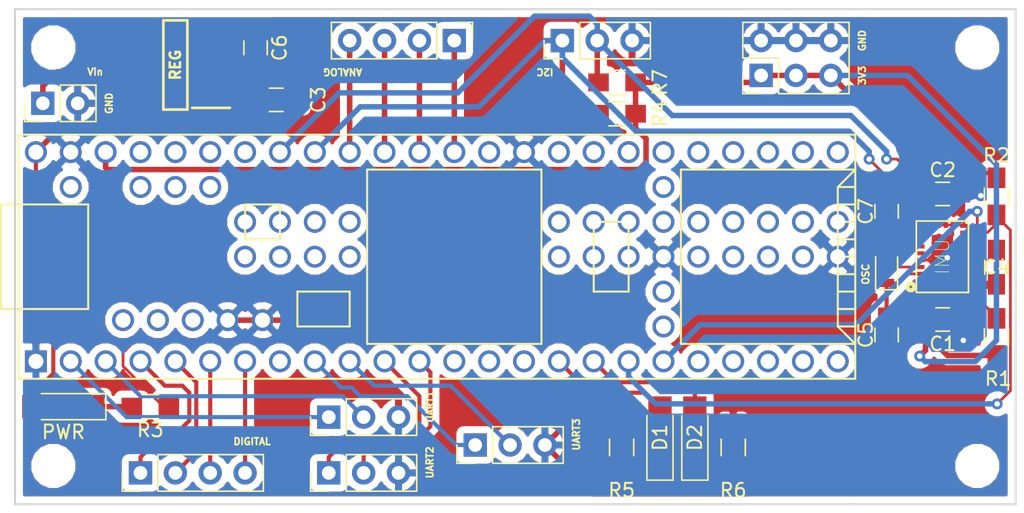
<source format=kicad_pcb>
(kicad_pcb (version 20171130) (host pcbnew "(5.0.2)-1")

  (general
    (thickness 1.6)
    (drawings 15)
    (tracks 269)
    (zones 0)
    (modules 33)
    (nets 32)
  )

  (page A4)
  (layers
    (0 F.Cu signal)
    (31 B.Cu signal)
    (32 B.Adhes user)
    (33 F.Adhes user)
    (34 B.Paste user)
    (35 F.Paste user)
    (36 B.SilkS user)
    (37 F.SilkS user)
    (38 B.Mask user)
    (39 F.Mask user)
    (40 Dwgs.User user)
    (41 Cmts.User user)
    (42 Eco1.User user)
    (43 Eco2.User user)
    (44 Edge.Cuts user)
    (45 Margin user)
    (46 B.CrtYd user)
    (47 F.CrtYd user)
    (48 B.Fab user)
    (49 F.Fab user)
  )

  (setup
    (last_trace_width 0.4)
    (user_trace_width 0.2)
    (user_trace_width 0.3)
    (user_trace_width 0.35)
    (user_trace_width 0.4)
    (trace_clearance 0.2)
    (zone_clearance 0.508)
    (zone_45_only no)
    (trace_min 0.2)
    (segment_width 0.2)
    (edge_width 0.15)
    (via_size 0.8)
    (via_drill 0.4)
    (via_min_size 0.4)
    (via_min_drill 0.3)
    (uvia_size 0.3)
    (uvia_drill 0.1)
    (uvias_allowed no)
    (uvia_min_size 0.2)
    (uvia_min_drill 0.1)
    (pcb_text_width 0.3)
    (pcb_text_size 1.5 1.5)
    (mod_edge_width 0.15)
    (mod_text_size 1 1)
    (mod_text_width 0.15)
    (pad_size 1.7 1.7)
    (pad_drill 1)
    (pad_to_mask_clearance 0.051)
    (solder_mask_min_width 0.25)
    (aux_axis_origin 0 0)
    (visible_elements FFFFFF7F)
    (pcbplotparams
      (layerselection 0x010fc_ffffffff)
      (usegerberextensions false)
      (usegerberattributes false)
      (usegerberadvancedattributes false)
      (creategerberjobfile false)
      (excludeedgelayer true)
      (linewidth 0.100000)
      (plotframeref false)
      (viasonmask false)
      (mode 1)
      (useauxorigin false)
      (hpglpennumber 1)
      (hpglpenspeed 20)
      (hpglpendiameter 15.000000)
      (psnegative false)
      (psa4output false)
      (plotreference true)
      (plotvalue true)
      (plotinvisibletext false)
      (padsonsilk false)
      (subtractmaskfromsilk false)
      (outputformat 1)
      (mirror false)
      (drillshape 0)
      (scaleselection 1)
      (outputdirectory "C:/Users/Philip/Dropbox/Work and Uni/Cambridge IIB/Project/Electrical/TeensyBikeShield/Gerber/"))
  )

  (net 0 "")
  (net 1 GND)
  (net 2 +3V3)
  (net 3 /A0)
  (net 4 /A1)
  (net 5 /A2)
  (net 6 /A3)
  (net 7 +5V)
  (net 8 "Net-(C4-Pad1)")
  (net 9 /XIN32)
  (net 10 VCC)
  (net 11 /XOUT32)
  (net 12 "Net-(D1-Pad1)")
  (net 13 "Net-(D1-Pad2)")
  (net 14 "Net-(D2-Pad2)")
  (net 15 "Net-(D2-Pad1)")
  (net 16 /D4)
  (net 17 /D3)
  (net 18 /D2)
  (net 19 /D1)
  (net 20 /I2C_SCL)
  (net 21 /I2C_SDA)
  (net 22 "Net-(IMU1-Pad4)")
  (net 23 /IMU_RESET)
  (net 24 /IMU_INT)
  (net 25 "Net-(PWR1-Pad1)")
  (net 26 /UART2_TX)
  (net 27 /UART2_RX)
  (net 28 /UART3_TX)
  (net 29 /UART3_RX)
  (net 30 /UART1_TX)
  (net 31 /UART1_RX)

  (net_class Default "This is the default net class."
    (clearance 0.2)
    (trace_width 0.25)
    (via_dia 0.8)
    (via_drill 0.4)
    (uvia_dia 0.3)
    (uvia_drill 0.1)
    (add_net +3V3)
    (add_net +5V)
    (add_net /A0)
    (add_net /A1)
    (add_net /A2)
    (add_net /A3)
    (add_net /D1)
    (add_net /D2)
    (add_net /D3)
    (add_net /D4)
    (add_net /I2C_SCL)
    (add_net /I2C_SDA)
    (add_net /IMU_INT)
    (add_net /IMU_RESET)
    (add_net /UART1_RX)
    (add_net /UART1_TX)
    (add_net /UART2_RX)
    (add_net /UART2_TX)
    (add_net /UART3_RX)
    (add_net /UART3_TX)
    (add_net /XIN32)
    (add_net /XOUT32)
    (add_net GND)
    (add_net "Net-(C4-Pad1)")
    (add_net "Net-(D1-Pad1)")
    (add_net "Net-(D1-Pad2)")
    (add_net "Net-(D2-Pad1)")
    (add_net "Net-(D2-Pad2)")
    (add_net "Net-(IMU1-Pad4)")
    (add_net "Net-(PWR1-Pad1)")
    (add_net VCC)
  )

  (module Mounting_Holes:MountingHole_2.2mm_M2 (layer F.Cu) (tedit 5C6367DD) (tstamp 5C63B555)
    (at 97.79 22.86)
    (descr "Mounting Hole 2.2mm, no annular, M2")
    (tags "mounting hole 2.2mm no annular m2")
    (attr virtual)
    (fp_text reference "" (at 0 -3.2) (layer F.SilkS)
      (effects (font (size 1 1) (thickness 0.15)))
    )
    (fp_text value "" (at 0 3.2) (layer F.Fab)
      (effects (font (size 1 1) (thickness 0.15)))
    )
    (fp_circle (center 0 0) (end 2.45 0) (layer F.CrtYd) (width 0.05))
    (fp_circle (center 0 0) (end 2.2 0) (layer Cmts.User) (width 0.15))
    (fp_text user %R (at 0.3 0) (layer F.Fab)
      (effects (font (size 1 1) (thickness 0.15)))
    )
    (pad 1 np_thru_hole circle (at 0 0) (size 2.2 2.2) (drill 2.2) (layers *.Cu *.Mask))
  )

  (module Mounting_Holes:MountingHole_2.2mm_M2 (layer F.Cu) (tedit 5C6367DD) (tstamp 5C63B528)
    (at 97.79 53.34)
    (descr "Mounting Hole 2.2mm, no annular, M2")
    (tags "mounting hole 2.2mm no annular m2")
    (attr virtual)
    (fp_text reference "" (at 0 -3.2) (layer F.SilkS)
      (effects (font (size 1 1) (thickness 0.15)))
    )
    (fp_text value "" (at 0 3.2) (layer F.Fab)
      (effects (font (size 1 1) (thickness 0.15)))
    )
    (fp_text user %R (at 0.3 0) (layer F.Fab)
      (effects (font (size 1 1) (thickness 0.15)))
    )
    (fp_circle (center 0 0) (end 2.2 0) (layer Cmts.User) (width 0.15))
    (fp_circle (center 0 0) (end 2.45 0) (layer F.CrtYd) (width 0.05))
    (pad 1 np_thru_hole circle (at 0 0) (size 2.2 2.2) (drill 2.2) (layers *.Cu *.Mask))
  )

  (module Mounting_Holes:MountingHole_2.2mm_M2 (layer F.Cu) (tedit 5C6367DD) (tstamp 5C63B51A)
    (at 30.48 53.34)
    (descr "Mounting Hole 2.2mm, no annular, M2")
    (tags "mounting hole 2.2mm no annular m2")
    (attr virtual)
    (fp_text reference "" (at 0 -3.2) (layer F.SilkS)
      (effects (font (size 1 1) (thickness 0.15)))
    )
    (fp_text value "" (at 0 3.2) (layer F.Fab)
      (effects (font (size 1 1) (thickness 0.15)))
    )
    (fp_circle (center 0 0) (end 2.45 0) (layer F.CrtYd) (width 0.05))
    (fp_circle (center 0 0) (end 2.2 0) (layer Cmts.User) (width 0.15))
    (fp_text user %R (at 0.3 0) (layer F.Fab)
      (effects (font (size 1 1) (thickness 0.15)))
    )
    (pad 1 np_thru_hole circle (at 0 0) (size 2.2 2.2) (drill 2.2) (layers *.Cu *.Mask))
  )

  (module Pin_Headers:Pin_Header_Straight_1x04_Pitch2.54mm (layer F.Cu) (tedit 5C63699D) (tstamp 5C636C37)
    (at 59.69 22.352 270)
    (descr "Through hole straight pin header, 1x04, 2.54mm pitch, single row")
    (tags "Through hole pin header THT 1x04 2.54mm single row")
    (path /5C63BE80)
    (fp_text reference ANALOG (at 2.286 8.128 180 unlocked) (layer F.SilkS)
      (effects (font (size 0.5 0.5) (thickness 0.125)))
    )
    (fp_text value "" (at 3.8989 15.1384 270) (layer F.Fab)
      (effects (font (size 1 1) (thickness 0.15)))
    )
    (fp_line (start -0.635 -1.27) (end 1.27 -1.27) (layer F.Fab) (width 0.1))
    (fp_line (start 1.27 -1.27) (end 1.27 8.89) (layer F.Fab) (width 0.1))
    (fp_line (start 1.27 8.89) (end -1.27 8.89) (layer F.Fab) (width 0.1))
    (fp_line (start -1.27 8.89) (end -1.27 -0.635) (layer F.Fab) (width 0.1))
    (fp_line (start -1.27 -0.635) (end -0.635 -1.27) (layer F.Fab) (width 0.1))
    (fp_line (start -1.33 8.95) (end 1.33 8.95) (layer F.SilkS) (width 0.12))
    (fp_line (start -1.33 1.27) (end -1.33 8.95) (layer F.SilkS) (width 0.12))
    (fp_line (start 1.33 1.27) (end 1.33 8.95) (layer F.SilkS) (width 0.12))
    (fp_line (start -1.33 1.27) (end 1.33 1.27) (layer F.SilkS) (width 0.12))
    (fp_line (start -1.33 0) (end -1.33 -1.33) (layer F.SilkS) (width 0.12))
    (fp_line (start -1.33 -1.33) (end 0 -1.33) (layer F.SilkS) (width 0.12))
    (fp_line (start -1.8 -1.8) (end -1.8 9.4) (layer F.CrtYd) (width 0.05))
    (fp_line (start -1.8 9.4) (end 1.8 9.4) (layer F.CrtYd) (width 0.05))
    (fp_line (start 1.8 9.4) (end 1.8 -1.8) (layer F.CrtYd) (width 0.05))
    (fp_line (start 1.8 -1.8) (end -1.8 -1.8) (layer F.CrtYd) (width 0.05))
    (fp_text user %R (at 0 3.81) (layer F.Fab)
      (effects (font (size 1 1) (thickness 0.15)))
    )
    (pad 1 thru_hole rect (at 0 0 270) (size 1.7 1.7) (drill 1) (layers *.Cu *.Mask)
      (net 3 /A0))
    (pad 2 thru_hole oval (at 0 2.54 270) (size 1.7 1.7) (drill 1) (layers *.Cu *.Mask)
      (net 4 /A1))
    (pad 3 thru_hole oval (at 0 5.08 270) (size 1.7 1.7) (drill 1) (layers *.Cu *.Mask)
      (net 5 /A2))
    (pad 4 thru_hole oval (at 0 7.62 270) (size 1.7 1.7) (drill 1) (layers *.Cu *.Mask)
      (net 6 /A3))
    (model ${KISYS3DMOD}/Pin_Headers.3dshapes/Pin_Header_Straight_1x04_Pitch2.54mm.wrl
      (at (xyz 0 0 0))
      (scale (xyz 1 1 1))
      (rotate (xyz 0 0 0))
    )
  )

  (module Capacitors_SMD:C_0805_HandSoldering (layer F.Cu) (tedit 5C6366E1) (tstamp 5C636C48)
    (at 95.27 42.672)
    (descr "Capacitor SMD 0805, hand soldering")
    (tags "capacitor 0805")
    (path /5C63DF7F)
    (attr smd)
    (fp_text reference C1 (at 0 1.778) (layer F.SilkS)
      (effects (font (size 1 1) (thickness 0.15)))
    )
    (fp_text value "" (at 0 1.75) (layer F.Fab)
      (effects (font (size 1 1) (thickness 0.15)))
    )
    (fp_text user %R (at 0 1.778) (layer F.Fab)
      (effects (font (size 1 1) (thickness 0.15)))
    )
    (fp_line (start -1 0.62) (end -1 -0.62) (layer F.Fab) (width 0.1))
    (fp_line (start 1 0.62) (end -1 0.62) (layer F.Fab) (width 0.1))
    (fp_line (start 1 -0.62) (end 1 0.62) (layer F.Fab) (width 0.1))
    (fp_line (start -1 -0.62) (end 1 -0.62) (layer F.Fab) (width 0.1))
    (fp_line (start 0.5 -0.85) (end -0.5 -0.85) (layer F.SilkS) (width 0.12))
    (fp_line (start -0.5 0.85) (end 0.5 0.85) (layer F.SilkS) (width 0.12))
    (fp_line (start -2.25 -0.88) (end 2.25 -0.88) (layer F.CrtYd) (width 0.05))
    (fp_line (start -2.25 -0.88) (end -2.25 0.87) (layer F.CrtYd) (width 0.05))
    (fp_line (start 2.25 0.87) (end 2.25 -0.88) (layer F.CrtYd) (width 0.05))
    (fp_line (start 2.25 0.87) (end -2.25 0.87) (layer F.CrtYd) (width 0.05))
    (pad 1 smd rect (at -1.25 0) (size 1.5 1.25) (layers F.Cu F.Paste F.Mask)
      (net 2 +3V3))
    (pad 2 smd rect (at 1.25 0) (size 1.5 1.25) (layers F.Cu F.Paste F.Mask)
      (net 1 GND))
    (model Capacitors_SMD.3dshapes/C_0805.wrl
      (at (xyz 0 0 0))
      (scale (xyz 1 1 1))
      (rotate (xyz 0 0 0))
    )
  )

  (module Capacitors_SMD:C_0805_HandSoldering (layer F.Cu) (tedit 5C636708) (tstamp 5C636C59)
    (at 95.27 33.528)
    (descr "Capacitor SMD 0805, hand soldering")
    (tags "capacitor 0805")
    (path /5C63DFF9)
    (attr smd)
    (fp_text reference C2 (at 0 -1.75) (layer F.SilkS)
      (effects (font (size 1 1) (thickness 0.15)))
    )
    (fp_text value "" (at 0 1.75) (layer F.Fab)
      (effects (font (size 1 1) (thickness 0.15)))
    )
    (fp_line (start 2.25 0.87) (end -2.25 0.87) (layer F.CrtYd) (width 0.05))
    (fp_line (start 2.25 0.87) (end 2.25 -0.88) (layer F.CrtYd) (width 0.05))
    (fp_line (start -2.25 -0.88) (end -2.25 0.87) (layer F.CrtYd) (width 0.05))
    (fp_line (start -2.25 -0.88) (end 2.25 -0.88) (layer F.CrtYd) (width 0.05))
    (fp_line (start -0.5 0.85) (end 0.5 0.85) (layer F.SilkS) (width 0.12))
    (fp_line (start 0.5 -0.85) (end -0.5 -0.85) (layer F.SilkS) (width 0.12))
    (fp_line (start -1 -0.62) (end 1 -0.62) (layer F.Fab) (width 0.1))
    (fp_line (start 1 -0.62) (end 1 0.62) (layer F.Fab) (width 0.1))
    (fp_line (start 1 0.62) (end -1 0.62) (layer F.Fab) (width 0.1))
    (fp_line (start -1 0.62) (end -1 -0.62) (layer F.Fab) (width 0.1))
    (fp_text user %R (at 0 -1.75) (layer F.Fab)
      (effects (font (size 1 1) (thickness 0.15)))
    )
    (pad 2 smd rect (at 1.25 0) (size 1.5 1.25) (layers F.Cu F.Paste F.Mask)
      (net 1 GND))
    (pad 1 smd rect (at -1.25 0) (size 1.5 1.25) (layers F.Cu F.Paste F.Mask)
      (net 2 +3V3))
    (model Capacitors_SMD.3dshapes/C_0805.wrl
      (at (xyz 0 0 0))
      (scale (xyz 1 1 1))
      (rotate (xyz 0 0 0))
    )
  )

  (module Capacitors_SMD:C_0805_HandSoldering (layer F.Cu) (tedit 5C636651) (tstamp 5C636C6A)
    (at 46.716 26.67)
    (descr "Capacitor SMD 0805, hand soldering")
    (tags "capacitor 0805")
    (path /5C6367C1)
    (attr smd)
    (fp_text reference C3 (at 3.068 0 90) (layer F.SilkS)
      (effects (font (size 1 1) (thickness 0.15)))
    )
    (fp_text value "" (at 0 1.75) (layer F.Fab)
      (effects (font (size 1 1) (thickness 0.15)))
    )
    (fp_line (start 2.25 0.87) (end -2.25 0.87) (layer F.CrtYd) (width 0.05))
    (fp_line (start 2.25 0.87) (end 2.25 -0.88) (layer F.CrtYd) (width 0.05))
    (fp_line (start -2.25 -0.88) (end -2.25 0.87) (layer F.CrtYd) (width 0.05))
    (fp_line (start -2.25 -0.88) (end 2.25 -0.88) (layer F.CrtYd) (width 0.05))
    (fp_line (start -0.5 0.85) (end 0.5 0.85) (layer F.SilkS) (width 0.12))
    (fp_line (start 0.5 -0.85) (end -0.5 -0.85) (layer F.SilkS) (width 0.12))
    (fp_line (start -1 -0.62) (end 1 -0.62) (layer F.Fab) (width 0.1))
    (fp_line (start 1 -0.62) (end 1 0.62) (layer F.Fab) (width 0.1))
    (fp_line (start 1 0.62) (end -1 0.62) (layer F.Fab) (width 0.1))
    (fp_line (start -1 0.62) (end -1 -0.62) (layer F.Fab) (width 0.1))
    (fp_text user %R (at 3.068 0 90) (layer F.Fab)
      (effects (font (size 1 1) (thickness 0.15)))
    )
    (pad 2 smd rect (at 1.25 0) (size 1.5 1.25) (layers F.Cu F.Paste F.Mask)
      (net 1 GND))
    (pad 1 smd rect (at -1.25 0) (size 1.5 1.25) (layers F.Cu F.Paste F.Mask)
      (net 7 +5V))
    (model Capacitors_SMD.3dshapes/C_0805.wrl
      (at (xyz 0 0 0))
      (scale (xyz 1 1 1))
      (rotate (xyz 0 0 0))
    )
  )

  (module Capacitors_SMD:C_0805_HandSoldering (layer F.Cu) (tedit 5C636722) (tstamp 5C636C7B)
    (at 99.187 38.862 270)
    (descr "Capacitor SMD 0805, hand soldering")
    (tags "capacitor 0805")
    (path /5C63DEF5)
    (attr smd)
    (fp_text reference C4 (at 0 0) (layer F.SilkS)
      (effects (font (size 1 1) (thickness 0.15)))
    )
    (fp_text value "" (at 0 1.75 270) (layer F.Fab)
      (effects (font (size 1 1) (thickness 0.15)))
    )
    (fp_line (start 2.25 0.87) (end -2.25 0.87) (layer F.CrtYd) (width 0.05))
    (fp_line (start 2.25 0.87) (end 2.25 -0.88) (layer F.CrtYd) (width 0.05))
    (fp_line (start -2.25 -0.88) (end -2.25 0.87) (layer F.CrtYd) (width 0.05))
    (fp_line (start -2.25 -0.88) (end 2.25 -0.88) (layer F.CrtYd) (width 0.05))
    (fp_line (start -0.5 0.85) (end 0.5 0.85) (layer F.SilkS) (width 0.12))
    (fp_line (start 0.5 -0.85) (end -0.5 -0.85) (layer F.SilkS) (width 0.12))
    (fp_line (start -1 -0.62) (end 1 -0.62) (layer F.Fab) (width 0.1))
    (fp_line (start 1 -0.62) (end 1 0.62) (layer F.Fab) (width 0.1))
    (fp_line (start 1 0.62) (end -1 0.62) (layer F.Fab) (width 0.1))
    (fp_line (start -1 0.62) (end -1 -0.62) (layer F.Fab) (width 0.1))
    (fp_text user %R (at 0 0) (layer F.Fab)
      (effects (font (size 1 1) (thickness 0.15)))
    )
    (pad 2 smd rect (at 1.25 0 270) (size 1.5 1.25) (layers F.Cu F.Paste F.Mask)
      (net 1 GND))
    (pad 1 smd rect (at -1.25 0 270) (size 1.5 1.25) (layers F.Cu F.Paste F.Mask)
      (net 8 "Net-(C4-Pad1)"))
    (model Capacitors_SMD.3dshapes/C_0805.wrl
      (at (xyz 0 0 0))
      (scale (xyz 1 1 1))
      (rotate (xyz 0 0 0))
    )
  )

  (module Capacitors_SMD:C_0805_HandSoldering (layer F.Cu) (tedit 5C636689) (tstamp 5C636C8C)
    (at 91.186 43.795 270)
    (descr "Capacitor SMD 0805, hand soldering")
    (tags "capacitor 0805")
    (path /5C63DDFD)
    (attr smd)
    (fp_text reference C5 (at 0 1.524 270) (layer F.SilkS)
      (effects (font (size 1 1) (thickness 0.15)))
    )
    (fp_text value "" (at 0 1.75 270) (layer F.Fab)
      (effects (font (size 1 1) (thickness 0.15)))
    )
    (fp_line (start 2.25 0.87) (end -2.25 0.87) (layer F.CrtYd) (width 0.05))
    (fp_line (start 2.25 0.87) (end 2.25 -0.88) (layer F.CrtYd) (width 0.05))
    (fp_line (start -2.25 -0.88) (end -2.25 0.87) (layer F.CrtYd) (width 0.05))
    (fp_line (start -2.25 -0.88) (end 2.25 -0.88) (layer F.CrtYd) (width 0.05))
    (fp_line (start -0.5 0.85) (end 0.5 0.85) (layer F.SilkS) (width 0.12))
    (fp_line (start 0.5 -0.85) (end -0.5 -0.85) (layer F.SilkS) (width 0.12))
    (fp_line (start -1 -0.62) (end 1 -0.62) (layer F.Fab) (width 0.1))
    (fp_line (start 1 -0.62) (end 1 0.62) (layer F.Fab) (width 0.1))
    (fp_line (start 1 0.62) (end -1 0.62) (layer F.Fab) (width 0.1))
    (fp_line (start -1 0.62) (end -1 -0.62) (layer F.Fab) (width 0.1))
    (fp_text user %R (at 0 1.524 270) (layer F.Fab)
      (effects (font (size 1 1) (thickness 0.15)))
    )
    (pad 2 smd rect (at 1.25 0 270) (size 1.5 1.25) (layers F.Cu F.Paste F.Mask)
      (net 1 GND))
    (pad 1 smd rect (at -1.25 0 270) (size 1.5 1.25) (layers F.Cu F.Paste F.Mask)
      (net 9 /XIN32))
    (model Capacitors_SMD.3dshapes/C_0805.wrl
      (at (xyz 0 0 0))
      (scale (xyz 1 1 1))
      (rotate (xyz 0 0 0))
    )
  )

  (module Capacitors_SMD:C_0805_HandSoldering (layer F.Cu) (tedit 5C636608) (tstamp 5C636C9D)
    (at 45.212 22.88 270)
    (descr "Capacitor SMD 0805, hand soldering")
    (tags "capacitor 0805")
    (path /5C636018)
    (attr smd)
    (fp_text reference C6 (at 0 -1.75 270) (layer F.SilkS)
      (effects (font (size 1 1) (thickness 0.15)))
    )
    (fp_text value "" (at 0 1.75 270) (layer F.Fab)
      (effects (font (size 1 1) (thickness 0.15)))
    )
    (fp_text user %R (at 0 -1.75 270) (layer F.Fab)
      (effects (font (size 1 1) (thickness 0.15)))
    )
    (fp_line (start -1 0.62) (end -1 -0.62) (layer F.Fab) (width 0.1))
    (fp_line (start 1 0.62) (end -1 0.62) (layer F.Fab) (width 0.1))
    (fp_line (start 1 -0.62) (end 1 0.62) (layer F.Fab) (width 0.1))
    (fp_line (start -1 -0.62) (end 1 -0.62) (layer F.Fab) (width 0.1))
    (fp_line (start 0.5 -0.85) (end -0.5 -0.85) (layer F.SilkS) (width 0.12))
    (fp_line (start -0.5 0.85) (end 0.5 0.85) (layer F.SilkS) (width 0.12))
    (fp_line (start -2.25 -0.88) (end 2.25 -0.88) (layer F.CrtYd) (width 0.05))
    (fp_line (start -2.25 -0.88) (end -2.25 0.87) (layer F.CrtYd) (width 0.05))
    (fp_line (start 2.25 0.87) (end 2.25 -0.88) (layer F.CrtYd) (width 0.05))
    (fp_line (start 2.25 0.87) (end -2.25 0.87) (layer F.CrtYd) (width 0.05))
    (pad 1 smd rect (at -1.25 0 270) (size 1.5 1.25) (layers F.Cu F.Paste F.Mask)
      (net 10 VCC))
    (pad 2 smd rect (at 1.25 0 270) (size 1.5 1.25) (layers F.Cu F.Paste F.Mask)
      (net 1 GND))
    (model Capacitors_SMD.3dshapes/C_0805.wrl
      (at (xyz 0 0 0))
      (scale (xyz 1 1 1))
      (rotate (xyz 0 0 0))
    )
  )

  (module Capacitors_SMD:C_0805_HandSoldering (layer F.Cu) (tedit 5C636693) (tstamp 5C636CAE)
    (at 91.186 34.798 90)
    (descr "Capacitor SMD 0805, hand soldering")
    (tags "capacitor 0805")
    (path /5C63DE9B)
    (attr smd)
    (fp_text reference C7 (at 0 -1.524 90) (layer F.SilkS)
      (effects (font (size 1 1) (thickness 0.15)))
    )
    (fp_text value "" (at 0 1.75 90) (layer F.Fab)
      (effects (font (size 1 1) (thickness 0.15)))
    )
    (fp_text user %R (at 0 -1.524 90) (layer F.Fab)
      (effects (font (size 1 1) (thickness 0.15)))
    )
    (fp_line (start -1 0.62) (end -1 -0.62) (layer F.Fab) (width 0.1))
    (fp_line (start 1 0.62) (end -1 0.62) (layer F.Fab) (width 0.1))
    (fp_line (start 1 -0.62) (end 1 0.62) (layer F.Fab) (width 0.1))
    (fp_line (start -1 -0.62) (end 1 -0.62) (layer F.Fab) (width 0.1))
    (fp_line (start 0.5 -0.85) (end -0.5 -0.85) (layer F.SilkS) (width 0.12))
    (fp_line (start -0.5 0.85) (end 0.5 0.85) (layer F.SilkS) (width 0.12))
    (fp_line (start -2.25 -0.88) (end 2.25 -0.88) (layer F.CrtYd) (width 0.05))
    (fp_line (start -2.25 -0.88) (end -2.25 0.87) (layer F.CrtYd) (width 0.05))
    (fp_line (start 2.25 0.87) (end 2.25 -0.88) (layer F.CrtYd) (width 0.05))
    (fp_line (start 2.25 0.87) (end -2.25 0.87) (layer F.CrtYd) (width 0.05))
    (pad 1 smd rect (at -1.25 0 90) (size 1.5 1.25) (layers F.Cu F.Paste F.Mask)
      (net 11 /XOUT32))
    (pad 2 smd rect (at 1.25 0 90) (size 1.5 1.25) (layers F.Cu F.Paste F.Mask)
      (net 1 GND))
    (model Capacitors_SMD.3dshapes/C_0805.wrl
      (at (xyz 0 0 0))
      (scale (xyz 1 1 1))
      (rotate (xyz 0 0 0))
    )
  )

  (module LEDs:LED_1206_HandSoldering (layer F.Cu) (tedit 5C636571) (tstamp 5C636CC3)
    (at 74.676 51.276 90)
    (descr "LED SMD 1206, hand soldering")
    (tags "LED 1206")
    (path /5C63C780)
    (attr smd)
    (fp_text reference D1 (at 0 0 90) (layer F.SilkS)
      (effects (font (size 1 1) (thickness 0.15)))
    )
    (fp_text value "" (at 0 1.9 90) (layer F.Fab)
      (effects (font (size 1 1) (thickness 0.15)))
    )
    (fp_line (start -3.1 -0.95) (end -3.1 0.95) (layer F.SilkS) (width 0.12))
    (fp_line (start -0.4 0) (end 0.2 -0.4) (layer F.Fab) (width 0.1))
    (fp_line (start 0.2 -0.4) (end 0.2 0.4) (layer F.Fab) (width 0.1))
    (fp_line (start 0.2 0.4) (end -0.4 0) (layer F.Fab) (width 0.1))
    (fp_line (start -0.45 -0.4) (end -0.45 0.4) (layer F.Fab) (width 0.1))
    (fp_line (start -1.6 0.8) (end -1.6 -0.8) (layer F.Fab) (width 0.1))
    (fp_line (start 1.6 0.8) (end -1.6 0.8) (layer F.Fab) (width 0.1))
    (fp_line (start 1.6 -0.8) (end 1.6 0.8) (layer F.Fab) (width 0.1))
    (fp_line (start -1.6 -0.8) (end 1.6 -0.8) (layer F.Fab) (width 0.1))
    (fp_line (start -3.1 0.95) (end 1.6 0.95) (layer F.SilkS) (width 0.12))
    (fp_line (start -3.1 -0.95) (end 1.6 -0.95) (layer F.SilkS) (width 0.12))
    (fp_line (start -3.25 -1.11) (end 3.25 -1.11) (layer F.CrtYd) (width 0.05))
    (fp_line (start -3.25 -1.11) (end -3.25 1.1) (layer F.CrtYd) (width 0.05))
    (fp_line (start 3.25 1.1) (end 3.25 -1.11) (layer F.CrtYd) (width 0.05))
    (fp_line (start 3.25 1.1) (end -3.25 1.1) (layer F.CrtYd) (width 0.05))
    (pad 1 smd rect (at -2 0 90) (size 2 1.7) (layers F.Cu F.Paste F.Mask)
      (net 12 "Net-(D1-Pad1)"))
    (pad 2 smd rect (at 2 0 90) (size 2 1.7) (layers F.Cu F.Paste F.Mask)
      (net 13 "Net-(D1-Pad2)"))
    (model ${KISYS3DMOD}/LEDs.3dshapes/LED_1206.wrl
      (at (xyz 0 0 0))
      (scale (xyz 1 1 1))
      (rotate (xyz 0 0 180))
    )
  )

  (module LEDs:LED_1206_HandSoldering (layer F.Cu) (tedit 5C636583) (tstamp 5C636CD8)
    (at 77.216 51.276 90)
    (descr "LED SMD 1206, hand soldering")
    (tags "LED 1206")
    (path /5C63CA1A)
    (attr smd)
    (fp_text reference D2 (at 0 0 90) (layer F.SilkS)
      (effects (font (size 1 1) (thickness 0.15)))
    )
    (fp_text value "" (at 0 1.9 90) (layer F.Fab)
      (effects (font (size 1 1) (thickness 0.15)))
    )
    (fp_line (start 3.25 1.1) (end -3.25 1.1) (layer F.CrtYd) (width 0.05))
    (fp_line (start 3.25 1.1) (end 3.25 -1.11) (layer F.CrtYd) (width 0.05))
    (fp_line (start -3.25 -1.11) (end -3.25 1.1) (layer F.CrtYd) (width 0.05))
    (fp_line (start -3.25 -1.11) (end 3.25 -1.11) (layer F.CrtYd) (width 0.05))
    (fp_line (start -3.1 -0.95) (end 1.6 -0.95) (layer F.SilkS) (width 0.12))
    (fp_line (start -3.1 0.95) (end 1.6 0.95) (layer F.SilkS) (width 0.12))
    (fp_line (start -1.6 -0.8) (end 1.6 -0.8) (layer F.Fab) (width 0.1))
    (fp_line (start 1.6 -0.8) (end 1.6 0.8) (layer F.Fab) (width 0.1))
    (fp_line (start 1.6 0.8) (end -1.6 0.8) (layer F.Fab) (width 0.1))
    (fp_line (start -1.6 0.8) (end -1.6 -0.8) (layer F.Fab) (width 0.1))
    (fp_line (start -0.45 -0.4) (end -0.45 0.4) (layer F.Fab) (width 0.1))
    (fp_line (start 0.2 0.4) (end -0.4 0) (layer F.Fab) (width 0.1))
    (fp_line (start 0.2 -0.4) (end 0.2 0.4) (layer F.Fab) (width 0.1))
    (fp_line (start -0.4 0) (end 0.2 -0.4) (layer F.Fab) (width 0.1))
    (fp_line (start -3.1 -0.95) (end -3.1 0.95) (layer F.SilkS) (width 0.12))
    (pad 2 smd rect (at 2 0 90) (size 2 1.7) (layers F.Cu F.Paste F.Mask)
      (net 14 "Net-(D2-Pad2)"))
    (pad 1 smd rect (at -2 0 90) (size 2 1.7) (layers F.Cu F.Paste F.Mask)
      (net 15 "Net-(D2-Pad1)"))
    (model ${KISYS3DMOD}/LEDs.3dshapes/LED_1206.wrl
      (at (xyz 0 0 0))
      (scale (xyz 1 1 1))
      (rotate (xyz 0 0 180))
    )
  )

  (module Pin_Headers:Pin_Header_Straight_1x04_Pitch2.54mm (layer F.Cu) (tedit 5C6369AA) (tstamp 5C636CF0)
    (at 36.83 53.848 90)
    (descr "Through hole straight pin header, 1x04, 2.54mm pitch, single row")
    (tags "Through hole pin header THT 1x04 2.54mm single row")
    (path /5C63BDE5)
    (fp_text reference DIGITAL (at 2.286 8.128 180) (layer F.SilkS)
      (effects (font (size 0.5 0.5) (thickness 0.125)))
    )
    (fp_text value "" (at 0 9.95 90) (layer F.Fab)
      (effects (font (size 1 1) (thickness 0.15)))
    )
    (fp_text user %R (at 0 3.81 180) (layer F.Fab)
      (effects (font (size 1 1) (thickness 0.15)))
    )
    (fp_line (start 1.8 -1.8) (end -1.8 -1.8) (layer F.CrtYd) (width 0.05))
    (fp_line (start 1.8 9.4) (end 1.8 -1.8) (layer F.CrtYd) (width 0.05))
    (fp_line (start -1.8 9.4) (end 1.8 9.4) (layer F.CrtYd) (width 0.05))
    (fp_line (start -1.8 -1.8) (end -1.8 9.4) (layer F.CrtYd) (width 0.05))
    (fp_line (start -1.33 -1.33) (end 0 -1.33) (layer F.SilkS) (width 0.12))
    (fp_line (start -1.33 0) (end -1.33 -1.33) (layer F.SilkS) (width 0.12))
    (fp_line (start -1.33 1.27) (end 1.33 1.27) (layer F.SilkS) (width 0.12))
    (fp_line (start 1.33 1.27) (end 1.33 8.95) (layer F.SilkS) (width 0.12))
    (fp_line (start -1.33 1.27) (end -1.33 8.95) (layer F.SilkS) (width 0.12))
    (fp_line (start -1.33 8.95) (end 1.33 8.95) (layer F.SilkS) (width 0.12))
    (fp_line (start -1.27 -0.635) (end -0.635 -1.27) (layer F.Fab) (width 0.1))
    (fp_line (start -1.27 8.89) (end -1.27 -0.635) (layer F.Fab) (width 0.1))
    (fp_line (start 1.27 8.89) (end -1.27 8.89) (layer F.Fab) (width 0.1))
    (fp_line (start 1.27 -1.27) (end 1.27 8.89) (layer F.Fab) (width 0.1))
    (fp_line (start -0.635 -1.27) (end 1.27 -1.27) (layer F.Fab) (width 0.1))
    (pad 4 thru_hole oval (at 0 7.62 90) (size 1.7 1.7) (drill 1) (layers *.Cu *.Mask)
      (net 16 /D4))
    (pad 3 thru_hole oval (at 0 5.08 90) (size 1.7 1.7) (drill 1) (layers *.Cu *.Mask)
      (net 17 /D3))
    (pad 2 thru_hole oval (at 0 2.54 90) (size 1.7 1.7) (drill 1) (layers *.Cu *.Mask)
      (net 18 /D2))
    (pad 1 thru_hole rect (at 0 0 90) (size 1.7 1.7) (drill 1) (layers *.Cu *.Mask)
      (net 19 /D1))
    (model ${KISYS3DMOD}/Pin_Headers.3dshapes/Pin_Header_Straight_1x04_Pitch2.54mm.wrl
      (at (xyz 0 0 0))
      (scale (xyz 1 1 1))
      (rotate (xyz 0 0 0))
    )
  )

  (module Pin_Headers:Pin_Header_Straight_1x03_Pitch2.54mm (layer F.Cu) (tedit 5C636A17) (tstamp 5C636D07)
    (at 67.564 22.352 90)
    (descr "Through hole straight pin header, 1x03, 2.54mm pitch, single row")
    (tags "Through hole pin header THT 1x03 2.54mm single row")
    (path /5C63C170)
    (fp_text reference I2C (at -2.286 -1.27 180 unlocked) (layer F.SilkS)
      (effects (font (size 0.5 0.5) (thickness 0.125)))
    )
    (fp_text value "" (at 0 7.41 90) (layer F.Fab)
      (effects (font (size 1 1) (thickness 0.15)))
    )
    (fp_text user %R (at 0 2.54 180) (layer F.Fab)
      (effects (font (size 1 1) (thickness 0.15)))
    )
    (fp_line (start 1.8 -1.8) (end -1.8 -1.8) (layer F.CrtYd) (width 0.05))
    (fp_line (start 1.8 6.85) (end 1.8 -1.8) (layer F.CrtYd) (width 0.05))
    (fp_line (start -1.8 6.85) (end 1.8 6.85) (layer F.CrtYd) (width 0.05))
    (fp_line (start -1.8 -1.8) (end -1.8 6.85) (layer F.CrtYd) (width 0.05))
    (fp_line (start -1.33 -1.33) (end 0 -1.33) (layer F.SilkS) (width 0.12))
    (fp_line (start -1.33 0) (end -1.33 -1.33) (layer F.SilkS) (width 0.12))
    (fp_line (start -1.33 1.27) (end 1.33 1.27) (layer F.SilkS) (width 0.12))
    (fp_line (start 1.33 1.27) (end 1.33 6.41) (layer F.SilkS) (width 0.12))
    (fp_line (start -1.33 1.27) (end -1.33 6.41) (layer F.SilkS) (width 0.12))
    (fp_line (start -1.33 6.41) (end 1.33 6.41) (layer F.SilkS) (width 0.12))
    (fp_line (start -1.27 -0.635) (end -0.635 -1.27) (layer F.Fab) (width 0.1))
    (fp_line (start -1.27 6.35) (end -1.27 -0.635) (layer F.Fab) (width 0.1))
    (fp_line (start 1.27 6.35) (end -1.27 6.35) (layer F.Fab) (width 0.1))
    (fp_line (start 1.27 -1.27) (end 1.27 6.35) (layer F.Fab) (width 0.1))
    (fp_line (start -0.635 -1.27) (end 1.27 -1.27) (layer F.Fab) (width 0.1))
    (pad 3 thru_hole oval (at 0 5.08 90) (size 1.7 1.7) (drill 1) (layers *.Cu *.Mask)
      (net 1 GND))
    (pad 2 thru_hole oval (at 0 2.54 90) (size 1.7 1.7) (drill 1) (layers *.Cu *.Mask)
      (net 20 /I2C_SCL))
    (pad 1 thru_hole rect (at 0 0 90) (size 1.7 1.7) (drill 1) (layers *.Cu *.Mask)
      (net 21 /I2C_SDA))
    (model ${KISYS3DMOD}/Pin_Headers.3dshapes/Pin_Header_Straight_1x03_Pitch2.54mm.wrl
      (at (xyz 0 0 0))
      (scale (xyz 1 1 1))
      (rotate (xyz 0 0 0))
    )
  )

  (module LDL1117S50R:SOT230P700X180-4N (layer F.Cu) (tedit 5C6368DF) (tstamp 5C636D1D)
    (at 39.37 24.13 180)
    (descr SOT223-3)
    (tags "Integrated Circuit")
    (path /5C6361C0)
    (attr smd)
    (fp_text reference REG (at 0 0 270) (layer F.SilkS)
      (effects (font (size 0.75 0.75) (thickness 0.1875)))
    )
    (fp_text value LDL1117S50R (at 0 0 180) (layer F.SilkS) hide
      (effects (font (size 1.27 1.27) (thickness 0.254)))
    )
    (fp_line (start -4.225 -3.6) (end 4.225 -3.6) (layer Dwgs.User) (width 0.05))
    (fp_line (start 4.225 -3.6) (end 4.225 3.6) (layer Dwgs.User) (width 0.05))
    (fp_line (start 4.225 3.6) (end -4.225 3.6) (layer Dwgs.User) (width 0.05))
    (fp_line (start -4.225 3.6) (end -4.225 -3.6) (layer Dwgs.User) (width 0.05))
    (fp_line (start -1.75 -3.25) (end 1.75 -3.25) (layer Dwgs.User) (width 0.1))
    (fp_line (start 1.75 -3.25) (end 1.75 3.25) (layer Dwgs.User) (width 0.1))
    (fp_line (start 1.75 3.25) (end -1.75 3.25) (layer Dwgs.User) (width 0.1))
    (fp_line (start -1.75 3.25) (end -1.75 -3.25) (layer Dwgs.User) (width 0.1))
    (fp_line (start -1.75 -0.95) (end 0.55 -3.25) (layer Dwgs.User) (width 0.1))
    (fp_line (start -0.875 -3.25) (end 0.875 -3.25) (layer F.SilkS) (width 0.2))
    (fp_line (start 0.875 -3.25) (end 0.875 3.25) (layer F.SilkS) (width 0.2))
    (fp_line (start 0.875 3.25) (end -0.875 3.25) (layer F.SilkS) (width 0.2))
    (fp_line (start -0.875 3.25) (end -0.875 -3.25) (layer F.SilkS) (width 0.2))
    (fp_line (start -3.975 -3.125) (end -1.225 -3.125) (layer F.SilkS) (width 0.2))
    (pad 1 smd rect (at -2.6 -2.3 270) (size 0.95 2.75) (layers F.Cu F.Paste F.Mask)
      (net 1 GND))
    (pad 2 smd rect (at -2.6 0 270) (size 0.95 2.75) (layers F.Cu F.Paste F.Mask)
      (net 7 +5V))
    (pad 3 smd rect (at -2.6 2.3 270) (size 0.95 2.75) (layers F.Cu F.Paste F.Mask)
      (net 10 VCC))
    (pad 4 smd rect (at 2.6 0 180) (size 2.75 3.25) (layers F.Cu F.Paste F.Mask)
      (net 7 +5V))
  )

  (module BNO055:LGA28R50P4X10_380X520X100 (layer F.Cu) (tedit 5C6365EC) (tstamp 5C636D46)
    (at 95.25 38.1 90)
    (path /5C635E4D)
    (attr smd)
    (fp_text reference IMU (at 0 0 90) (layer F.SilkS)
      (effects (font (size 1.00101 1.00101) (thickness 0.05)))
    )
    (fp_text value "" (at 0.475615 2.66846 90) (layer F.SilkS)
      (effects (font (size 1.0013 1.0013) (thickness 0.05)))
    )
    (fp_line (start -2.6 -1.9) (end -2.6 1.9) (layer F.SilkS) (width 0.127))
    (fp_line (start -2.6 1.9) (end 2.6 1.9) (layer F.SilkS) (width 0.127))
    (fp_line (start 2.6 1.9) (end 2.6 -1.9) (layer F.SilkS) (width 0.127))
    (fp_line (start 2.6 -1.9) (end -2.6 -1.9) (layer F.SilkS) (width 0.127))
    (fp_line (start -2.9 -2.2) (end 2.9 -2.2) (layer Eco1.User) (width 0.127))
    (fp_line (start 2.9 -2.2) (end 2.9 2.2) (layer Eco1.User) (width 0.127))
    (fp_line (start 2.9 2.2) (end -2.9 2.2) (layer Eco1.User) (width 0.127))
    (fp_line (start -2.9 2.2) (end -2.9 -2.2) (layer Eco1.User) (width 0.127))
    (fp_circle (center -2.2 -2.3) (end -2.1 -2.3) (layer F.SilkS) (width 0.3048))
    (pad 1 smd rect (at -2.25 -1.5625 270) (size 0.3 0.525) (layers F.Cu F.Paste F.Mask))
    (pad 2 smd rect (at -2.3125 -0.75) (size 0.3 0.425) (layers F.Cu F.Paste F.Mask)
      (net 1 GND))
    (pad 3 smd rect (at -2.3125 -0.25) (size 0.3 0.425) (layers F.Cu F.Paste F.Mask)
      (net 2 +3V3))
    (pad 4 smd rect (at -2.3125 0.25) (size 0.3 0.425) (layers F.Cu F.Paste F.Mask)
      (net 22 "Net-(IMU1-Pad4)"))
    (pad 5 smd rect (at -2.3125 0.75) (size 0.3 0.425) (layers F.Cu F.Paste F.Mask)
      (net 1 GND))
    (pad 6 smd rect (at -2.25 1.5625 270) (size 0.3 0.525) (layers F.Cu F.Paste F.Mask)
      (net 1 GND))
    (pad 7 smd rect (at -1.75 1.5625 270) (size 0.3 0.525) (layers F.Cu F.Paste F.Mask))
    (pad 8 smd rect (at -1.25 1.5625 270) (size 0.3 0.525) (layers F.Cu F.Paste F.Mask))
    (pad 9 smd rect (at -0.75 1.5625 270) (size 0.3 0.525) (layers F.Cu F.Paste F.Mask)
      (net 8 "Net-(C4-Pad1)"))
    (pad 10 smd rect (at -0.25 1.5625 270) (size 0.3 0.525) (layers F.Cu F.Paste F.Mask))
    (pad 11 smd rect (at 0.25 1.5625 270) (size 0.3 0.525) (layers F.Cu F.Paste F.Mask)
      (net 23 /IMU_RESET))
    (pad 12 smd rect (at 0.75 1.5625 270) (size 0.3 0.525) (layers F.Cu F.Paste F.Mask))
    (pad 13 smd rect (at 1.25 1.5625 270) (size 0.3 0.525) (layers F.Cu F.Paste F.Mask))
    (pad 14 smd rect (at 1.75 1.5625 270) (size 0.3 0.525) (layers F.Cu F.Paste F.Mask)
      (net 24 /IMU_INT))
    (pad 15 smd rect (at 2.25 1.5625 270) (size 0.3 0.525) (layers F.Cu F.Paste F.Mask)
      (net 1 GND))
    (pad 16 smd rect (at 2.3125 0.75) (size 0.3 0.425) (layers F.Cu F.Paste F.Mask)
      (net 1 GND))
    (pad 17 smd rect (at 2.3125 0.25) (size 0.3 0.425) (layers F.Cu F.Paste F.Mask)
      (net 1 GND))
    (pad 18 smd rect (at 2.3125 -0.25) (size 0.3 0.425) (layers F.Cu F.Paste F.Mask)
      (net 1 GND))
    (pad 19 smd rect (at 2.3125 -0.75) (size 0.3 0.425) (layers F.Cu F.Paste F.Mask)
      (net 20 /I2C_SCL))
    (pad 20 smd rect (at 2.25 -1.5625 270) (size 0.3 0.525) (layers F.Cu F.Paste F.Mask)
      (net 21 /I2C_SDA))
    (pad 21 smd rect (at 1.75 -1.5625 270) (size 0.3 0.525) (layers F.Cu F.Paste F.Mask))
    (pad 22 smd rect (at 1.25 -1.5625 270) (size 0.3 0.525) (layers F.Cu F.Paste F.Mask))
    (pad 23 smd rect (at 0.75 -1.5625 270) (size 0.3 0.525) (layers F.Cu F.Paste F.Mask))
    (pad 24 smd rect (at 0.25 -1.5625 270) (size 0.3 0.525) (layers F.Cu F.Paste F.Mask))
    (pad 25 smd rect (at -0.25 -1.5625 270) (size 0.3 0.525) (layers F.Cu F.Paste F.Mask)
      (net 1 GND))
    (pad 26 smd rect (at -0.75 -1.5625 270) (size 0.3 0.525) (layers F.Cu F.Paste F.Mask)
      (net 11 /XOUT32))
    (pad 27 smd rect (at -1.25 -1.5625 270) (size 0.3 0.525) (layers F.Cu F.Paste F.Mask)
      (net 9 /XIN32))
    (pad 28 smd rect (at -1.75 -1.5625 270) (size 0.3 0.525) (layers F.Cu F.Paste F.Mask)
      (net 2 +3V3))
  )

  (module Crystals:Crystal_SMD_2012-2pin_2.0x1.2mm (layer F.Cu) (tedit 5C636675) (tstamp 5C636D5D)
    (at 91.186 39.308 90)
    (descr "SMD Crystal 2012/2 http://txccrystal.com/images/pdf/9ht11.pdf, 2.0x1.2mm^2 package")
    (tags "SMD SMT crystal")
    (path /5C63607B)
    (attr smd)
    (fp_text reference OSC (at -0.062 -1.524 90) (layer F.SilkS)
      (effects (font (size 0.5 0.5) (thickness 0.125)))
    )
    (fp_text value "" (at 0 1.8 90) (layer F.Fab)
      (effects (font (size 1 1) (thickness 0.15)))
    )
    (fp_circle (center 0 0) (end 0.046667 0) (layer F.Adhes) (width 0.093333))
    (fp_circle (center 0 0) (end 0.106667 0) (layer F.Adhes) (width 0.066667))
    (fp_circle (center 0 0) (end 0.166667 0) (layer F.Adhes) (width 0.066667))
    (fp_circle (center 0 0) (end 0.2 0) (layer F.Adhes) (width 0.1))
    (fp_line (start 1.3 -0.9) (end -1.3 -0.9) (layer F.CrtYd) (width 0.05))
    (fp_line (start 1.3 0.9) (end 1.3 -0.9) (layer F.CrtYd) (width 0.05))
    (fp_line (start -1.3 0.9) (end 1.3 0.9) (layer F.CrtYd) (width 0.05))
    (fp_line (start -1.3 -0.9) (end -1.3 0.9) (layer F.CrtYd) (width 0.05))
    (fp_line (start -1.2 0.8) (end 1.2 0.8) (layer F.SilkS) (width 0.12))
    (fp_line (start -1.2 -0.8) (end -1.2 0.8) (layer F.SilkS) (width 0.12))
    (fp_line (start 1.2 -0.8) (end -1.2 -0.8) (layer F.SilkS) (width 0.12))
    (fp_line (start -1 0.1) (end -0.5 0.6) (layer F.Fab) (width 0.1))
    (fp_line (start 1 -0.6) (end -1 -0.6) (layer F.Fab) (width 0.1))
    (fp_line (start 1 0.6) (end 1 -0.6) (layer F.Fab) (width 0.1))
    (fp_line (start -1 0.6) (end 1 0.6) (layer F.Fab) (width 0.1))
    (fp_line (start -1 -0.6) (end -1 0.6) (layer F.Fab) (width 0.1))
    (fp_text user %R (at 0 0 90) (layer F.Fab)
      (effects (font (size 0.5 0.5) (thickness 0.075)))
    )
    (pad 2 smd rect (at 0.7 0 90) (size 0.6 1.1) (layers F.Cu F.Paste F.Mask)
      (net 11 /XOUT32))
    (pad 1 smd rect (at -0.7 0 90) (size 0.6 1.1) (layers F.Cu F.Paste F.Mask)
      (net 9 /XIN32))
    (model ${KISYS3DMOD}/Crystals.3dshapes/Crystal_SMD_2012-2pin_2.0x1.2mm.wrl
      (at (xyz 0 0 0))
      (scale (xyz 1 1 1))
      (rotate (xyz 0 0 0))
    )
  )

  (module Pin_Headers:Pin_Header_Straight_1x02_Pitch2.54mm (layer F.Cu) (tedit 5C636995) (tstamp 5C636D73)
    (at 29.718 26.924 90)
    (descr "Through hole straight pin header, 1x02, 2.54mm pitch, single row")
    (tags "Through hole pin header THT 1x02 2.54mm single row")
    (path /5C63610D)
    (fp_text reference Vin (at 2.286 3.81 180) (layer F.SilkS)
      (effects (font (size 0.5 0.5) (thickness 0.125)))
    )
    (fp_text value "" (at 0 4.87 90) (layer F.Fab)
      (effects (font (size 1 1) (thickness 0.15)))
    )
    (fp_text user %R (at 0 1.27 180) (layer F.Fab)
      (effects (font (size 1 1) (thickness 0.15)))
    )
    (fp_line (start 1.8 -1.8) (end -1.8 -1.8) (layer F.CrtYd) (width 0.05))
    (fp_line (start 1.8 4.35) (end 1.8 -1.8) (layer F.CrtYd) (width 0.05))
    (fp_line (start -1.8 4.35) (end 1.8 4.35) (layer F.CrtYd) (width 0.05))
    (fp_line (start -1.8 -1.8) (end -1.8 4.35) (layer F.CrtYd) (width 0.05))
    (fp_line (start -1.33 -1.33) (end 0 -1.33) (layer F.SilkS) (width 0.12))
    (fp_line (start -1.33 0) (end -1.33 -1.33) (layer F.SilkS) (width 0.12))
    (fp_line (start -1.33 1.27) (end 1.33 1.27) (layer F.SilkS) (width 0.12))
    (fp_line (start 1.33 1.27) (end 1.33 3.87) (layer F.SilkS) (width 0.12))
    (fp_line (start -1.33 1.27) (end -1.33 3.87) (layer F.SilkS) (width 0.12))
    (fp_line (start -1.33 3.87) (end 1.33 3.87) (layer F.SilkS) (width 0.12))
    (fp_line (start -1.27 -0.635) (end -0.635 -1.27) (layer F.Fab) (width 0.1))
    (fp_line (start -1.27 3.81) (end -1.27 -0.635) (layer F.Fab) (width 0.1))
    (fp_line (start 1.27 3.81) (end -1.27 3.81) (layer F.Fab) (width 0.1))
    (fp_line (start 1.27 -1.27) (end 1.27 3.81) (layer F.Fab) (width 0.1))
    (fp_line (start -0.635 -1.27) (end 1.27 -1.27) (layer F.Fab) (width 0.1))
    (pad 2 thru_hole oval (at 0 2.54 90) (size 1.7 1.7) (drill 1) (layers *.Cu *.Mask)
      (net 1 GND))
    (pad 1 thru_hole rect (at 0 0 90) (size 1.7 1.7) (drill 1) (layers *.Cu *.Mask)
      (net 10 VCC))
    (model ${KISYS3DMOD}/Pin_Headers.3dshapes/Pin_Header_Straight_1x02_Pitch2.54mm.wrl
      (at (xyz 0 0 0))
      (scale (xyz 1 1 1))
      (rotate (xyz 0 0 0))
    )
  )

  (module LEDs:LED_1206_HandSoldering (layer F.Cu) (tedit 5C63659C) (tstamp 5C636D88)
    (at 31.21 49.022 180)
    (descr "LED SMD 1206, hand soldering")
    (tags "LED 1206")
    (path /5C635F55)
    (attr smd)
    (fp_text reference PWR (at 0 -1.85 180) (layer F.SilkS)
      (effects (font (size 1 1) (thickness 0.15)))
    )
    (fp_text value "" (at 0 1.9 180) (layer F.Fab)
      (effects (font (size 1 1) (thickness 0.15)))
    )
    (fp_line (start 3.25 1.1) (end -3.25 1.1) (layer F.CrtYd) (width 0.05))
    (fp_line (start 3.25 1.1) (end 3.25 -1.11) (layer F.CrtYd) (width 0.05))
    (fp_line (start -3.25 -1.11) (end -3.25 1.1) (layer F.CrtYd) (width 0.05))
    (fp_line (start -3.25 -1.11) (end 3.25 -1.11) (layer F.CrtYd) (width 0.05))
    (fp_line (start -3.1 -0.95) (end 1.6 -0.95) (layer F.SilkS) (width 0.12))
    (fp_line (start -3.1 0.95) (end 1.6 0.95) (layer F.SilkS) (width 0.12))
    (fp_line (start -1.6 -0.8) (end 1.6 -0.8) (layer F.Fab) (width 0.1))
    (fp_line (start 1.6 -0.8) (end 1.6 0.8) (layer F.Fab) (width 0.1))
    (fp_line (start 1.6 0.8) (end -1.6 0.8) (layer F.Fab) (width 0.1))
    (fp_line (start -1.6 0.8) (end -1.6 -0.8) (layer F.Fab) (width 0.1))
    (fp_line (start -0.45 -0.4) (end -0.45 0.4) (layer F.Fab) (width 0.1))
    (fp_line (start 0.2 0.4) (end -0.4 0) (layer F.Fab) (width 0.1))
    (fp_line (start 0.2 -0.4) (end 0.2 0.4) (layer F.Fab) (width 0.1))
    (fp_line (start -0.4 0) (end 0.2 -0.4) (layer F.Fab) (width 0.1))
    (fp_line (start -3.1 -0.95) (end -3.1 0.95) (layer F.SilkS) (width 0.12))
    (pad 2 smd rect (at 2 0 180) (size 2 1.7) (layers F.Cu F.Paste F.Mask)
      (net 7 +5V))
    (pad 1 smd rect (at -2 0 180) (size 2 1.7) (layers F.Cu F.Paste F.Mask)
      (net 25 "Net-(PWR1-Pad1)"))
    (model ${KISYS3DMOD}/LEDs.3dshapes/LED_1206.wrl
      (at (xyz 0 0 0))
      (scale (xyz 1 1 1))
      (rotate (xyz 0 0 180))
    )
  )

  (module Resistors_SMD:R_0805_HandSoldering (layer F.Cu) (tedit 5C636756) (tstamp 5C636D99)
    (at 99.187 43.942 270)
    (descr "Resistor SMD 0805, hand soldering")
    (tags "resistor 0805")
    (path /5C635FD8)
    (attr smd)
    (fp_text reference R1 (at 3.048 -0.127 180) (layer F.SilkS)
      (effects (font (size 1 1) (thickness 0.15)))
    )
    (fp_text value "" (at 0 1.75 270) (layer F.Fab)
      (effects (font (size 1 1) (thickness 0.15)))
    )
    (fp_line (start 2.35 0.9) (end -2.35 0.9) (layer F.CrtYd) (width 0.05))
    (fp_line (start 2.35 0.9) (end 2.35 -0.9) (layer F.CrtYd) (width 0.05))
    (fp_line (start -2.35 -0.9) (end -2.35 0.9) (layer F.CrtYd) (width 0.05))
    (fp_line (start -2.35 -0.9) (end 2.35 -0.9) (layer F.CrtYd) (width 0.05))
    (fp_line (start -0.6 -0.88) (end 0.6 -0.88) (layer F.SilkS) (width 0.12))
    (fp_line (start 0.6 0.88) (end -0.6 0.88) (layer F.SilkS) (width 0.12))
    (fp_line (start -1 -0.62) (end 1 -0.62) (layer F.Fab) (width 0.1))
    (fp_line (start 1 -0.62) (end 1 0.62) (layer F.Fab) (width 0.1))
    (fp_line (start 1 0.62) (end -1 0.62) (layer F.Fab) (width 0.1))
    (fp_line (start -1 0.62) (end -1 -0.62) (layer F.Fab) (width 0.1))
    (fp_text user %R (at 0 0 270) (layer F.Fab)
      (effects (font (size 0.5 0.5) (thickness 0.075)))
    )
    (pad 2 smd rect (at 1.35 0 270) (size 1.5 1.3) (layers F.Cu F.Paste F.Mask)
      (net 2 +3V3))
    (pad 1 smd rect (at -1.35 0 270) (size 1.5 1.3) (layers F.Cu F.Paste F.Mask)
      (net 22 "Net-(IMU1-Pad4)"))
    (model ${KISYS3DMOD}/Resistors_SMD.3dshapes/R_0805.wrl
      (at (xyz 0 0 0))
      (scale (xyz 1 1 1))
      (rotate (xyz 0 0 0))
    )
  )

  (module Resistors_SMD:R_0805_HandSoldering (layer F.Cu) (tedit 5C636768) (tstamp 5C636DAA)
    (at 99.187 33.702 90)
    (descr "Resistor SMD 0805, hand soldering")
    (tags "resistor 0805")
    (path /5C63E053)
    (attr smd)
    (fp_text reference R2 (at 2.968 0 180) (layer F.SilkS)
      (effects (font (size 1 1) (thickness 0.15)))
    )
    (fp_text value "" (at 0 1.75 90) (layer F.Fab)
      (effects (font (size 1 1) (thickness 0.15)))
    )
    (fp_text user %R (at 0 0 90) (layer F.Fab)
      (effects (font (size 0.5 0.5) (thickness 0.075)))
    )
    (fp_line (start -1 0.62) (end -1 -0.62) (layer F.Fab) (width 0.1))
    (fp_line (start 1 0.62) (end -1 0.62) (layer F.Fab) (width 0.1))
    (fp_line (start 1 -0.62) (end 1 0.62) (layer F.Fab) (width 0.1))
    (fp_line (start -1 -0.62) (end 1 -0.62) (layer F.Fab) (width 0.1))
    (fp_line (start 0.6 0.88) (end -0.6 0.88) (layer F.SilkS) (width 0.12))
    (fp_line (start -0.6 -0.88) (end 0.6 -0.88) (layer F.SilkS) (width 0.12))
    (fp_line (start -2.35 -0.9) (end 2.35 -0.9) (layer F.CrtYd) (width 0.05))
    (fp_line (start -2.35 -0.9) (end -2.35 0.9) (layer F.CrtYd) (width 0.05))
    (fp_line (start 2.35 0.9) (end 2.35 -0.9) (layer F.CrtYd) (width 0.05))
    (fp_line (start 2.35 0.9) (end -2.35 0.9) (layer F.CrtYd) (width 0.05))
    (pad 1 smd rect (at -1.35 0 90) (size 1.5 1.3) (layers F.Cu F.Paste F.Mask)
      (net 23 /IMU_RESET))
    (pad 2 smd rect (at 1.35 0 90) (size 1.5 1.3) (layers F.Cu F.Paste F.Mask)
      (net 2 +3V3))
    (model ${KISYS3DMOD}/Resistors_SMD.3dshapes/R_0805.wrl
      (at (xyz 0 0 0))
      (scale (xyz 1 1 1))
      (rotate (xyz 0 0 0))
    )
  )

  (module Resistors_SMD:R_0805_HandSoldering (layer F.Cu) (tedit 5C6367BB) (tstamp 5C636DBB)
    (at 37.545 49.022 180)
    (descr "Resistor SMD 0805, hand soldering")
    (tags "resistor 0805")
    (path /5C636F8B)
    (attr smd)
    (fp_text reference R3 (at 0 -1.7 180) (layer F.SilkS)
      (effects (font (size 1 1) (thickness 0.15)))
    )
    (fp_text value "" (at 0 1.75 180) (layer F.Fab)
      (effects (font (size 1 1) (thickness 0.15)))
    )
    (fp_line (start 2.35 0.9) (end -2.35 0.9) (layer F.CrtYd) (width 0.05))
    (fp_line (start 2.35 0.9) (end 2.35 -0.9) (layer F.CrtYd) (width 0.05))
    (fp_line (start -2.35 -0.9) (end -2.35 0.9) (layer F.CrtYd) (width 0.05))
    (fp_line (start -2.35 -0.9) (end 2.35 -0.9) (layer F.CrtYd) (width 0.05))
    (fp_line (start -0.6 -0.88) (end 0.6 -0.88) (layer F.SilkS) (width 0.12))
    (fp_line (start 0.6 0.88) (end -0.6 0.88) (layer F.SilkS) (width 0.12))
    (fp_line (start -1 -0.62) (end 1 -0.62) (layer F.Fab) (width 0.1))
    (fp_line (start 1 -0.62) (end 1 0.62) (layer F.Fab) (width 0.1))
    (fp_line (start 1 0.62) (end -1 0.62) (layer F.Fab) (width 0.1))
    (fp_line (start -1 0.62) (end -1 -0.62) (layer F.Fab) (width 0.1))
    (fp_text user %R (at 0 0 180) (layer F.Fab)
      (effects (font (size 0.5 0.5) (thickness 0.075)))
    )
    (pad 2 smd rect (at 1.35 0 180) (size 1.5 1.3) (layers F.Cu F.Paste F.Mask)
      (net 25 "Net-(PWR1-Pad1)"))
    (pad 1 smd rect (at -1.35 0 180) (size 1.5 1.3) (layers F.Cu F.Paste F.Mask)
      (net 1 GND))
    (model ${KISYS3DMOD}/Resistors_SMD.3dshapes/R_0805.wrl
      (at (xyz 0 0 0))
      (scale (xyz 1 1 1))
      (rotate (xyz 0 0 0))
    )
  )

  (module Resistors_SMD:R_0805_HandSoldering (layer F.Cu) (tedit 5C6369DF) (tstamp 5C63C483)
    (at 71.55052 27.686)
    (descr "Resistor SMD 0805, hand soldering")
    (tags "resistor 0805")
    (path /5C63E397)
    (attr smd)
    (fp_text reference R4 (at 3.12548 0 90) (layer F.SilkS)
      (effects (font (size 1 1) (thickness 0.15)))
    )
    (fp_text value "" (at 0 1.75) (layer F.Fab)
      (effects (font (size 1 1) (thickness 0.15)))
    )
    (fp_text user %R (at 0 0) (layer F.Fab)
      (effects (font (size 0.5 0.5) (thickness 0.075)))
    )
    (fp_line (start -1 0.62) (end -1 -0.62) (layer F.Fab) (width 0.1))
    (fp_line (start 1 0.62) (end -1 0.62) (layer F.Fab) (width 0.1))
    (fp_line (start 1 -0.62) (end 1 0.62) (layer F.Fab) (width 0.1))
    (fp_line (start -1 -0.62) (end 1 -0.62) (layer F.Fab) (width 0.1))
    (fp_line (start 0.6 0.88) (end -0.6 0.88) (layer F.SilkS) (width 0.12))
    (fp_line (start -0.6 -0.88) (end 0.6 -0.88) (layer F.SilkS) (width 0.12))
    (fp_line (start -2.35 -0.9) (end 2.35 -0.9) (layer F.CrtYd) (width 0.05))
    (fp_line (start -2.35 -0.9) (end -2.35 0.9) (layer F.CrtYd) (width 0.05))
    (fp_line (start 2.35 0.9) (end 2.35 -0.9) (layer F.CrtYd) (width 0.05))
    (fp_line (start 2.35 0.9) (end -2.35 0.9) (layer F.CrtYd) (width 0.05))
    (pad 1 smd rect (at -1.35 0) (size 1.5 1.3) (layers F.Cu F.Paste F.Mask)
      (net 21 /I2C_SDA))
    (pad 2 smd rect (at 1.35 0) (size 1.5 1.3) (layers F.Cu F.Paste F.Mask)
      (net 2 +3V3))
    (model ${KISYS3DMOD}/Resistors_SMD.3dshapes/R_0805.wrl
      (at (xyz 0 0 0))
      (scale (xyz 1 1 1))
      (rotate (xyz 0 0 0))
    )
  )

  (module Resistors_SMD:R_0805_HandSoldering (layer F.Cu) (tedit 5C63661E) (tstamp 5C636DDD)
    (at 71.882 51.99 270)
    (descr "Resistor SMD 0805, hand soldering")
    (tags "resistor 0805")
    (path /5C63C787)
    (attr smd)
    (fp_text reference R5 (at 3.128 0) (layer F.SilkS)
      (effects (font (size 1 1) (thickness 0.15)))
    )
    (fp_text value "" (at 0 1.75 270) (layer F.Fab)
      (effects (font (size 1 1) (thickness 0.15)))
    )
    (fp_text user %R (at 0 0 270) (layer F.Fab)
      (effects (font (size 0.5 0.5) (thickness 0.075)))
    )
    (fp_line (start -1 0.62) (end -1 -0.62) (layer F.Fab) (width 0.1))
    (fp_line (start 1 0.62) (end -1 0.62) (layer F.Fab) (width 0.1))
    (fp_line (start 1 -0.62) (end 1 0.62) (layer F.Fab) (width 0.1))
    (fp_line (start -1 -0.62) (end 1 -0.62) (layer F.Fab) (width 0.1))
    (fp_line (start 0.6 0.88) (end -0.6 0.88) (layer F.SilkS) (width 0.12))
    (fp_line (start -0.6 -0.88) (end 0.6 -0.88) (layer F.SilkS) (width 0.12))
    (fp_line (start -2.35 -0.9) (end 2.35 -0.9) (layer F.CrtYd) (width 0.05))
    (fp_line (start -2.35 -0.9) (end -2.35 0.9) (layer F.CrtYd) (width 0.05))
    (fp_line (start 2.35 0.9) (end 2.35 -0.9) (layer F.CrtYd) (width 0.05))
    (fp_line (start 2.35 0.9) (end -2.35 0.9) (layer F.CrtYd) (width 0.05))
    (pad 1 smd rect (at -1.35 0 270) (size 1.5 1.3) (layers F.Cu F.Paste F.Mask)
      (net 1 GND))
    (pad 2 smd rect (at 1.35 0 270) (size 1.5 1.3) (layers F.Cu F.Paste F.Mask)
      (net 12 "Net-(D1-Pad1)"))
    (model ${KISYS3DMOD}/Resistors_SMD.3dshapes/R_0805.wrl
      (at (xyz 0 0 0))
      (scale (xyz 1 1 1))
      (rotate (xyz 0 0 0))
    )
  )

  (module Resistors_SMD:R_0805_HandSoldering (layer F.Cu) (tedit 5C636637) (tstamp 5C636DEE)
    (at 80.01 51.99 270)
    (descr "Resistor SMD 0805, hand soldering")
    (tags "resistor 0805")
    (path /5C63CA21)
    (attr smd)
    (fp_text reference R6 (at 3.128 0) (layer F.SilkS)
      (effects (font (size 1 1) (thickness 0.15)))
    )
    (fp_text value "" (at 0 1.75 270) (layer F.Fab)
      (effects (font (size 1 1) (thickness 0.15)))
    )
    (fp_line (start 2.35 0.9) (end -2.35 0.9) (layer F.CrtYd) (width 0.05))
    (fp_line (start 2.35 0.9) (end 2.35 -0.9) (layer F.CrtYd) (width 0.05))
    (fp_line (start -2.35 -0.9) (end -2.35 0.9) (layer F.CrtYd) (width 0.05))
    (fp_line (start -2.35 -0.9) (end 2.35 -0.9) (layer F.CrtYd) (width 0.05))
    (fp_line (start -0.6 -0.88) (end 0.6 -0.88) (layer F.SilkS) (width 0.12))
    (fp_line (start 0.6 0.88) (end -0.6 0.88) (layer F.SilkS) (width 0.12))
    (fp_line (start -1 -0.62) (end 1 -0.62) (layer F.Fab) (width 0.1))
    (fp_line (start 1 -0.62) (end 1 0.62) (layer F.Fab) (width 0.1))
    (fp_line (start 1 0.62) (end -1 0.62) (layer F.Fab) (width 0.1))
    (fp_line (start -1 0.62) (end -1 -0.62) (layer F.Fab) (width 0.1))
    (fp_text user %R (at 0 0 270) (layer F.Fab)
      (effects (font (size 0.5 0.5) (thickness 0.075)))
    )
    (pad 2 smd rect (at 1.35 0 270) (size 1.5 1.3) (layers F.Cu F.Paste F.Mask)
      (net 15 "Net-(D2-Pad1)"))
    (pad 1 smd rect (at -1.35 0 270) (size 1.5 1.3) (layers F.Cu F.Paste F.Mask)
      (net 1 GND))
    (model ${KISYS3DMOD}/Resistors_SMD.3dshapes/R_0805.wrl
      (at (xyz 0 0 0))
      (scale (xyz 1 1 1))
      (rotate (xyz 0 0 0))
    )
  )

  (module Resistors_SMD:R_0805_HandSoldering (layer F.Cu) (tedit 5C6369DC) (tstamp 5C636DFF)
    (at 71.548 25.4)
    (descr "Resistor SMD 0805, hand soldering")
    (tags "resistor 0805")
    (path /5C63E447)
    (attr smd)
    (fp_text reference R7 (at 3.128 0 90) (layer F.SilkS)
      (effects (font (size 1 1) (thickness 0.15)))
    )
    (fp_text value "" (at 0 1.75) (layer F.Fab)
      (effects (font (size 1 1) (thickness 0.15)))
    )
    (fp_line (start 2.35 0.9) (end -2.35 0.9) (layer F.CrtYd) (width 0.05))
    (fp_line (start 2.35 0.9) (end 2.35 -0.9) (layer F.CrtYd) (width 0.05))
    (fp_line (start -2.35 -0.9) (end -2.35 0.9) (layer F.CrtYd) (width 0.05))
    (fp_line (start -2.35 -0.9) (end 2.35 -0.9) (layer F.CrtYd) (width 0.05))
    (fp_line (start -0.6 -0.88) (end 0.6 -0.88) (layer F.SilkS) (width 0.12))
    (fp_line (start 0.6 0.88) (end -0.6 0.88) (layer F.SilkS) (width 0.12))
    (fp_line (start -1 -0.62) (end 1 -0.62) (layer F.Fab) (width 0.1))
    (fp_line (start 1 -0.62) (end 1 0.62) (layer F.Fab) (width 0.1))
    (fp_line (start 1 0.62) (end -1 0.62) (layer F.Fab) (width 0.1))
    (fp_line (start -1 0.62) (end -1 -0.62) (layer F.Fab) (width 0.1))
    (fp_text user %R (at 0 0) (layer F.Fab)
      (effects (font (size 0.5 0.5) (thickness 0.075)))
    )
    (pad 2 smd rect (at 1.35 0) (size 1.5 1.3) (layers F.Cu F.Paste F.Mask)
      (net 2 +3V3))
    (pad 1 smd rect (at -1.35 0) (size 1.5 1.3) (layers F.Cu F.Paste F.Mask)
      (net 20 /I2C_SCL))
    (model ${KISYS3DMOD}/Resistors_SMD.3dshapes/R_0805.wrl
      (at (xyz 0 0 0))
      (scale (xyz 1 1 1))
      (rotate (xyz 0 0 0))
    )
  )

  (module teensy:Teensy35_36 (layer F.Cu) (tedit 5C6368D8) (tstamp 5C63759D)
    (at 58.42 38.1)
    (path /5C635DB1)
    (fp_text reference "" (at 0 -10.16) (layer F.SilkS)
      (effects (font (size 1 1) (thickness 0.15)))
    )
    (fp_text value "" (at 0 10.16) (layer F.Fab)
      (effects (font (size 1 1) (thickness 0.15)))
    )
    (fp_line (start -13.97 -3.81) (end -13.97 -1.27) (layer F.SilkS) (width 0.15))
    (fp_line (start -13.97 -1.27) (end -11.43 -1.27) (layer F.SilkS) (width 0.15))
    (fp_line (start -11.43 -1.27) (end -11.43 -3.81) (layer F.SilkS) (width 0.15))
    (fp_line (start -11.43 -3.81) (end -13.97 -3.81) (layer F.SilkS) (width 0.15))
    (fp_line (start -6.35 5.08) (end -10.16 5.08) (layer F.SilkS) (width 0.15))
    (fp_line (start -10.16 5.08) (end -10.16 2.54) (layer F.SilkS) (width 0.15))
    (fp_line (start -10.16 2.54) (end -6.35 2.54) (layer F.SilkS) (width 0.15))
    (fp_line (start -6.35 2.54) (end -6.35 5.08) (layer F.SilkS) (width 0.15))
    (fp_line (start 7.62 6.35) (end 7.62 -6.35) (layer F.SilkS) (width 0.15))
    (fp_line (start -5.08 -6.35) (end -5.08 6.35) (layer F.SilkS) (width 0.15))
    (fp_line (start -5.08 6.35) (end 7.62 6.35) (layer F.SilkS) (width 0.15))
    (fp_line (start -5.08 -6.35) (end 7.62 -6.35) (layer F.SilkS) (width 0.15))
    (fp_line (start 29.21 5.08) (end 30.48 5.08) (layer F.SilkS) (width 0.15))
    (fp_line (start 29.21 3.81) (end 30.48 3.81) (layer F.SilkS) (width 0.15))
    (fp_line (start 29.21 2.54) (end 30.48 2.54) (layer F.SilkS) (width 0.15))
    (fp_line (start 29.21 1.27) (end 30.48 1.27) (layer F.SilkS) (width 0.15))
    (fp_line (start 29.21 0) (end 30.48 0) (layer F.SilkS) (width 0.15))
    (fp_line (start 29.21 -1.27) (end 30.48 -1.27) (layer F.SilkS) (width 0.15))
    (fp_line (start 29.21 -2.54) (end 30.48 -2.54) (layer F.SilkS) (width 0.15))
    (fp_line (start 29.21 -3.81) (end 30.48 -3.81) (layer F.SilkS) (width 0.15))
    (fp_line (start 29.21 -5.08) (end 30.48 -5.08) (layer F.SilkS) (width 0.15))
    (fp_line (start 30.48 6.35) (end 29.21 5.08) (layer F.SilkS) (width 0.15))
    (fp_line (start 29.21 5.08) (end 29.21 -5.08) (layer F.SilkS) (width 0.15))
    (fp_line (start 29.21 -5.08) (end 30.48 -6.35) (layer F.SilkS) (width 0.15))
    (fp_line (start 30.48 -6.35) (end 17.78 -6.35) (layer F.SilkS) (width 0.15))
    (fp_line (start 17.78 -6.35) (end 17.78 6.35) (layer F.SilkS) (width 0.15))
    (fp_line (start 17.78 6.35) (end 30.48 6.35) (layer F.SilkS) (width 0.15))
    (fp_line (start 30.48 -8.89) (end -30.48 -8.89) (layer F.SilkS) (width 0.15))
    (fp_line (start -30.48 8.89) (end 30.48 8.89) (layer F.SilkS) (width 0.15))
    (fp_line (start -30.48 3.81) (end -31.75 3.81) (layer F.SilkS) (width 0.15))
    (fp_line (start -31.75 3.81) (end -31.75 -3.81) (layer F.SilkS) (width 0.15))
    (fp_line (start -31.75 -3.81) (end -30.48 -3.81) (layer F.SilkS) (width 0.15))
    (fp_line (start -25.4 3.81) (end -25.4 -3.81) (layer F.SilkS) (width 0.15))
    (fp_line (start -25.4 -3.81) (end -30.48 -3.81) (layer F.SilkS) (width 0.15))
    (fp_line (start -25.4 3.81) (end -30.48 3.81) (layer F.SilkS) (width 0.15))
    (fp_line (start 13.97 -2.54) (end 13.97 2.54) (layer F.SilkS) (width 0.15))
    (fp_line (start 13.97 2.54) (end 11.43 2.54) (layer F.SilkS) (width 0.15))
    (fp_line (start 11.43 2.54) (end 11.43 -2.54) (layer F.SilkS) (width 0.15))
    (fp_line (start 11.43 -2.54) (end 13.97 -2.54) (layer F.SilkS) (width 0.15))
    (fp_line (start 30.48 -8.89) (end 30.48 8.89) (layer F.SilkS) (width 0.15))
    (fp_line (start -30.48 8.89) (end -30.48 -8.89) (layer F.SilkS) (width 0.15))
    (pad 17 thru_hole circle (at 11.43 7.62) (size 1.6 1.6) (drill 1.1) (layers *.Cu *.Mask)
      (net 14 "Net-(D2-Pad2)"))
    (pad 18 thru_hole circle (at 13.97 7.62) (size 1.6 1.6) (drill 1.1) (layers *.Cu *.Mask)
      (net 23 /IMU_RESET))
    (pad 19 thru_hole circle (at 16.51 7.62) (size 1.6 1.6) (drill 1.1) (layers *.Cu *.Mask)
      (net 24 /IMU_INT))
    (pad 20 thru_hole circle (at 19.05 7.62) (size 1.6 1.6) (drill 1.1) (layers *.Cu *.Mask))
    (pad 16 thru_hole circle (at 8.89 7.62) (size 1.6 1.6) (drill 1.1) (layers *.Cu *.Mask)
      (net 13 "Net-(D1-Pad2)"))
    (pad 15 thru_hole circle (at 6.35 7.62) (size 1.6 1.6) (drill 1.1) (layers *.Cu *.Mask))
    (pad 14 thru_hole circle (at 3.81 7.62) (size 1.6 1.6) (drill 1.1) (layers *.Cu *.Mask))
    (pad 21 thru_hole circle (at 21.59 7.62) (size 1.6 1.6) (drill 1.1) (layers *.Cu *.Mask))
    (pad 22 thru_hole circle (at 24.13 7.62) (size 1.6 1.6) (drill 1.1) (layers *.Cu *.Mask))
    (pad 23 thru_hole circle (at 26.67 7.62) (size 1.6 1.6) (drill 1.1) (layers *.Cu *.Mask))
    (pad 24 thru_hole circle (at 29.21 7.62) (size 1.6 1.6) (drill 1.1) (layers *.Cu *.Mask))
    (pad 25 thru_hole circle (at 16.51 5.08) (size 1.6 1.6) (drill 1.1) (layers *.Cu *.Mask))
    (pad 26 thru_hole circle (at 16.51 2.54) (size 1.6 1.6) (drill 1.1) (layers *.Cu *.Mask))
    (pad 27 thru_hole circle (at 16.51 0) (size 1.6 1.6) (drill 1.1) (layers *.Cu *.Mask)
      (net 1 GND))
    (pad 28 thru_hole circle (at 16.51 -2.54) (size 1.6 1.6) (drill 1.1) (layers *.Cu *.Mask))
    (pad 29 thru_hole circle (at 16.51 -5.08) (size 1.6 1.6) (drill 1.1) (layers *.Cu *.Mask))
    (pad 30 thru_hole circle (at 29.21 -7.62) (size 1.6 1.6) (drill 1.1) (layers *.Cu *.Mask))
    (pad 31 thru_hole circle (at 26.67 -7.62) (size 1.6 1.6) (drill 1.1) (layers *.Cu *.Mask))
    (pad 32 thru_hole circle (at 24.13 -7.62) (size 1.6 1.6) (drill 1.1) (layers *.Cu *.Mask))
    (pad 33 thru_hole circle (at 21.59 -7.62) (size 1.6 1.6) (drill 1.1) (layers *.Cu *.Mask))
    (pad 34 thru_hole circle (at 19.05 -7.62) (size 1.6 1.6) (drill 1.1) (layers *.Cu *.Mask))
    (pad 35 thru_hole circle (at 16.51 -7.62) (size 1.6 1.6) (drill 1.1) (layers *.Cu *.Mask))
    (pad 36 thru_hole circle (at 13.97 -7.62) (size 1.6 1.6) (drill 1.1) (layers *.Cu *.Mask))
    (pad 37 thru_hole circle (at 11.43 -7.62) (size 1.6 1.6) (drill 1.1) (layers *.Cu *.Mask))
    (pad 13 thru_hole circle (at 1.27 7.62) (size 1.6 1.6) (drill 1.1) (layers *.Cu *.Mask))
    (pad 12 thru_hole circle (at -1.27 7.62) (size 1.6 1.6) (drill 1.1) (layers *.Cu *.Mask)
      (net 26 /UART2_TX))
    (pad 11 thru_hole circle (at -3.81 7.62) (size 1.6 1.6) (drill 1.1) (layers *.Cu *.Mask)
      (net 27 /UART2_RX))
    (pad 10 thru_hole circle (at -6.35 7.62) (size 1.6 1.6) (drill 1.1) (layers *.Cu *.Mask)
      (net 28 /UART3_TX))
    (pad 9 thru_hole circle (at -8.89 7.62) (size 1.6 1.6) (drill 1.1) (layers *.Cu *.Mask)
      (net 29 /UART3_RX))
    (pad 8 thru_hole circle (at -11.43 7.62) (size 1.6 1.6) (drill 1.1) (layers *.Cu *.Mask))
    (pad 7 thru_hole circle (at -13.97 7.62) (size 1.6 1.6) (drill 1.1) (layers *.Cu *.Mask)
      (net 16 /D4))
    (pad 6 thru_hole circle (at -16.51 7.62) (size 1.6 1.6) (drill 1.1) (layers *.Cu *.Mask)
      (net 17 /D3))
    (pad 5 thru_hole circle (at -19.05 7.62) (size 1.6 1.6) (drill 1.1) (layers *.Cu *.Mask)
      (net 18 /D2))
    (pad 4 thru_hole circle (at -21.59 7.62) (size 1.6 1.6) (drill 1.1) (layers *.Cu *.Mask)
      (net 19 /D1))
    (pad 3 thru_hole circle (at -24.13 7.62) (size 1.6 1.6) (drill 1.1) (layers *.Cu *.Mask)
      (net 30 /UART1_TX))
    (pad 2 thru_hole circle (at -26.67 7.62) (size 1.6 1.6) (drill 1.1) (layers *.Cu *.Mask)
      (net 31 /UART1_RX))
    (pad 1 thru_hole rect (at -29.21 7.62) (size 1.6 1.6) (drill 1.1) (layers *.Cu *.Mask)
      (net 1 GND))
    (pad 38 thru_hole circle (at 8.89 -7.62) (size 1.6 1.6) (drill 1.1) (layers *.Cu *.Mask))
    (pad 39 thru_hole circle (at 6.35 -7.62) (size 1.6 1.6) (drill 1.1) (layers *.Cu *.Mask)
      (net 1 GND))
    (pad 40 thru_hole circle (at 3.81 -7.62) (size 1.6 1.6) (drill 1.1) (layers *.Cu *.Mask))
    (pad 41 thru_hole circle (at 1.27 -7.62) (size 1.6 1.6) (drill 1.1) (layers *.Cu *.Mask)
      (net 3 /A0))
    (pad 42 thru_hole circle (at -1.27 -7.62) (size 1.6 1.6) (drill 1.1) (layers *.Cu *.Mask)
      (net 4 /A1))
    (pad 43 thru_hole circle (at -3.81 -7.62) (size 1.6 1.6) (drill 1.1) (layers *.Cu *.Mask)
      (net 5 /A2))
    (pad 44 thru_hole circle (at -6.35 -7.62) (size 1.6 1.6) (drill 1.1) (layers *.Cu *.Mask)
      (net 6 /A3))
    (pad 45 thru_hole circle (at -8.89 -7.62) (size 1.6 1.6) (drill 1.1) (layers *.Cu *.Mask)
      (net 21 /I2C_SDA))
    (pad 46 thru_hole circle (at -11.43 -7.62) (size 1.6 1.6) (drill 1.1) (layers *.Cu *.Mask)
      (net 20 /I2C_SCL))
    (pad 47 thru_hole circle (at -13.97 -7.62) (size 1.6 1.6) (drill 1.1) (layers *.Cu *.Mask))
    (pad 48 thru_hole circle (at -16.51 -7.62) (size 1.6 1.6) (drill 1.1) (layers *.Cu *.Mask))
    (pad 49 thru_hole circle (at -19.05 -7.62) (size 1.6 1.6) (drill 1.1) (layers *.Cu *.Mask))
    (pad 50 thru_hole circle (at -21.59 -7.62) (size 1.6 1.6) (drill 1.1) (layers *.Cu *.Mask))
    (pad 51 thru_hole circle (at -24.13 -7.62) (size 1.6 1.6) (drill 1.1) (layers *.Cu *.Mask)
      (net 2 +3V3))
    (pad 52 thru_hole circle (at -26.67 -7.62) (size 1.6 1.6) (drill 1.1) (layers *.Cu *.Mask)
      (net 1 GND))
    (pad 53 thru_hole circle (at -29.21 -7.62) (size 1.6 1.6) (drill 1.1) (layers *.Cu *.Mask)
      (net 7 +5V))
    (pad 54 thru_hole circle (at -26.67 -5.08) (size 1.6 1.6) (drill 1.1) (layers *.Cu *.Mask))
    (pad 55 thru_hole circle (at -21.59 -5.08) (size 1.6 1.6) (drill 1.1) (layers *.Cu *.Mask))
    (pad 56 thru_hole circle (at -19.05 -5.08) (size 1.6 1.6) (drill 1.1) (layers *.Cu *.Mask))
    (pad 57 thru_hole circle (at -16.51 -5.08) (size 1.6 1.6) (drill 1.1) (layers *.Cu *.Mask))
    (pad 63 thru_hole circle (at -13.97 0) (size 1.6 1.6) (drill 1.1) (layers *.Cu *.Mask))
    (pad 64 thru_hole circle (at -11.43 0) (size 1.6 1.6) (drill 1.1) (layers *.Cu *.Mask))
    (pad 65 thru_hole circle (at -8.89 0) (size 1.6 1.6) (drill 1.1) (layers *.Cu *.Mask))
    (pad 66 thru_hole circle (at -6.35 0) (size 1.6 1.6) (drill 1.1) (layers *.Cu *.Mask))
    (pad 67 thru_hole circle (at 8.89 0) (size 1.6 1.6) (drill 1.1) (layers *.Cu *.Mask))
    (pad 68 thru_hole circle (at 11.43 0) (size 1.6 1.6) (drill 1.1) (layers *.Cu *.Mask))
    (pad 69 thru_hole circle (at 13.97 0) (size 1.6 1.6) (drill 1.1) (layers *.Cu *.Mask))
    (pad 70 thru_hole circle (at 19.05 0) (size 1.6 1.6) (drill 1.1) (layers *.Cu *.Mask))
    (pad 71 thru_hole circle (at 21.59 0) (size 1.6 1.6) (drill 1.1) (layers *.Cu *.Mask))
    (pad 72 thru_hole circle (at 24.13 0) (size 1.6 1.6) (drill 1.1) (layers *.Cu *.Mask))
    (pad 73 thru_hole circle (at 26.67 0) (size 1.6 1.6) (drill 1.1) (layers *.Cu *.Mask))
    (pad 74 thru_hole circle (at 29.21 0) (size 1.6 1.6) (drill 1.1) (layers *.Cu *.Mask)
      (net 1 GND))
    (pad 75 thru_hole circle (at 29.21 -2.54) (size 1.6 1.6) (drill 1.1) (layers *.Cu *.Mask))
    (pad 76 thru_hole circle (at 26.67 -2.54) (size 1.6 1.6) (drill 1.1) (layers *.Cu *.Mask))
    (pad 77 thru_hole circle (at 24.13 -2.54) (size 1.6 1.6) (drill 1.1) (layers *.Cu *.Mask))
    (pad 78 thru_hole circle (at 21.59 -2.54) (size 1.6 1.6) (drill 1.1) (layers *.Cu *.Mask))
    (pad 79 thru_hole circle (at 19.05 -2.54) (size 1.6 1.6) (drill 1.1) (layers *.Cu *.Mask))
    (pad 80 thru_hole circle (at 13.97 -2.54) (size 1.6 1.6) (drill 1.1) (layers *.Cu *.Mask))
    (pad 81 thru_hole circle (at 11.43 -2.54) (size 1.6 1.6) (drill 1.1) (layers *.Cu *.Mask))
    (pad 82 thru_hole circle (at 8.89 -2.54) (size 1.6 1.6) (drill 1.1) (layers *.Cu *.Mask))
    (pad 83 thru_hole circle (at -6.35 -2.54) (size 1.6 1.6) (drill 1.1) (layers *.Cu *.Mask))
    (pad 84 thru_hole circle (at -8.89 -2.54) (size 1.6 1.6) (drill 1.1) (layers *.Cu *.Mask))
    (pad 85 thru_hole circle (at -11.43 -2.54) (size 1.6 1.6) (drill 1.1) (layers *.Cu *.Mask))
    (pad 86 thru_hole circle (at -13.97 -2.54) (size 1.6 1.6) (drill 1.1) (layers *.Cu *.Mask))
    (pad 58 thru_hole circle (at -22.86 4.62) (size 1.6 1.6) (drill 1.1) (layers *.Cu *.Mask))
    (pad 59 thru_hole circle (at -20.32 4.62) (size 1.6 1.6) (drill 1.1) (layers *.Cu *.Mask))
    (pad 60 thru_hole circle (at -17.78 4.62) (size 1.6 1.6) (drill 1.1) (layers *.Cu *.Mask))
    (pad 61 thru_hole circle (at -15.24 4.62) (size 1.6 1.6) (drill 1.1) (layers *.Cu *.Mask)
      (net 1 GND))
    (pad 62 thru_hole circle (at -12.7 4.62) (size 1.6 1.6) (drill 1.1) (layers *.Cu *.Mask)
      (net 1 GND))
  )

  (module Pin_Headers:Pin_Header_Straight_1x03_Pitch2.54mm (layer F.Cu) (tedit 5C636936) (tstamp 5C638DCB)
    (at 50.546 49.784 90)
    (descr "Through hole straight pin header, 1x03, 2.54mm pitch, single row")
    (tags "Through hole pin header THT 1x03 2.54mm single row")
    (path /5C63B8A2)
    (fp_text reference UART1 (at 0.762 7.366 270) (layer F.SilkS)
      (effects (font (size 0.5 0.5) (thickness 0.125)))
    )
    (fp_text value "" (at 0 7.41 90) (layer F.Fab)
      (effects (font (size 1 1) (thickness 0.15)))
    )
    (fp_line (start -0.635 -1.27) (end 1.27 -1.27) (layer F.Fab) (width 0.1))
    (fp_line (start 1.27 -1.27) (end 1.27 6.35) (layer F.Fab) (width 0.1))
    (fp_line (start 1.27 6.35) (end -1.27 6.35) (layer F.Fab) (width 0.1))
    (fp_line (start -1.27 6.35) (end -1.27 -0.635) (layer F.Fab) (width 0.1))
    (fp_line (start -1.27 -0.635) (end -0.635 -1.27) (layer F.Fab) (width 0.1))
    (fp_line (start -1.33 6.41) (end 1.33 6.41) (layer F.SilkS) (width 0.12))
    (fp_line (start -1.33 1.27) (end -1.33 6.41) (layer F.SilkS) (width 0.12))
    (fp_line (start 1.33 1.27) (end 1.33 6.41) (layer F.SilkS) (width 0.12))
    (fp_line (start -1.33 1.27) (end 1.33 1.27) (layer F.SilkS) (width 0.12))
    (fp_line (start -1.33 0) (end -1.33 -1.33) (layer F.SilkS) (width 0.12))
    (fp_line (start -1.33 -1.33) (end 0 -1.33) (layer F.SilkS) (width 0.12))
    (fp_line (start -1.8 -1.8) (end -1.8 6.85) (layer F.CrtYd) (width 0.05))
    (fp_line (start -1.8 6.85) (end 1.8 6.85) (layer F.CrtYd) (width 0.05))
    (fp_line (start 1.8 6.85) (end 1.8 -1.8) (layer F.CrtYd) (width 0.05))
    (fp_line (start 1.8 -1.8) (end -1.8 -1.8) (layer F.CrtYd) (width 0.05))
    (fp_text user %R (at 0 2.54 180) (layer F.Fab)
      (effects (font (size 1 1) (thickness 0.15)))
    )
    (pad 1 thru_hole rect (at 0 0 90) (size 1.7 1.7) (drill 1) (layers *.Cu *.Mask)
      (net 31 /UART1_RX))
    (pad 2 thru_hole oval (at 0 2.54 90) (size 1.7 1.7) (drill 1) (layers *.Cu *.Mask)
      (net 30 /UART1_TX))
    (pad 3 thru_hole oval (at 0 5.08 90) (size 1.7 1.7) (drill 1) (layers *.Cu *.Mask)
      (net 1 GND))
    (model ${KISYS3DMOD}/Pin_Headers.3dshapes/Pin_Header_Straight_1x03_Pitch2.54mm.wrl
      (at (xyz 0 0 0))
      (scale (xyz 1 1 1))
      (rotate (xyz 0 0 0))
    )
  )

  (module Pin_Headers:Pin_Header_Straight_1x03_Pitch2.54mm (layer F.Cu) (tedit 5C63693E) (tstamp 5C63BA12)
    (at 50.546 53.848 90)
    (descr "Through hole straight pin header, 1x03, 2.54mm pitch, single row")
    (tags "Through hole pin header THT 1x03 2.54mm single row")
    (path /5C63B941)
    (fp_text reference UART2 (at 0.762 7.366 270) (layer F.SilkS)
      (effects (font (size 0.5 0.5) (thickness 0.125)))
    )
    (fp_text value "" (at 0 7.41 90) (layer F.Fab)
      (effects (font (size 1 1) (thickness 0.15)))
    )
    (fp_text user %R (at 0 2.54 180) (layer F.Fab)
      (effects (font (size 1 1) (thickness 0.15)))
    )
    (fp_line (start 1.8 -1.8) (end -1.8 -1.8) (layer F.CrtYd) (width 0.05))
    (fp_line (start 1.8 6.85) (end 1.8 -1.8) (layer F.CrtYd) (width 0.05))
    (fp_line (start -1.8 6.85) (end 1.8 6.85) (layer F.CrtYd) (width 0.05))
    (fp_line (start -1.8 -1.8) (end -1.8 6.85) (layer F.CrtYd) (width 0.05))
    (fp_line (start -1.33 -1.33) (end 0 -1.33) (layer F.SilkS) (width 0.12))
    (fp_line (start -1.33 0) (end -1.33 -1.33) (layer F.SilkS) (width 0.12))
    (fp_line (start -1.33 1.27) (end 1.33 1.27) (layer F.SilkS) (width 0.12))
    (fp_line (start 1.33 1.27) (end 1.33 6.41) (layer F.SilkS) (width 0.12))
    (fp_line (start -1.33 1.27) (end -1.33 6.41) (layer F.SilkS) (width 0.12))
    (fp_line (start -1.33 6.41) (end 1.33 6.41) (layer F.SilkS) (width 0.12))
    (fp_line (start -1.27 -0.635) (end -0.635 -1.27) (layer F.Fab) (width 0.1))
    (fp_line (start -1.27 6.35) (end -1.27 -0.635) (layer F.Fab) (width 0.1))
    (fp_line (start 1.27 6.35) (end -1.27 6.35) (layer F.Fab) (width 0.1))
    (fp_line (start 1.27 -1.27) (end 1.27 6.35) (layer F.Fab) (width 0.1))
    (fp_line (start -0.635 -1.27) (end 1.27 -1.27) (layer F.Fab) (width 0.1))
    (pad 3 thru_hole oval (at 0 5.08 90) (size 1.7 1.7) (drill 1) (layers *.Cu *.Mask)
      (net 1 GND))
    (pad 2 thru_hole oval (at 0 2.54 90) (size 1.7 1.7) (drill 1) (layers *.Cu *.Mask)
      (net 26 /UART2_TX))
    (pad 1 thru_hole rect (at 0 0 90) (size 1.7 1.7) (drill 1) (layers *.Cu *.Mask)
      (net 27 /UART2_RX))
    (model ${KISYS3DMOD}/Pin_Headers.3dshapes/Pin_Header_Straight_1x03_Pitch2.54mm.wrl
      (at (xyz 0 0 0))
      (scale (xyz 1 1 1))
      (rotate (xyz 0 0 0))
    )
  )

  (module Pin_Headers:Pin_Header_Straight_1x03_Pitch2.54mm (layer F.Cu) (tedit 5C636942) (tstamp 5C636EC7)
    (at 61.214 51.816 90)
    (descr "Through hole straight pin header, 1x03, 2.54mm pitch, single row")
    (tags "Through hole pin header THT 1x03 2.54mm single row")
    (path /5C63B973)
    (fp_text reference UART3 (at 0.762 7.366 90) (layer F.SilkS)
      (effects (font (size 0.5 0.5) (thickness 0.125)))
    )
    (fp_text value "" (at 0 7.41 90) (layer F.Fab)
      (effects (font (size 1 1) (thickness 0.15)))
    )
    (fp_line (start -0.635 -1.27) (end 1.27 -1.27) (layer F.Fab) (width 0.1))
    (fp_line (start 1.27 -1.27) (end 1.27 6.35) (layer F.Fab) (width 0.1))
    (fp_line (start 1.27 6.35) (end -1.27 6.35) (layer F.Fab) (width 0.1))
    (fp_line (start -1.27 6.35) (end -1.27 -0.635) (layer F.Fab) (width 0.1))
    (fp_line (start -1.27 -0.635) (end -0.635 -1.27) (layer F.Fab) (width 0.1))
    (fp_line (start -1.33 6.41) (end 1.33 6.41) (layer F.SilkS) (width 0.12))
    (fp_line (start -1.33 1.27) (end -1.33 6.41) (layer F.SilkS) (width 0.12))
    (fp_line (start 1.33 1.27) (end 1.33 6.41) (layer F.SilkS) (width 0.12))
    (fp_line (start -1.33 1.27) (end 1.33 1.27) (layer F.SilkS) (width 0.12))
    (fp_line (start -1.33 0) (end -1.33 -1.33) (layer F.SilkS) (width 0.12))
    (fp_line (start -1.33 -1.33) (end 0 -1.33) (layer F.SilkS) (width 0.12))
    (fp_line (start -1.8 -1.8) (end -1.8 6.85) (layer F.CrtYd) (width 0.05))
    (fp_line (start -1.8 6.85) (end 1.8 6.85) (layer F.CrtYd) (width 0.05))
    (fp_line (start 1.8 6.85) (end 1.8 -1.8) (layer F.CrtYd) (width 0.05))
    (fp_line (start 1.8 -1.8) (end -1.8 -1.8) (layer F.CrtYd) (width 0.05))
    (fp_text user %R (at 0 2.54 180) (layer F.Fab)
      (effects (font (size 1 1) (thickness 0.15)))
    )
    (pad 1 thru_hole rect (at 0 0 90) (size 1.7 1.7) (drill 1) (layers *.Cu *.Mask)
      (net 29 /UART3_RX))
    (pad 2 thru_hole oval (at 0 2.54 90) (size 1.7 1.7) (drill 1) (layers *.Cu *.Mask)
      (net 28 /UART3_TX))
    (pad 3 thru_hole oval (at 0 5.08 90) (size 1.7 1.7) (drill 1) (layers *.Cu *.Mask)
      (net 1 GND))
    (model ${KISYS3DMOD}/Pin_Headers.3dshapes/Pin_Header_Straight_1x03_Pitch2.54mm.wrl
      (at (xyz 0 0 0))
      (scale (xyz 1 1 1))
      (rotate (xyz 0 0 0))
    )
  )

  (module Mounting_Holes:MountingHole_2.2mm_M2 (layer F.Cu) (tedit 5C6367DD) (tstamp 5C63B2FD)
    (at 30.48 22.86)
    (descr "Mounting Hole 2.2mm, no annular, M2")
    (tags "mounting hole 2.2mm no annular m2")
    (attr virtual)
    (fp_text reference "" (at 0 -3.2) (layer F.SilkS)
      (effects (font (size 1 1) (thickness 0.15)))
    )
    (fp_text value "" (at 0 3.2) (layer F.Fab)
      (effects (font (size 1 1) (thickness 0.15)))
    )
    (fp_text user %R (at 0.3 0) (layer F.Fab)
      (effects (font (size 1 1) (thickness 0.15)))
    )
    (fp_circle (center 0 0) (end 2.2 0) (layer Cmts.User) (width 0.15))
    (fp_circle (center 0 0) (end 2.45 0) (layer F.CrtYd) (width 0.05))
    (pad 1 np_thru_hole circle (at 0 0) (size 2.2 2.2) (drill 2.2) (layers *.Cu *.Mask))
  )

  (module Pin_Headers:Pin_Header_Straight_2x03_Pitch2.54mm (layer F.Cu) (tedit 5C636B97) (tstamp 5C63C571)
    (at 82.042 24.892 90)
    (descr "Through hole straight pin header, 2x03, 2.54mm pitch, double rows")
    (tags "Through hole pin header THT 2x03 2.54mm double row")
    (fp_text reference "" (at 1.27 -2.33 90) (layer F.SilkS)
      (effects (font (size 1 1) (thickness 0.15)))
    )
    (fp_text value "" (at 1.27 7.41 90) (layer F.Fab)
      (effects (font (size 1 1) (thickness 0.15)))
    )
    (fp_line (start 0 -1.27) (end 3.81 -1.27) (layer F.Fab) (width 0.1))
    (fp_line (start 3.81 -1.27) (end 3.81 6.35) (layer F.Fab) (width 0.1))
    (fp_line (start 3.81 6.35) (end -1.27 6.35) (layer F.Fab) (width 0.1))
    (fp_line (start -1.27 6.35) (end -1.27 0) (layer F.Fab) (width 0.1))
    (fp_line (start -1.27 0) (end 0 -1.27) (layer F.Fab) (width 0.1))
    (fp_line (start -1.33 6.41) (end 3.87 6.41) (layer F.SilkS) (width 0.12))
    (fp_line (start -1.33 1.27) (end -1.33 6.41) (layer F.SilkS) (width 0.12))
    (fp_line (start 3.87 -1.33) (end 3.87 6.41) (layer F.SilkS) (width 0.12))
    (fp_line (start -1.33 1.27) (end 1.27 1.27) (layer F.SilkS) (width 0.12))
    (fp_line (start 1.27 1.27) (end 1.27 -1.33) (layer F.SilkS) (width 0.12))
    (fp_line (start 1.27 -1.33) (end 3.87 -1.33) (layer F.SilkS) (width 0.12))
    (fp_line (start -1.33 0) (end -1.33 -1.33) (layer F.SilkS) (width 0.12))
    (fp_line (start -1.33 -1.33) (end 0 -1.33) (layer F.SilkS) (width 0.12))
    (fp_line (start -1.8 -1.8) (end -1.8 6.85) (layer F.CrtYd) (width 0.05))
    (fp_line (start -1.8 6.85) (end 4.35 6.85) (layer F.CrtYd) (width 0.05))
    (fp_line (start 4.35 6.85) (end 4.35 -1.8) (layer F.CrtYd) (width 0.05))
    (fp_line (start 4.35 -1.8) (end -1.8 -1.8) (layer F.CrtYd) (width 0.05))
    (fp_text user %R (at 1.27 2.54 180) (layer F.Fab)
      (effects (font (size 1 1) (thickness 0.15)))
    )
    (pad 1 thru_hole rect (at 0 0 90) (size 1.7 1.7) (drill 1) (layers *.Cu *.Mask)
      (net 2 +3V3))
    (pad 2 thru_hole oval (at 2.54 0 90) (size 1.7 1.7) (drill 1) (layers *.Cu *.Mask)
      (net 1 GND))
    (pad 3 thru_hole oval (at 0 2.54 90) (size 1.7 1.7) (drill 1) (layers *.Cu *.Mask)
      (net 2 +3V3))
    (pad 4 thru_hole oval (at 2.54 2.54 90) (size 1.7 1.7) (drill 1) (layers *.Cu *.Mask)
      (net 1 GND))
    (pad 5 thru_hole oval (at 0 5.08 90) (size 1.7 1.7) (drill 1) (layers *.Cu *.Mask)
      (net 2 +3V3))
    (pad 6 thru_hole oval (at 2.54 5.08 90) (size 1.7 1.7) (drill 1) (layers *.Cu *.Mask)
      (net 1 GND))
    (model ${KISYS3DMOD}/Pin_Headers.3dshapes/Pin_Header_Straight_2x03_Pitch2.54mm.wrl
      (at (xyz 0 0 0))
      (scale (xyz 1 1 1))
      (rotate (xyz 0 0 0))
    )
  )

  (gr_text GND (at 34.544 26.924 90) (layer F.SilkS)
    (effects (font (size 0.5 0.5) (thickness 0.125)))
  )
  (gr_text GND (at 89.408 22.352 90) (layer F.SilkS)
    (effects (font (size 0.5 0.5) (thickness 0.125)))
  )
  (gr_text 3V3 (at 89.408 24.892 90) (layer F.SilkS)
    (effects (font (size 0.5 0.5) (thickness 0.125)))
  )
  (gr_line (start 27.686 37.592) (end 27.686 56.134) (layer Edge.Cuts) (width 0.15))
  (gr_line (start 88.9 56.134) (end 27.686 56.134) (layer Edge.Cuts) (width 0.15))
  (gr_line (start 100.584 56.134) (end 100.584 47.244) (layer Edge.Cuts) (width 0.15))
  (gr_line (start 99.822 56.134) (end 100.584 56.134) (layer Edge.Cuts) (width 0.15))
  (gr_line (start 88.9 56.134) (end 99.822 56.134) (layer Edge.Cuts) (width 0.15))
  (gr_line (start 100.584 28.956) (end 100.584 47.244) (layer Edge.Cuts) (width 0.15))
  (gr_line (start 100.584 20.066) (end 100.584 28.956) (layer Edge.Cuts) (width 0.15))
  (gr_line (start 88.646 20.066) (end 100.584 20.066) (layer Edge.Cuts) (width 0.15))
  (gr_line (start 29.21 20.066) (end 88.646 20.066) (layer Edge.Cuts) (width 0.15))
  (gr_line (start 27.686 20.066) (end 29.21 20.066) (layer Edge.Cuts) (width 0.15))
  (gr_line (start 27.686 26.924) (end 27.686 20.066) (layer Edge.Cuts) (width 0.15))
  (gr_line (start 27.686 37.592) (end 27.686 26.924) (layer Edge.Cuts) (width 0.15))

  (via (at 93.599 45.339) (size 0.8) (drill 0.4) (layers F.Cu B.Cu) (net 2))
  (via (at 97.79 34.798) (size 0.8) (drill 0.4) (layers F.Cu B.Cu) (net 24))
  (via (at 89.916 30.988) (size 0.8) (drill 0.4) (layers F.Cu B.Cu) (net 21))
  (via (at 91.186 30.988) (size 0.8) (drill 0.4) (layers F.Cu B.Cu) (net 20))
  (via (at 99.2378 48.8188) (size 0.8) (drill 0.4) (layers F.Cu B.Cu) (net 23))
  (via (at 95.6056 38.1762) (size 0.8) (drill 0.4) (layers F.Cu B.Cu) (net 1))
  (via (at 96.774 44.196) (size 0.8) (drill 0.4) (layers F.Cu B.Cu) (net 1))
  (segment (start 82.042 22.352) (end 84.582 22.352) (width 0.4) (layer F.Cu) (net 1))
  (segment (start 84.582 22.352) (end 87.122 22.352) (width 0.4) (layer F.Cu) (net 1))
  (segment (start 73.846081 22.352) (end 82.042 22.352) (width 0.4) (layer F.Cu) (net 1))
  (segment (start 72.644 22.352) (end 73.846081 22.352) (width 0.4) (layer F.Cu) (net 1))
  (segment (start 90.15 33.548) (end 91.186 33.548) (width 0.4) (layer F.Cu) (net 1))
  (segment (start 89.408 34.29) (end 90.15 33.548) (width 0.4) (layer F.Cu) (net 1))
  (segment (start 87.63 38.1) (end 89.408 36.322) (width 0.4) (layer F.Cu) (net 1))
  (segment (start 89.408 36.322) (end 89.408 34.29) (width 0.4) (layer F.Cu) (net 1))
  (segment (start 74.93 38.1) (end 77.216 40.386) (width 0.4) (layer F.Cu) (net 1))
  (segment (start 85.344 40.386) (end 87.63 38.1) (width 0.4) (layer F.Cu) (net 1))
  (segment (start 77.216 40.386) (end 85.344 40.386) (width 0.4) (layer F.Cu) (net 1))
  (segment (start 85.502 40.386) (end 85.344 40.386) (width 0.4) (layer F.Cu) (net 1))
  (segment (start 90.161 45.045) (end 85.502 40.386) (width 0.4) (layer F.Cu) (net 1))
  (segment (start 91.186 45.045) (end 90.161 45.045) (width 0.4) (layer F.Cu) (net 1))
  (segment (start 91.186 45.17) (end 91.186 45.045) (width 0.4) (layer F.Cu) (net 1))
  (segment (start 85.716 50.64) (end 91.186 45.17) (width 0.4) (layer F.Cu) (net 1))
  (segment (start 80.01 50.64) (end 85.716 50.64) (width 0.4) (layer F.Cu) (net 1))
  (segment (start 67.47 50.64) (end 66.294 51.816) (width 0.4) (layer F.Cu) (net 1))
  (segment (start 71.882 50.64) (end 67.47 50.64) (width 0.4) (layer F.Cu) (net 1))
  (segment (start 80.01 50.74) (end 80.01 50.64) (width 0.4) (layer F.Cu) (net 1))
  (segment (start 81.788 52.518) (end 80.01 50.74) (width 0.4) (layer F.Cu) (net 1))
  (segment (start 81.788 54.61) (end 81.788 52.518) (width 0.4) (layer F.Cu) (net 1))
  (segment (start 81.026 55.372) (end 81.788 54.61) (width 0.4) (layer F.Cu) (net 1))
  (segment (start 69.85 55.372) (end 81.026 55.372) (width 0.4) (layer F.Cu) (net 1))
  (segment (start 66.294 51.816) (end 69.85 55.372) (width 0.4) (layer F.Cu) (net 1))
  (segment (start 43.18 42.72) (end 45.72 42.72) (width 0.4) (layer F.Cu) (net 1))
  (segment (start 95 35.7875) (end 95.5 35.7875) (width 0.2) (layer F.Cu) (net 1))
  (segment (start 95.5 35.7875) (end 96 35.7875) (width 0.2) (layer F.Cu) (net 1))
  (segment (start 96.75 35.7875) (end 96.8125 35.85) (width 0.2) (layer F.Cu) (net 1))
  (segment (start 96 35.7875) (end 96.75 35.7875) (width 0.2) (layer F.Cu) (net 1))
  (segment (start 96.8125 33.8205) (end 96.52 33.528) (width 0.2) (layer F.Cu) (net 1))
  (segment (start 96.8125 35.85) (end 96.8125 33.8205) (width 0.2) (layer F.Cu) (net 1))
  (segment (start 96 36.2) (end 96 35.7875) (width 0.2) (layer F.Cu) (net 1))
  (segment (start 96 36.5) (end 96 36.2) (width 0.2) (layer F.Cu) (net 1))
  (segment (start 94.15 38.35) (end 96 36.5) (width 0.2) (layer F.Cu) (net 1))
  (segment (start 93.6875 38.35) (end 94.15 38.35) (width 0.2) (layer F.Cu) (net 1))
  (segment (start 94.5 40.4125) (end 94.5 38.62) (width 0.2) (layer F.Cu) (net 1))
  (segment (start 94.5 38.62) (end 94.234 38.354) (width 0.2) (layer F.Cu) (net 1))
  (segment (start 96.75 40.4125) (end 96.8125 40.35) (width 0.2) (layer F.Cu) (net 1))
  (segment (start 96 40.4125) (end 96.75 40.4125) (width 0.2) (layer F.Cu) (net 1))
  (segment (start 98.949 40.35) (end 99.187 40.112) (width 0.2) (layer F.Cu) (net 1))
  (segment (start 96.8125 40.35) (end 98.949 40.35) (width 0.2) (layer F.Cu) (net 1))
  (segment (start 96.8125 42.3795) (end 96.52 42.672) (width 0.2) (layer F.Cu) (net 1))
  (segment (start 96 40) (end 96 40.4125) (width 0.2) (layer F.Cu) (net 1))
  (segment (start 94.62 38.62) (end 96 40) (width 0.2) (layer F.Cu) (net 1))
  (segment (start 94.5 38.62) (end 94.62 38.62) (width 0.2) (layer F.Cu) (net 1))
  (segment (start 96.52 43.942) (end 96.774 44.196) (width 0.4) (layer F.Cu) (net 1))
  (segment (start 96.52 42.672) (end 96.52 43.942) (width 0.4) (layer F.Cu) (net 1))
  (segment (start 96.774 39.3446) (end 96.774 44.196) (width 0.4) (layer B.Cu) (net 1))
  (segment (start 95.6056 38.1762) (end 96.774 39.3446) (width 0.4) (layer B.Cu) (net 1))
  (segment (start 94.663801 38.576199) (end 94.62 38.62) (width 0.2) (layer F.Cu) (net 1))
  (segment (start 95.205601 38.576199) (end 94.663801 38.576199) (width 0.2) (layer F.Cu) (net 1))
  (segment (start 95.6056 38.1762) (end 95.205601 38.576199) (width 0.2) (layer F.Cu) (net 1))
  (segment (start 41.704 44.196) (end 43.18 42.72) (width 0.2) (layer F.Cu) (net 1))
  (segment (start 36.449 44.196) (end 41.704 44.196) (width 0.2) (layer F.Cu) (net 1))
  (segment (start 35.56 45.085) (end 36.449 44.196) (width 0.2) (layer F.Cu) (net 1))
  (segment (start 35.56 46.078002) (end 35.56 45.085) (width 0.2) (layer F.Cu) (net 1))
  (segment (start 38.895 49.022) (end 38.503998 49.022) (width 0.2) (layer F.Cu) (net 1))
  (segment (start 38.503998 49.022) (end 35.56 46.078002) (width 0.2) (layer F.Cu) (net 1))
  (segment (start 70.31 42.72) (end 45.72 42.72) (width 0.4) (layer F.Cu) (net 1))
  (segment (start 74.93 38.1) (end 70.31 42.72) (width 0.4) (layer F.Cu) (net 1))
  (via (at 98.044 33.655) (size 0.8) (drill 0.4) (layers F.Cu B.Cu) (net 1))
  (segment (start 72.898 27.68348) (end 72.90052 27.686) (width 0.4) (layer F.Cu) (net 2))
  (segment (start 72.898 25.4) (end 72.898 27.68348) (width 0.4) (layer F.Cu) (net 2))
  (segment (start 98.839 32.004) (end 99.187 32.352) (width 0.3) (layer F.Cu) (net 2))
  (segment (start 94.619 32.004) (end 98.839 32.004) (width 0.3) (layer F.Cu) (net 2))
  (segment (start 94.02 33.528) (end 94.02 32.603) (width 0.3) (layer F.Cu) (net 2))
  (segment (start 94.02 32.603) (end 94.619 32.004) (width 0.3) (layer F.Cu) (net 2))
  (segment (start 81.534 25.4) (end 82.042 24.892) (width 0.4) (layer F.Cu) (net 2))
  (segment (start 72.898 25.4) (end 81.534 25.4) (width 0.4) (layer F.Cu) (net 2))
  (segment (start 82.042 24.892) (end 84.582 24.892) (width 0.4) (layer F.Cu) (net 2))
  (segment (start 84.582 24.892) (end 87.122 24.892) (width 0.4) (layer F.Cu) (net 2))
  (segment (start 94.02 31.79) (end 94.02 33.528) (width 0.4) (layer F.Cu) (net 2))
  (segment (start 87.122 24.892) (end 94.02 31.79) (width 0.4) (layer F.Cu) (net 2))
  (segment (start 93.895 42.672) (end 94.02 42.672) (width 0.2) (layer F.Cu) (net 2))
  (segment (start 92.71 41.487) (end 93.895 42.672) (width 0.2) (layer F.Cu) (net 2))
  (segment (start 92.71 40.365) (end 92.71 41.487) (width 0.2) (layer F.Cu) (net 2))
  (segment (start 93.225 39.85) (end 92.71 40.365) (width 0.2) (layer F.Cu) (net 2))
  (segment (start 93.6875 39.85) (end 93.225 39.85) (width 0.2) (layer F.Cu) (net 2))
  (segment (start 94.145 42.672) (end 94.02 42.672) (width 0.2) (layer F.Cu) (net 2))
  (segment (start 95 41.817) (end 94.145 42.672) (width 0.2) (layer F.Cu) (net 2))
  (segment (start 95 40.4125) (end 95 41.817) (width 0.2) (layer F.Cu) (net 2))
  (segment (start 93.998999 45.738999) (end 97.644001 45.738999) (width 0.4) (layer B.Cu) (net 2))
  (segment (start 93.599 45.339) (end 93.998999 45.738999) (width 0.4) (layer B.Cu) (net 2))
  (segment (start 97.644001 45.738999) (end 99.187 44.196) (width 0.4) (layer B.Cu) (net 2))
  (segment (start 99.187 44.196) (end 99.187 31.369) (width 0.4) (layer B.Cu) (net 2))
  (segment (start 92.71 24.892) (end 87.122 24.892) (width 0.4) (layer B.Cu) (net 2))
  (segment (start 99.187 31.369) (end 92.71 24.892) (width 0.4) (layer B.Cu) (net 2))
  (segment (start 94.02 44.918) (end 93.599 45.339) (width 0.4) (layer F.Cu) (net 2))
  (segment (start 94.02 42.672) (end 94.02 44.918) (width 0.4) (layer F.Cu) (net 2))
  (segment (start 98.137 45.292) (end 99.187 45.292) (width 0.4) (layer F.Cu) (net 2))
  (segment (start 95.615 45.292) (end 98.137 45.292) (width 0.4) (layer F.Cu) (net 2))
  (segment (start 94.02 43.697) (end 95.615 45.292) (width 0.4) (layer F.Cu) (net 2))
  (segment (start 94.02 42.672) (end 94.02 43.697) (width 0.4) (layer F.Cu) (net 2))
  (segment (start 34.29 30.48) (end 34.29 31.61137) (width 0.4) (layer F.Cu) (net 2))
  (segment (start 72.90052 28.736) (end 72.90052 27.686) (width 0.4) (layer F.Cu) (net 2))
  (segment (start 34.29 31.61137) (end 34.42863 31.75) (width 0.4) (layer F.Cu) (net 2))
  (segment (start 34.42863 31.75) (end 73.152 31.75) (width 0.4) (layer F.Cu) (net 2))
  (segment (start 73.152 31.75) (end 73.66 31.242) (width 0.4) (layer F.Cu) (net 2))
  (segment (start 73.66 31.242) (end 73.66 29.49548) (width 0.4) (layer F.Cu) (net 2))
  (segment (start 73.66 29.49548) (end 72.90052 28.736) (width 0.4) (layer F.Cu) (net 2))
  (segment (start 59.69 29.34863) (end 59.69 22.352) (width 0.4) (layer F.Cu) (net 3))
  (segment (start 59.69 30.48) (end 59.69 29.34863) (width 0.4) (layer F.Cu) (net 3))
  (segment (start 57.15 29.34863) (end 57.15 22.352) (width 0.4) (layer F.Cu) (net 4))
  (segment (start 57.15 30.48) (end 57.15 29.34863) (width 0.4) (layer F.Cu) (net 4))
  (segment (start 54.61 30.48) (end 54.61 22.352) (width 0.4) (layer F.Cu) (net 5))
  (segment (start 52.07 29.34863) (end 52.07 22.352) (width 0.4) (layer F.Cu) (net 6))
  (segment (start 52.07 30.48) (end 52.07 29.34863) (width 0.4) (layer F.Cu) (net 6))
  (segment (start 36.77 24.13) (end 41.97 24.13) (width 0.4) (layer F.Cu) (net 7))
  (segment (start 29.21 30.48) (end 30.988 28.702) (width 0.4) (layer F.Cu) (net 7))
  (segment (start 30.988 28.702) (end 34.544 28.702) (width 0.4) (layer F.Cu) (net 7))
  (segment (start 36.77 26.476) (end 36.77 24.13) (width 0.4) (layer F.Cu) (net 7))
  (segment (start 34.544 28.702) (end 36.77 26.476) (width 0.4) (layer F.Cu) (net 7))
  (segment (start 45.41 26.67) (end 45.466 26.67) (width 0.3) (layer F.Cu) (net 7))
  (segment (start 42.87 24.13) (end 45.41 26.67) (width 0.3) (layer F.Cu) (net 7))
  (segment (start 41.97 24.13) (end 42.87 24.13) (width 0.3) (layer F.Cu) (net 7))
  (segment (start 29.21 33.02) (end 29.21 30.48) (width 0.3) (layer F.Cu) (net 7))
  (segment (start 30.48 34.29) (end 29.21 33.02) (width 0.3) (layer F.Cu) (net 7))
  (segment (start 30.48 46.602) (end 30.48 34.29) (width 0.3) (layer F.Cu) (net 7))
  (segment (start 29.21 49.022) (end 29.21 47.872) (width 0.3) (layer F.Cu) (net 7))
  (segment (start 29.21 47.872) (end 30.48 46.602) (width 0.3) (layer F.Cu) (net 7))
  (segment (start 99.187 37.737) (end 99.187 37.612) (width 0.2) (layer F.Cu) (net 8))
  (segment (start 98.074 38.85) (end 99.187 37.737) (width 0.2) (layer F.Cu) (net 8))
  (segment (start 96.8125 38.85) (end 98.074 38.85) (width 0.2) (layer F.Cu) (net 8))
  (segment (start 91.186 42.545) (end 91.186 40.008) (width 0.3) (layer F.Cu) (net 9))
  (segment (start 93.225 39.35) (end 93.6875 39.35) (width 0.2) (layer F.Cu) (net 9))
  (segment (start 92.594 39.35) (end 93.225 39.35) (width 0.2) (layer F.Cu) (net 9))
  (segment (start 91.936 40.008) (end 92.594 39.35) (width 0.2) (layer F.Cu) (net 9))
  (segment (start 91.186 40.008) (end 91.936 40.008) (width 0.2) (layer F.Cu) (net 9))
  (segment (start 45.012 21.83) (end 45.212 21.63) (width 0.4) (layer F.Cu) (net 10))
  (segment (start 41.97 21.83) (end 45.012 21.83) (width 0.4) (layer F.Cu) (net 10))
  (segment (start 29.718 25.674) (end 30.754 24.638) (width 0.4) (layer F.Cu) (net 10))
  (segment (start 29.718 26.924) (end 29.718 25.674) (width 0.4) (layer F.Cu) (net 10))
  (segment (start 30.754 24.638) (end 31.75 24.638) (width 0.4) (layer F.Cu) (net 10))
  (segment (start 34.558 21.83) (end 41.97 21.83) (width 0.4) (layer F.Cu) (net 10))
  (segment (start 31.75 24.638) (end 34.558 21.83) (width 0.4) (layer F.Cu) (net 10))
  (segment (start 91.186 36.048) (end 91.186 38.608) (width 0.3) (layer F.Cu) (net 11))
  (segment (start 93.225 38.85) (end 93.6875 38.85) (width 0.2) (layer F.Cu) (net 11))
  (segment (start 92.178 38.85) (end 93.225 38.85) (width 0.2) (layer F.Cu) (net 11))
  (segment (start 91.936 38.608) (end 92.178 38.85) (width 0.2) (layer F.Cu) (net 11))
  (segment (start 91.186 38.608) (end 91.936 38.608) (width 0.2) (layer F.Cu) (net 11))
  (segment (start 74.612 53.34) (end 74.676 53.276) (width 0.3) (layer F.Cu) (net 12))
  (segment (start 71.882 53.34) (end 74.612 53.34) (width 0.3) (layer F.Cu) (net 12))
  (segment (start 74.676 49.126) (end 73.556 48.006) (width 0.3) (layer F.Cu) (net 13))
  (segment (start 74.676 49.276) (end 74.676 49.126) (width 0.3) (layer F.Cu) (net 13))
  (segment (start 69.596 48.006) (end 67.31 45.72) (width 0.3) (layer F.Cu) (net 13))
  (segment (start 73.556 48.006) (end 69.596 48.006) (width 0.3) (layer F.Cu) (net 13))
  (segment (start 77.216 47.976) (end 76.484 47.244) (width 0.3) (layer F.Cu) (net 14))
  (segment (start 77.216 49.276) (end 77.216 47.976) (width 0.3) (layer F.Cu) (net 14))
  (segment (start 71.374 47.244) (end 69.85 45.72) (width 0.3) (layer F.Cu) (net 14))
  (segment (start 76.484 47.244) (end 71.374 47.244) (width 0.3) (layer F.Cu) (net 14))
  (segment (start 77.28 53.34) (end 77.216 53.276) (width 0.3) (layer F.Cu) (net 15))
  (segment (start 80.01 53.34) (end 77.28 53.34) (width 0.3) (layer F.Cu) (net 15))
  (segment (start 44.45 53.848) (end 44.45 45.72) (width 0.3) (layer F.Cu) (net 16))
  (segment (start 41.91 52.645919) (end 41.91 45.72) (width 0.3) (layer F.Cu) (net 17))
  (segment (start 41.91 53.848) (end 41.91 52.645919) (width 0.3) (layer F.Cu) (net 17))
  (segment (start 39.37 53.848) (end 40.894 52.324) (width 0.3) (layer F.Cu) (net 18))
  (segment (start 40.894 47.244) (end 39.37 45.72) (width 0.3) (layer F.Cu) (net 18))
  (segment (start 40.894 52.324) (end 40.894 47.244) (width 0.3) (layer F.Cu) (net 18))
  (segment (start 36.83 52.698) (end 38.728 50.8) (width 0.3) (layer F.Cu) (net 19))
  (segment (start 36.83 53.848) (end 36.83 52.698) (width 0.3) (layer F.Cu) (net 19))
  (segment (start 38.728 50.8) (end 39.624 50.8) (width 0.3) (layer F.Cu) (net 19))
  (segment (start 39.624 50.8) (end 40.386 50.038) (width 0.3) (layer F.Cu) (net 19))
  (segment (start 40.386 50.038) (end 40.386 48.006) (width 0.3) (layer F.Cu) (net 19))
  (segment (start 40.386 48.006) (end 39.878 47.498) (width 0.3) (layer F.Cu) (net 19))
  (segment (start 38.608 47.498) (end 36.83 45.72) (width 0.3) (layer F.Cu) (net 19))
  (segment (start 39.878 47.498) (end 38.608 47.498) (width 0.3) (layer F.Cu) (net 19))
  (segment (start 70.104 25.306) (end 70.198 25.4) (width 0.4) (layer F.Cu) (net 20))
  (segment (start 70.104 22.352) (end 70.104 25.306) (width 0.4) (layer F.Cu) (net 20))
  (segment (start 70.104 21.149919) (end 70.104 22.352) (width 0.4) (layer B.Cu) (net 20))
  (segment (start 69.528081 20.574) (end 70.104 21.149919) (width 0.4) (layer B.Cu) (net 20))
  (segment (start 65.532 20.574) (end 69.528081 20.574) (width 0.4) (layer B.Cu) (net 20))
  (segment (start 59.944 26.162) (end 65.532 20.574) (width 0.4) (layer B.Cu) (net 20))
  (segment (start 51.308 26.162) (end 59.944 26.162) (width 0.4) (layer B.Cu) (net 20))
  (segment (start 46.99 30.48) (end 51.308 26.162) (width 0.4) (layer B.Cu) (net 20))
  (segment (start 94.5 35.375) (end 93.923 34.798) (width 0.2) (layer F.Cu) (net 20))
  (segment (start 94.5 35.7875) (end 94.5 35.375) (width 0.2) (layer F.Cu) (net 20))
  (segment (start 93.923 34.798) (end 93.218 34.798) (width 0.2) (layer F.Cu) (net 20))
  (segment (start 93.218 34.798) (end 92.71 34.29) (width 0.2) (layer F.Cu) (net 20))
  (segment (start 92.71 34.29) (end 92.71 31.75) (width 0.2) (layer F.Cu) (net 20))
  (segment (start 91.948 30.988) (end 91.186 30.988) (width 0.2) (layer F.Cu) (net 20))
  (segment (start 92.71 31.75) (end 91.948 30.988) (width 0.2) (layer F.Cu) (net 20))
  (segment (start 91.186 30.422315) (end 88.576685 27.813) (width 0.4) (layer B.Cu) (net 20))
  (segment (start 91.186 30.988) (end 91.186 30.422315) (width 0.4) (layer B.Cu) (net 20))
  (segment (start 75.565 27.813) (end 70.104 22.352) (width 0.4) (layer B.Cu) (net 20))
  (segment (start 88.576685 27.813) (end 75.565 27.813) (width 0.4) (layer B.Cu) (net 20))
  (segment (start 70.10052 27.686) (end 70.20052 27.686) (width 0.4) (layer F.Cu) (net 21))
  (segment (start 67.564 25.14948) (end 70.10052 27.686) (width 0.4) (layer F.Cu) (net 21))
  (segment (start 67.564 22.352) (end 67.564 25.14948) (width 0.4) (layer F.Cu) (net 21))
  (segment (start 49.53 30.48) (end 52.832 27.178) (width 0.4) (layer B.Cu) (net 21))
  (segment (start 66.314 22.352) (end 67.564 22.352) (width 0.4) (layer B.Cu) (net 21))
  (segment (start 61.488 27.178) (end 66.314 22.352) (width 0.4) (layer B.Cu) (net 21))
  (segment (start 52.832 27.178) (end 61.488 27.178) (width 0.4) (layer B.Cu) (net 21))
  (segment (start 90.932 32.004) (end 89.916 30.988) (width 0.2) (layer F.Cu) (net 21))
  (segment (start 91.948 32.004) (end 90.932 32.004) (width 0.2) (layer F.Cu) (net 21))
  (segment (start 92.3036 32.3596) (end 91.948 32.004) (width 0.2) (layer F.Cu) (net 21))
  (segment (start 92.3036 35.4076) (end 92.3036 32.3596) (width 0.2) (layer F.Cu) (net 21))
  (segment (start 93.6875 35.85) (end 92.746 35.85) (width 0.2) (layer F.Cu) (net 21))
  (segment (start 92.746 35.85) (end 92.3036 35.4076) (width 0.2) (layer F.Cu) (net 21))
  (segment (start 89.916 30.422315) (end 88.449685 28.956) (width 0.4) (layer B.Cu) (net 21))
  (segment (start 89.916 30.988) (end 89.916 30.422315) (width 0.4) (layer B.Cu) (net 21))
  (segment (start 67.564 23.602) (end 67.564 22.352) (width 0.4) (layer B.Cu) (net 21))
  (segment (start 72.918 28.956) (end 67.564 23.602) (width 0.4) (layer B.Cu) (net 21))
  (segment (start 88.449685 28.956) (end 72.918 28.956) (width 0.4) (layer B.Cu) (net 21))
  (segment (start 99.187 42.592) (end 99.187 42.692) (width 0.2) (layer F.Cu) (net 22))
  (segment (start 99.187 42.492) (end 99.187 42.592) (width 0.2) (layer F.Cu) (net 22))
  (segment (start 98.097 41.402) (end 99.187 42.492) (width 0.2) (layer F.Cu) (net 22))
  (segment (start 96.077 41.402) (end 98.097 41.402) (width 0.2) (layer F.Cu) (net 22))
  (segment (start 95.5 40.825) (end 96.077 41.402) (width 0.2) (layer F.Cu) (net 22))
  (segment (start 95.5 40.4125) (end 95.5 40.825) (width 0.2) (layer F.Cu) (net 22))
  (segment (start 98.552 36.322) (end 99.187 35.687) (width 0.2) (layer F.Cu) (net 23))
  (segment (start 97.275 37.85) (end 97.79 37.335) (width 0.2) (layer F.Cu) (net 23))
  (segment (start 98.298 36.322) (end 98.552 36.322) (width 0.2) (layer F.Cu) (net 23))
  (segment (start 96.8125 37.85) (end 97.275 37.85) (width 0.2) (layer F.Cu) (net 23))
  (segment (start 97.79 37.335) (end 97.793 37.335) (width 0.2) (layer F.Cu) (net 23))
  (segment (start 97.793 37.335) (end 98.044 37.084) (width 0.2) (layer F.Cu) (net 23))
  (segment (start 99.187 35.687) (end 99.187 35.052) (width 0.2) (layer F.Cu) (net 23))
  (segment (start 98.044 37.084) (end 98.044 36.576) (width 0.2) (layer F.Cu) (net 23))
  (segment (start 98.044 36.576) (end 98.298 36.322) (width 0.2) (layer F.Cu) (net 23))
  (segment (start 100.203 47.8536) (end 99.2378 48.8188) (width 0.2) (layer F.Cu) (net 23))
  (segment (start 100.203 36.168) (end 100.203 47.8536) (width 0.2) (layer F.Cu) (net 23))
  (segment (start 99.187 35.052) (end 99.187 35.152) (width 0.2) (layer F.Cu) (net 23))
  (segment (start 99.187 35.152) (end 100.203 36.168) (width 0.2) (layer F.Cu) (net 23))
  (segment (start 98.672115 48.8188) (end 99.2378 48.8188) (width 0.4) (layer B.Cu) (net 23))
  (segment (start 74.35743 48.8188) (end 98.672115 48.8188) (width 0.4) (layer B.Cu) (net 23))
  (segment (start 72.39 46.85137) (end 74.35743 48.8188) (width 0.4) (layer B.Cu) (net 23))
  (segment (start 72.39 45.72) (end 72.39 46.85137) (width 0.4) (layer B.Cu) (net 23))
  (segment (start 97.79 35.363685) (end 97.79 34.798) (width 0.2) (layer F.Cu) (net 24))
  (segment (start 97.79 35.835) (end 97.79 35.363685) (width 0.2) (layer F.Cu) (net 24))
  (segment (start 97.275 36.35) (end 97.79 35.835) (width 0.2) (layer F.Cu) (net 24))
  (segment (start 96.8125 36.35) (end 97.275 36.35) (width 0.2) (layer F.Cu) (net 24))
  (segment (start 97.224315 34.798) (end 88.969315 43.053) (width 0.4) (layer B.Cu) (net 24))
  (segment (start 97.79 34.798) (end 97.224315 34.798) (width 0.4) (layer B.Cu) (net 24))
  (segment (start 77.597 43.053) (end 74.93 45.72) (width 0.4) (layer B.Cu) (net 24))
  (segment (start 88.969315 43.053) (end 77.597 43.053) (width 0.4) (layer B.Cu) (net 24))
  (segment (start 33.21 49.022) (end 36.195 49.022) (width 0.4) (layer F.Cu) (net 25))
  (segment (start 53.086 52.578) (end 53.086 53.848) (width 0.3) (layer F.Cu) (net 26))
  (segment (start 53.594 52.07) (end 53.086 52.578) (width 0.3) (layer F.Cu) (net 26))
  (segment (start 56.33312 52.07) (end 53.594 52.07) (width 0.3) (layer F.Cu) (net 26))
  (segment (start 57.949999 50.453121) (end 56.33312 52.07) (width 0.3) (layer F.Cu) (net 26))
  (segment (start 57.15 45.72) (end 57.949999 46.519999) (width 0.3) (layer F.Cu) (net 26))
  (segment (start 57.949999 46.519999) (end 57.949999 50.453121) (width 0.3) (layer F.Cu) (net 26))
  (segment (start 50.546 52.698) (end 50.546 53.848) (width 0.3) (layer F.Cu) (net 27))
  (segment (start 51.936 51.308) (end 50.546 52.698) (width 0.3) (layer F.Cu) (net 27))
  (segment (start 56.388 51.308) (end 51.936 51.308) (width 0.3) (layer F.Cu) (net 27))
  (segment (start 57.15 50.546) (end 56.388 51.308) (width 0.3) (layer F.Cu) (net 27))
  (segment (start 57.15 48.26) (end 57.15 50.546) (width 0.3) (layer F.Cu) (net 27))
  (segment (start 54.61 45.72) (end 57.15 48.26) (width 0.3) (layer F.Cu) (net 27))
  (segment (start 52.07 45.72) (end 53.848 47.498) (width 0.3) (layer B.Cu) (net 28))
  (segment (start 59.436 47.498) (end 63.754 51.816) (width 0.3) (layer B.Cu) (net 28))
  (segment (start 53.848 47.498) (end 59.436 47.498) (width 0.3) (layer B.Cu) (net 28))
  (segment (start 49.53 45.72) (end 51.435 47.625) (width 0.3) (layer B.Cu) (net 29))
  (segment (start 51.435 47.625) (end 52.197 47.625) (width 0.3) (layer B.Cu) (net 29))
  (segment (start 52.197 47.625) (end 52.832 48.26) (width 0.3) (layer B.Cu) (net 29))
  (segment (start 52.832 48.26) (end 56.261 48.26) (width 0.3) (layer B.Cu) (net 29))
  (segment (start 59.817 51.816) (end 61.214 51.816) (width 0.3) (layer B.Cu) (net 29))
  (segment (start 56.261 48.26) (end 59.817 51.816) (width 0.3) (layer B.Cu) (net 29))
  (segment (start 34.29 45.72) (end 36.83 48.26) (width 0.3) (layer B.Cu) (net 30))
  (segment (start 51.562 48.26) (end 53.086 49.784) (width 0.3) (layer B.Cu) (net 30))
  (segment (start 36.83 48.26) (end 51.562 48.26) (width 0.3) (layer B.Cu) (net 30))
  (segment (start 35.814 49.784) (end 50.546 49.784) (width 0.3) (layer B.Cu) (net 31))
  (segment (start 31.75 45.72) (end 35.814 49.784) (width 0.3) (layer B.Cu) (net 31))

  (zone (net 1) (net_name GND) (layer F.Cu) (tstamp 5C63D2A6) (hatch edge 0.508)
    (connect_pads (clearance 0.508))
    (min_thickness 0.254)
    (fill yes (arc_segments 16) (thermal_gap 0.508) (thermal_bridge_width 0.508))
    (polygon
      (pts
        (xy 27.686 20.066) (xy 100.584 20.066) (xy 100.584 56.134) (xy 27.686 56.134)
      )
    )
    (filled_polygon
      (pts
        (xy 31.943748 30.465858) (xy 31.929605 30.48) (xy 32.757745 31.308139) (xy 33.003864 31.234005) (xy 33.024874 31.175552)
        (xy 33.073466 31.292862) (xy 33.450231 31.669627) (xy 33.503448 31.93717) (xy 33.503449 31.937171) (xy 33.688 32.213371)
        (xy 33.757717 32.259954) (xy 33.780044 32.282281) (xy 33.826629 32.352001) (xy 34.102829 32.536552) (xy 34.346393 32.585)
        (xy 34.346396 32.585) (xy 34.428629 32.601357) (xy 34.510862 32.585) (xy 35.45695 32.585) (xy 35.395 32.734561)
        (xy 35.395 33.305439) (xy 35.613466 33.832862) (xy 36.017138 34.236534) (xy 36.544561 34.455) (xy 37.115439 34.455)
        (xy 37.642862 34.236534) (xy 38.046534 33.832862) (xy 38.1 33.703784) (xy 38.153466 33.832862) (xy 38.557138 34.236534)
        (xy 39.084561 34.455) (xy 39.655439 34.455) (xy 40.182862 34.236534) (xy 40.586534 33.832862) (xy 40.64 33.703784)
        (xy 40.693466 33.832862) (xy 41.097138 34.236534) (xy 41.624561 34.455) (xy 42.195439 34.455) (xy 42.722862 34.236534)
        (xy 43.126534 33.832862) (xy 43.345 33.305439) (xy 43.345 32.734561) (xy 43.28305 32.585) (xy 73.069767 32.585)
        (xy 73.152 32.601357) (xy 73.234233 32.585) (xy 73.234237 32.585) (xy 73.477801 32.536552) (xy 73.614987 32.444887)
        (xy 73.495 32.734561) (xy 73.495 33.305439) (xy 73.713466 33.832862) (xy 74.117138 34.236534) (xy 74.246216 34.29)
        (xy 74.117138 34.343466) (xy 73.713466 34.747138) (xy 73.66 34.876216) (xy 73.606534 34.747138) (xy 73.202862 34.343466)
        (xy 72.675439 34.125) (xy 72.104561 34.125) (xy 71.577138 34.343466) (xy 71.173466 34.747138) (xy 71.12 34.876216)
        (xy 71.066534 34.747138) (xy 70.662862 34.343466) (xy 70.135439 34.125) (xy 69.564561 34.125) (xy 69.037138 34.343466)
        (xy 68.633466 34.747138) (xy 68.58 34.876216) (xy 68.526534 34.747138) (xy 68.122862 34.343466) (xy 67.595439 34.125)
        (xy 67.024561 34.125) (xy 66.497138 34.343466) (xy 66.093466 34.747138) (xy 65.875 35.274561) (xy 65.875 35.845439)
        (xy 66.093466 36.372862) (xy 66.497138 36.776534) (xy 66.626216 36.83) (xy 66.497138 36.883466) (xy 66.093466 37.287138)
        (xy 65.875 37.814561) (xy 65.875 38.385439) (xy 66.093466 38.912862) (xy 66.497138 39.316534) (xy 67.024561 39.535)
        (xy 67.595439 39.535) (xy 68.122862 39.316534) (xy 68.526534 38.912862) (xy 68.58 38.783784) (xy 68.633466 38.912862)
        (xy 69.037138 39.316534) (xy 69.564561 39.535) (xy 70.135439 39.535) (xy 70.662862 39.316534) (xy 71.066534 38.912862)
        (xy 71.12 38.783784) (xy 71.173466 38.912862) (xy 71.577138 39.316534) (xy 72.104561 39.535) (xy 72.675439 39.535)
        (xy 73.202862 39.316534) (xy 73.606534 38.912862) (xy 73.653525 38.799417) (xy 73.676136 38.854005) (xy 73.922255 38.928139)
        (xy 74.750395 38.1) (xy 73.922255 37.271861) (xy 73.676136 37.345995) (xy 73.655126 37.404448) (xy 73.606534 37.287138)
        (xy 73.202862 36.883466) (xy 73.073784 36.83) (xy 73.202862 36.776534) (xy 73.606534 36.372862) (xy 73.66 36.243784)
        (xy 73.713466 36.372862) (xy 74.117138 36.776534) (xy 74.230583 36.823525) (xy 74.175995 36.846136) (xy 74.101861 37.092255)
        (xy 74.93 37.920395) (xy 75.758139 37.092255) (xy 75.684005 36.846136) (xy 75.625552 36.825126) (xy 75.742862 36.776534)
        (xy 76.146534 36.372862) (xy 76.2 36.243784) (xy 76.253466 36.372862) (xy 76.657138 36.776534) (xy 76.786216 36.83)
        (xy 76.657138 36.883466) (xy 76.253466 37.287138) (xy 76.206475 37.400583) (xy 76.183864 37.345995) (xy 75.937745 37.271861)
        (xy 75.109605 38.1) (xy 75.937745 38.928139) (xy 76.183864 38.854005) (xy 76.204874 38.795552) (xy 76.253466 38.912862)
        (xy 76.657138 39.316534) (xy 77.184561 39.535) (xy 77.755439 39.535) (xy 78.282862 39.316534) (xy 78.686534 38.912862)
        (xy 78.74 38.783784) (xy 78.793466 38.912862) (xy 79.197138 39.316534) (xy 79.724561 39.535) (xy 80.295439 39.535)
        (xy 80.822862 39.316534) (xy 81.226534 38.912862) (xy 81.28 38.783784) (xy 81.333466 38.912862) (xy 81.737138 39.316534)
        (xy 82.264561 39.535) (xy 82.835439 39.535) (xy 83.362862 39.316534) (xy 83.766534 38.912862) (xy 83.82 38.783784)
        (xy 83.873466 38.912862) (xy 84.277138 39.316534) (xy 84.804561 39.535) (xy 85.375439 39.535) (xy 85.902862 39.316534)
        (xy 86.111651 39.107745) (xy 86.801861 39.107745) (xy 86.875995 39.353864) (xy 87.413223 39.546965) (xy 87.983454 39.519778)
        (xy 88.384005 39.353864) (xy 88.458139 39.107745) (xy 87.63 38.279605) (xy 86.801861 39.107745) (xy 86.111651 39.107745)
        (xy 86.306534 38.912862) (xy 86.353525 38.799417) (xy 86.376136 38.854005) (xy 86.622255 38.928139) (xy 87.450395 38.1)
        (xy 87.809605 38.1) (xy 88.637745 38.928139) (xy 88.883864 38.854005) (xy 89.076965 38.316777) (xy 89.049778 37.746546)
        (xy 88.883864 37.345995) (xy 88.637745 37.271861) (xy 87.809605 38.1) (xy 87.450395 38.1) (xy 86.622255 37.271861)
        (xy 86.376136 37.345995) (xy 86.355126 37.404448) (xy 86.306534 37.287138) (xy 85.902862 36.883466) (xy 85.773784 36.83)
        (xy 85.902862 36.776534) (xy 86.306534 36.372862) (xy 86.36 36.243784) (xy 86.413466 36.372862) (xy 86.817138 36.776534)
        (xy 86.930583 36.823525) (xy 86.875995 36.846136) (xy 86.801861 37.092255) (xy 87.63 37.920395) (xy 88.458139 37.092255)
        (xy 88.384005 36.846136) (xy 88.325552 36.825126) (xy 88.442862 36.776534) (xy 88.846534 36.372862) (xy 89.065 35.845439)
        (xy 89.065 35.274561) (xy 88.846534 34.747138) (xy 88.442862 34.343466) (xy 87.915439 34.125) (xy 87.344561 34.125)
        (xy 86.817138 34.343466) (xy 86.413466 34.747138) (xy 86.36 34.876216) (xy 86.306534 34.747138) (xy 85.902862 34.343466)
        (xy 85.375439 34.125) (xy 84.804561 34.125) (xy 84.277138 34.343466) (xy 83.873466 34.747138) (xy 83.82 34.876216)
        (xy 83.766534 34.747138) (xy 83.362862 34.343466) (xy 82.835439 34.125) (xy 82.264561 34.125) (xy 81.737138 34.343466)
        (xy 81.333466 34.747138) (xy 81.28 34.876216) (xy 81.226534 34.747138) (xy 80.822862 34.343466) (xy 80.295439 34.125)
        (xy 79.724561 34.125) (xy 79.197138 34.343466) (xy 78.793466 34.747138) (xy 78.74 34.876216) (xy 78.686534 34.747138)
        (xy 78.282862 34.343466) (xy 77.755439 34.125) (xy 77.184561 34.125) (xy 76.657138 34.343466) (xy 76.253466 34.747138)
        (xy 76.2 34.876216) (xy 76.146534 34.747138) (xy 75.742862 34.343466) (xy 75.613784 34.29) (xy 75.742862 34.236534)
        (xy 76.146534 33.832862) (xy 76.365 33.305439) (xy 76.365 32.734561) (xy 76.146534 32.207138) (xy 75.742862 31.803466)
        (xy 75.613784 31.75) (xy 75.742862 31.696534) (xy 76.146534 31.292862) (xy 76.2 31.163784) (xy 76.253466 31.292862)
        (xy 76.657138 31.696534) (xy 77.184561 31.915) (xy 77.755439 31.915) (xy 78.282862 31.696534) (xy 78.686534 31.292862)
        (xy 78.74 31.163784) (xy 78.793466 31.292862) (xy 79.197138 31.696534) (xy 79.724561 31.915) (xy 80.295439 31.915)
        (xy 80.822862 31.696534) (xy 81.226534 31.292862) (xy 81.28 31.163784) (xy 81.333466 31.292862) (xy 81.737138 31.696534)
        (xy 82.264561 31.915) (xy 82.835439 31.915) (xy 83.362862 31.696534) (xy 83.766534 31.292862) (xy 83.82 31.163784)
        (xy 83.873466 31.292862) (xy 84.277138 31.696534) (xy 84.804561 31.915) (xy 85.375439 31.915) (xy 85.902862 31.696534)
        (xy 86.306534 31.292862) (xy 86.36 31.163784) (xy 86.413466 31.292862) (xy 86.817138 31.696534) (xy 87.344561 31.915)
        (xy 87.915439 31.915) (xy 88.442862 31.696534) (xy 88.846534 31.292862) (xy 88.884268 31.201764) (xy 89.038569 31.57428)
        (xy 89.32972 31.865431) (xy 89.710126 32.023) (xy 89.911553 32.023) (xy 90.174764 32.28621) (xy 90.022673 32.438302)
        (xy 89.926 32.671691) (xy 89.926 33.26225) (xy 90.08475 33.421) (xy 91.059 33.421) (xy 91.059 33.401)
        (xy 91.313 33.401) (xy 91.313 33.421) (xy 91.333 33.421) (xy 91.333 33.675) (xy 91.313 33.675)
        (xy 91.313 33.695) (xy 91.059 33.695) (xy 91.059 33.675) (xy 90.08475 33.675) (xy 89.926 33.83375)
        (xy 89.926 34.424309) (xy 90.022673 34.657698) (xy 90.16432 34.799346) (xy 90.103191 34.840191) (xy 89.962843 35.050235)
        (xy 89.91356 35.298) (xy 89.91356 36.798) (xy 89.962843 37.045765) (xy 90.103191 37.255809) (xy 90.313235 37.396157)
        (xy 90.401001 37.413614) (xy 90.401001 37.707304) (xy 90.388235 37.709843) (xy 90.178191 37.850191) (xy 90.037843 38.060235)
        (xy 89.98856 38.308) (xy 89.98856 38.908) (xy 90.037843 39.155765) (xy 90.139564 39.308) (xy 90.037843 39.460235)
        (xy 89.98856 39.708) (xy 89.98856 40.308) (xy 90.037843 40.555765) (xy 90.178191 40.765809) (xy 90.388235 40.906157)
        (xy 90.401001 40.908696) (xy 90.401001 41.179386) (xy 90.313235 41.196843) (xy 90.103191 41.337191) (xy 89.962843 41.547235)
        (xy 89.91356 41.795) (xy 89.91356 43.295) (xy 89.962843 43.542765) (xy 90.103191 43.752809) (xy 90.16432 43.793654)
        (xy 90.022673 43.935302) (xy 89.926 44.168691) (xy 89.926 44.75925) (xy 90.08475 44.918) (xy 91.059 44.918)
        (xy 91.059 44.898) (xy 91.313 44.898) (xy 91.313 44.918) (xy 92.28725 44.918) (xy 92.446 44.75925)
        (xy 92.446 44.168691) (xy 92.349327 43.935302) (xy 92.20768 43.793654) (xy 92.268809 43.752809) (xy 92.409157 43.542765)
        (xy 92.45844 43.295) (xy 92.45844 42.274886) (xy 92.62256 42.439006) (xy 92.62256 43.297) (xy 92.671843 43.544765)
        (xy 92.812191 43.754809) (xy 93.022235 43.895157) (xy 93.185001 43.927533) (xy 93.185001 44.390208) (xy 93.01272 44.461569)
        (xy 92.721569 44.75272) (xy 92.564 45.133126) (xy 92.564 45.544874) (xy 92.721569 45.92528) (xy 93.01272 46.216431)
        (xy 93.393126 46.374) (xy 93.804874 46.374) (xy 94.18528 46.216431) (xy 94.476431 45.92528) (xy 94.634 45.544874)
        (xy 94.634 45.502043) (xy 94.638076 45.495943) (xy 94.966415 45.824283) (xy 95.012999 45.894001) (xy 95.289199 46.078552)
        (xy 95.532763 46.127) (xy 95.615 46.143358) (xy 95.697237 46.127) (xy 97.906467 46.127) (xy 97.938843 46.289765)
        (xy 98.079191 46.499809) (xy 98.289235 46.640157) (xy 98.537 46.68944) (xy 99.468001 46.68944) (xy 99.468001 47.549152)
        (xy 99.233353 47.7838) (xy 99.031926 47.7838) (xy 98.65152 47.941369) (xy 98.360369 48.23252) (xy 98.2028 48.612926)
        (xy 98.2028 49.024674) (xy 98.360369 49.40508) (xy 98.65152 49.696231) (xy 99.031926 49.8538) (xy 99.443674 49.8538)
        (xy 99.82408 49.696231) (xy 99.874001 49.64631) (xy 99.874 55.424) (xy 28.396 55.424) (xy 28.396 52.994887)
        (xy 28.745 52.994887) (xy 28.745 53.685113) (xy 29.009138 54.322799) (xy 29.497201 54.810862) (xy 30.134887 55.075)
        (xy 30.825113 55.075) (xy 31.462799 54.810862) (xy 31.950862 54.322799) (xy 32.215 53.685113) (xy 32.215 52.994887)
        (xy 31.950862 52.357201) (xy 31.462799 51.869138) (xy 30.825113 51.605) (xy 30.134887 51.605) (xy 29.497201 51.869138)
        (xy 29.009138 52.357201) (xy 28.745 52.994887) (xy 28.396 52.994887) (xy 28.396 50.51944) (xy 30.21 50.51944)
        (xy 30.457765 50.470157) (xy 30.667809 50.329809) (xy 30.808157 50.119765) (xy 30.85744 49.872) (xy 30.85744 48.172)
        (xy 30.808157 47.924235) (xy 30.667809 47.714191) (xy 30.554007 47.63815) (xy 30.980411 47.211747) (xy 31.045953 47.167953)
        (xy 31.089747 47.102411) (xy 31.089749 47.102409) (xy 31.143475 47.022002) (xy 31.464561 47.155) (xy 32.035439 47.155)
        (xy 32.562862 46.936534) (xy 32.966534 46.532862) (xy 33.02 46.403784) (xy 33.073466 46.532862) (xy 33.477138 46.936534)
        (xy 34.004561 47.155) (xy 34.575439 47.155) (xy 35.102862 46.936534) (xy 35.506534 46.532862) (xy 35.56 46.403784)
        (xy 35.613466 46.532862) (xy 36.017138 46.936534) (xy 36.544561 47.155) (xy 37.115439 47.155) (xy 37.143302 47.143459)
        (xy 37.819394 47.819551) (xy 37.785302 47.833673) (xy 37.606673 48.012301) (xy 37.548721 48.152209) (xy 37.543157 48.124235)
        (xy 37.402809 47.914191) (xy 37.192765 47.773843) (xy 36.945 47.72456) (xy 35.445 47.72456) (xy 35.197235 47.773843)
        (xy 34.987191 47.914191) (xy 34.847688 48.122971) (xy 34.808157 47.924235) (xy 34.667809 47.714191) (xy 34.457765 47.573843)
        (xy 34.21 47.52456) (xy 32.21 47.52456) (xy 31.962235 47.573843) (xy 31.752191 47.714191) (xy 31.611843 47.924235)
        (xy 31.56256 48.172) (xy 31.56256 49.872) (xy 31.611843 50.119765) (xy 31.752191 50.329809) (xy 31.962235 50.470157)
        (xy 32.21 50.51944) (xy 34.21 50.51944) (xy 34.457765 50.470157) (xy 34.667809 50.329809) (xy 34.808157 50.119765)
        (xy 34.847688 49.921029) (xy 34.987191 50.129809) (xy 35.197235 50.270157) (xy 35.445 50.31944) (xy 36.945 50.31944)
        (xy 37.192765 50.270157) (xy 37.402809 50.129809) (xy 37.543157 49.919765) (xy 37.548721 49.891791) (xy 37.606673 50.031699)
        (xy 37.785302 50.210327) (xy 38.018691 50.307) (xy 38.110842 50.307) (xy 36.32959 52.088253) (xy 36.264048 52.132047)
        (xy 36.220254 52.197589) (xy 36.220251 52.197592) (xy 36.118041 52.35056) (xy 35.98 52.35056) (xy 35.732235 52.399843)
        (xy 35.522191 52.540191) (xy 35.381843 52.750235) (xy 35.33256 52.998) (xy 35.33256 54.698) (xy 35.381843 54.945765)
        (xy 35.522191 55.155809) (xy 35.732235 55.296157) (xy 35.98 55.34544) (xy 37.68 55.34544) (xy 37.927765 55.296157)
        (xy 38.137809 55.155809) (xy 38.278157 54.945765) (xy 38.287184 54.900381) (xy 38.299375 54.918625) (xy 38.790582 55.246839)
        (xy 39.223744 55.333) (xy 39.516256 55.333) (xy 39.949418 55.246839) (xy 40.440625 54.918625) (xy 40.64 54.620239)
        (xy 40.839375 54.918625) (xy 41.330582 55.246839) (xy 41.763744 55.333) (xy 42.056256 55.333) (xy 42.489418 55.246839)
        (xy 42.980625 54.918625) (xy 43.18 54.620239) (xy 43.379375 54.918625) (xy 43.870582 55.246839) (xy 44.303744 55.333)
        (xy 44.596256 55.333) (xy 45.029418 55.246839) (xy 45.520625 54.918625) (xy 45.848839 54.427418) (xy 45.964092 53.848)
        (xy 45.848839 53.268582) (xy 45.520625 52.777375) (xy 45.235 52.586526) (xy 45.235 46.948075) (xy 45.262862 46.936534)
        (xy 45.666534 46.532862) (xy 45.72 46.403784) (xy 45.773466 46.532862) (xy 46.177138 46.936534) (xy 46.704561 47.155)
        (xy 47.275439 47.155) (xy 47.802862 46.936534) (xy 48.206534 46.532862) (xy 48.26 46.403784) (xy 48.313466 46.532862)
        (xy 48.717138 46.936534) (xy 49.244561 47.155) (xy 49.815439 47.155) (xy 50.342862 46.936534) (xy 50.746534 46.532862)
        (xy 50.8 46.403784) (xy 50.853466 46.532862) (xy 51.257138 46.936534) (xy 51.784561 47.155) (xy 52.355439 47.155)
        (xy 52.882862 46.936534) (xy 53.286534 46.532862) (xy 53.34 46.403784) (xy 53.393466 46.532862) (xy 53.797138 46.936534)
        (xy 54.324561 47.155) (xy 54.895439 47.155) (xy 54.923302 47.143459) (xy 56.22098 48.441138) (xy 55.98289 48.342524)
        (xy 55.753 48.463845) (xy 55.753 49.657) (xy 55.773 49.657) (xy 55.773 49.911) (xy 55.753 49.911)
        (xy 55.753 49.931) (xy 55.499 49.931) (xy 55.499 49.911) (xy 55.479 49.911) (xy 55.479 49.657)
        (xy 55.499 49.657) (xy 55.499 48.463845) (xy 55.26911 48.342524) (xy 54.859076 48.512355) (xy 54.430817 48.902642)
        (xy 54.369843 49.032478) (xy 54.156625 48.713375) (xy 53.665418 48.385161) (xy 53.232256 48.299) (xy 52.939744 48.299)
        (xy 52.506582 48.385161) (xy 52.015375 48.713375) (xy 52.003184 48.731619) (xy 51.994157 48.686235) (xy 51.853809 48.476191)
        (xy 51.643765 48.335843) (xy 51.396 48.28656) (xy 49.696 48.28656) (xy 49.448235 48.335843) (xy 49.238191 48.476191)
        (xy 49.097843 48.686235) (xy 49.04856 48.934) (xy 49.04856 50.634) (xy 49.097843 50.881765) (xy 49.238191 51.091809)
        (xy 49.448235 51.232157) (xy 49.696 51.28144) (xy 50.852402 51.28144) (xy 50.045592 52.088251) (xy 49.980047 52.132047)
        (xy 49.834041 52.35056) (xy 49.696 52.35056) (xy 49.448235 52.399843) (xy 49.238191 52.540191) (xy 49.097843 52.750235)
        (xy 49.04856 52.998) (xy 49.04856 54.698) (xy 49.097843 54.945765) (xy 49.238191 55.155809) (xy 49.448235 55.296157)
        (xy 49.696 55.34544) (xy 51.396 55.34544) (xy 51.643765 55.296157) (xy 51.853809 55.155809) (xy 51.994157 54.945765)
        (xy 52.003184 54.900381) (xy 52.015375 54.918625) (xy 52.506582 55.246839) (xy 52.939744 55.333) (xy 53.232256 55.333)
        (xy 53.665418 55.246839) (xy 54.156625 54.918625) (xy 54.369843 54.599522) (xy 54.430817 54.729358) (xy 54.859076 55.119645)
        (xy 55.26911 55.289476) (xy 55.499 55.168155) (xy 55.499 53.975) (xy 55.753 53.975) (xy 55.753 55.168155)
        (xy 55.98289 55.289476) (xy 56.392924 55.119645) (xy 56.821183 54.729358) (xy 57.067486 54.204892) (xy 56.946819 53.975)
        (xy 55.753 53.975) (xy 55.499 53.975) (xy 55.479 53.975) (xy 55.479 53.721) (xy 55.499 53.721)
        (xy 55.499 53.701) (xy 55.753 53.701) (xy 55.753 53.721) (xy 56.946819 53.721) (xy 57.067486 53.491108)
        (xy 56.821183 52.966642) (xy 56.644772 52.805873) (xy 56.899073 52.635953) (xy 56.942869 52.570408) (xy 58.45041 51.062868)
        (xy 58.515952 51.019074) (xy 58.551415 50.966) (xy 59.71656 50.966) (xy 59.71656 52.666) (xy 59.765843 52.913765)
        (xy 59.906191 53.123809) (xy 60.116235 53.264157) (xy 60.364 53.31344) (xy 62.064 53.31344) (xy 62.311765 53.264157)
        (xy 62.521809 53.123809) (xy 62.662157 52.913765) (xy 62.671184 52.868381) (xy 62.683375 52.886625) (xy 63.174582 53.214839)
        (xy 63.607744 53.301) (xy 63.900256 53.301) (xy 64.333418 53.214839) (xy 64.824625 52.886625) (xy 65.037843 52.567522)
        (xy 65.098817 52.697358) (xy 65.527076 53.087645) (xy 65.93711 53.257476) (xy 66.167 53.136155) (xy 66.167 51.943)
        (xy 66.421 51.943) (xy 66.421 53.136155) (xy 66.65089 53.257476) (xy 67.060924 53.087645) (xy 67.489183 52.697358)
        (xy 67.539601 52.59) (xy 70.58456 52.59) (xy 70.58456 54.09) (xy 70.633843 54.337765) (xy 70.774191 54.547809)
        (xy 70.984235 54.688157) (xy 71.232 54.73744) (xy 72.532 54.73744) (xy 72.779765 54.688157) (xy 72.989809 54.547809)
        (xy 73.130157 54.337765) (xy 73.172478 54.125) (xy 73.17856 54.125) (xy 73.17856 54.276) (xy 73.227843 54.523765)
        (xy 73.368191 54.733809) (xy 73.578235 54.874157) (xy 73.826 54.92344) (xy 75.526 54.92344) (xy 75.773765 54.874157)
        (xy 75.946 54.759072) (xy 76.118235 54.874157) (xy 76.366 54.92344) (xy 78.066 54.92344) (xy 78.313765 54.874157)
        (xy 78.523809 54.733809) (xy 78.664157 54.523765) (xy 78.71344 54.276) (xy 78.71344 54.125) (xy 78.719522 54.125)
        (xy 78.761843 54.337765) (xy 78.902191 54.547809) (xy 79.112235 54.688157) (xy 79.36 54.73744) (xy 80.66 54.73744)
        (xy 80.907765 54.688157) (xy 81.117809 54.547809) (xy 81.258157 54.337765) (xy 81.30744 54.09) (xy 81.30744 52.994887)
        (xy 96.055 52.994887) (xy 96.055 53.685113) (xy 96.319138 54.322799) (xy 96.807201 54.810862) (xy 97.444887 55.075)
        (xy 98.135113 55.075) (xy 98.772799 54.810862) (xy 99.260862 54.322799) (xy 99.525 53.685113) (xy 99.525 52.994887)
        (xy 99.260862 52.357201) (xy 98.772799 51.869138) (xy 98.135113 51.605) (xy 97.444887 51.605) (xy 96.807201 51.869138)
        (xy 96.319138 52.357201) (xy 96.055 52.994887) (xy 81.30744 52.994887) (xy 81.30744 52.59) (xy 81.258157 52.342235)
        (xy 81.117809 52.132191) (xy 80.907765 51.991843) (xy 80.879791 51.986279) (xy 81.019699 51.928327) (xy 81.198327 51.749698)
        (xy 81.295 51.516309) (xy 81.295 50.92575) (xy 81.13625 50.767) (xy 80.137 50.767) (xy 80.137 50.787)
        (xy 79.883 50.787) (xy 79.883 50.767) (xy 78.88375 50.767) (xy 78.725 50.92575) (xy 78.725 51.516309)
        (xy 78.821673 51.749698) (xy 79.000301 51.928327) (xy 79.140209 51.986279) (xy 79.112235 51.991843) (xy 78.902191 52.132191)
        (xy 78.761843 52.342235) (xy 78.719522 52.555) (xy 78.71344 52.555) (xy 78.71344 52.276) (xy 78.664157 52.028235)
        (xy 78.523809 51.818191) (xy 78.313765 51.677843) (xy 78.066 51.62856) (xy 76.366 51.62856) (xy 76.118235 51.677843)
        (xy 75.946 51.792928) (xy 75.773765 51.677843) (xy 75.526 51.62856) (xy 73.826 51.62856) (xy 73.578235 51.677843)
        (xy 73.368191 51.818191) (xy 73.227843 52.028235) (xy 73.17856 52.276) (xy 73.17856 52.555) (xy 73.172478 52.555)
        (xy 73.130157 52.342235) (xy 72.989809 52.132191) (xy 72.779765 51.991843) (xy 72.751791 51.986279) (xy 72.891699 51.928327)
        (xy 73.070327 51.749698) (xy 73.167 51.516309) (xy 73.167 50.92575) (xy 73.00825 50.767) (xy 72.009 50.767)
        (xy 72.009 50.787) (xy 71.755 50.787) (xy 71.755 50.767) (xy 70.75575 50.767) (xy 70.597 50.92575)
        (xy 70.597 51.516309) (xy 70.693673 51.749698) (xy 70.872301 51.928327) (xy 71.012209 51.986279) (xy 70.984235 51.991843)
        (xy 70.774191 52.132191) (xy 70.633843 52.342235) (xy 70.58456 52.59) (xy 67.539601 52.59) (xy 67.735486 52.172892)
        (xy 67.614819 51.943) (xy 66.421 51.943) (xy 66.167 51.943) (xy 66.147 51.943) (xy 66.147 51.689)
        (xy 66.167 51.689) (xy 66.167 50.495845) (xy 66.421 50.495845) (xy 66.421 51.689) (xy 67.614819 51.689)
        (xy 67.735486 51.459108) (xy 67.489183 50.934642) (xy 67.060924 50.544355) (xy 66.65089 50.374524) (xy 66.421 50.495845)
        (xy 66.167 50.495845) (xy 65.93711 50.374524) (xy 65.527076 50.544355) (xy 65.098817 50.934642) (xy 65.037843 51.064478)
        (xy 64.824625 50.745375) (xy 64.333418 50.417161) (xy 63.900256 50.331) (xy 63.607744 50.331) (xy 63.174582 50.417161)
        (xy 62.683375 50.745375) (xy 62.671184 50.763619) (xy 62.662157 50.718235) (xy 62.521809 50.508191) (xy 62.311765 50.367843)
        (xy 62.064 50.31856) (xy 60.364 50.31856) (xy 60.116235 50.367843) (xy 59.906191 50.508191) (xy 59.765843 50.718235)
        (xy 59.71656 50.966) (xy 58.551415 50.966) (xy 58.559746 50.953532) (xy 58.559748 50.95353) (xy 58.636689 50.838379)
        (xy 58.689453 50.759413) (xy 58.734999 50.530437) (xy 58.734999 50.530433) (xy 58.750377 50.453122) (xy 58.734999 50.375811)
        (xy 58.734999 49.763691) (xy 70.597 49.763691) (xy 70.597 50.35425) (xy 70.75575 50.513) (xy 71.755 50.513)
        (xy 71.755 49.41375) (xy 72.009 49.41375) (xy 72.009 50.513) (xy 73.00825 50.513) (xy 73.167 50.35425)
        (xy 73.167 49.763691) (xy 73.070327 49.530302) (xy 72.891699 49.351673) (xy 72.65831 49.255) (xy 72.16775 49.255)
        (xy 72.009 49.41375) (xy 71.755 49.41375) (xy 71.59625 49.255) (xy 71.10569 49.255) (xy 70.872301 49.351673)
        (xy 70.693673 49.530302) (xy 70.597 49.763691) (xy 58.734999 49.763691) (xy 58.734999 46.794395) (xy 58.877138 46.936534)
        (xy 59.404561 47.155) (xy 59.975439 47.155) (xy 60.502862 46.936534) (xy 60.906534 46.532862) (xy 60.96 46.403784)
        (xy 61.013466 46.532862) (xy 61.417138 46.936534) (xy 61.944561 47.155) (xy 62.515439 47.155) (xy 63.042862 46.936534)
        (xy 63.446534 46.532862) (xy 63.5 46.403784) (xy 63.553466 46.532862) (xy 63.957138 46.936534) (xy 64.484561 47.155)
        (xy 65.055439 47.155) (xy 65.582862 46.936534) (xy 65.986534 46.532862) (xy 66.04 46.403784) (xy 66.093466 46.532862)
        (xy 66.497138 46.936534) (xy 67.024561 47.155) (xy 67.595439 47.155) (xy 67.623302 47.143459) (xy 68.986253 48.506411)
        (xy 69.030047 48.571953) (xy 69.095589 48.615747) (xy 69.095591 48.615749) (xy 69.110321 48.625591) (xy 69.289708 48.745454)
        (xy 69.518684 48.791) (xy 69.518688 48.791) (xy 69.595999 48.806378) (xy 69.67331 48.791) (xy 73.17856 48.791)
        (xy 73.17856 50.276) (xy 73.227843 50.523765) (xy 73.368191 50.733809) (xy 73.578235 50.874157) (xy 73.826 50.92344)
        (xy 75.526 50.92344) (xy 75.773765 50.874157) (xy 75.946 50.759072) (xy 76.118235 50.874157) (xy 76.366 50.92344)
        (xy 78.066 50.92344) (xy 78.313765 50.874157) (xy 78.523809 50.733809) (xy 78.664157 50.523765) (xy 78.71344 50.276)
        (xy 78.71344 49.763691) (xy 78.725 49.763691) (xy 78.725 50.35425) (xy 78.88375 50.513) (xy 79.883 50.513)
        (xy 79.883 49.41375) (xy 80.137 49.41375) (xy 80.137 50.513) (xy 81.13625 50.513) (xy 81.295 50.35425)
        (xy 81.295 49.763691) (xy 81.198327 49.530302) (xy 81.019699 49.351673) (xy 80.78631 49.255) (xy 80.29575 49.255)
        (xy 80.137 49.41375) (xy 79.883 49.41375) (xy 79.72425 49.255) (xy 79.23369 49.255) (xy 79.000301 49.351673)
        (xy 78.821673 49.530302) (xy 78.725 49.763691) (xy 78.71344 49.763691) (xy 78.71344 48.276) (xy 78.664157 48.028235)
        (xy 78.523809 47.818191) (xy 78.313765 47.677843) (xy 78.066 47.62856) (xy 77.92796 47.62856) (xy 77.885963 47.565708)
        (xy 77.825749 47.475591) (xy 77.825747 47.475589) (xy 77.781953 47.410047) (xy 77.716411 47.366253) (xy 77.505158 47.155)
        (xy 77.755439 47.155) (xy 78.282862 46.936534) (xy 78.686534 46.532862) (xy 78.74 46.403784) (xy 78.793466 46.532862)
        (xy 79.197138 46.936534) (xy 79.724561 47.155) (xy 80.295439 47.155) (xy 80.822862 46.936534) (xy 81.226534 46.532862)
        (xy 81.28 46.403784) (xy 81.333466 46.532862) (xy 81.737138 46.936534) (xy 82.264561 47.155) (xy 82.835439 47.155)
        (xy 83.362862 46.936534) (xy 83.766534 46.532862) (xy 83.82 46.403784) (xy 83.873466 46.532862) (xy 84.277138 46.936534)
        (xy 84.804561 47.155) (xy 85.375439 47.155) (xy 85.902862 46.936534) (xy 86.306534 46.532862) (xy 86.36 46.403784)
        (xy 86.413466 46.532862) (xy 86.817138 46.936534) (xy 87.344561 47.155) (xy 87.915439 47.155) (xy 88.442862 46.936534)
        (xy 88.846534 46.532862) (xy 89.065 46.005439) (xy 89.065 45.434561) (xy 89.022001 45.33075) (xy 89.926 45.33075)
        (xy 89.926 45.921309) (xy 90.022673 46.154698) (xy 90.201301 46.333327) (xy 90.43469 46.43) (xy 90.90025 46.43)
        (xy 91.059 46.27125) (xy 91.059 45.172) (xy 91.313 45.172) (xy 91.313 46.27125) (xy 91.47175 46.43)
        (xy 91.93731 46.43) (xy 92.170699 46.333327) (xy 92.349327 46.154698) (xy 92.446 45.921309) (xy 92.446 45.33075)
        (xy 92.28725 45.172) (xy 91.313 45.172) (xy 91.059 45.172) (xy 90.08475 45.172) (xy 89.926 45.33075)
        (xy 89.022001 45.33075) (xy 88.846534 44.907138) (xy 88.442862 44.503466) (xy 87.915439 44.285) (xy 87.344561 44.285)
        (xy 86.817138 44.503466) (xy 86.413466 44.907138) (xy 86.36 45.036216) (xy 86.306534 44.907138) (xy 85.902862 44.503466)
        (xy 85.375439 44.285) (xy 84.804561 44.285) (xy 84.277138 44.503466) (xy 83.873466 44.907138) (xy 83.82 45.036216)
        (xy 83.766534 44.907138) (xy 83.362862 44.503466) (xy 82.835439 44.285) (xy 82.264561 44.285) (xy 81.737138 44.503466)
        (xy 81.333466 44.907138) (xy 81.28 45.036216) (xy 81.226534 44.907138) (xy 80.822862 44.503466) (xy 80.295439 44.285)
        (xy 79.724561 44.285) (xy 79.197138 44.503466) (xy 78.793466 44.907138) (xy 78.74 45.036216) (xy 78.686534 44.907138)
        (xy 78.282862 44.503466) (xy 77.755439 44.285) (xy 77.184561 44.285) (xy 76.657138 44.503466) (xy 76.253466 44.907138)
        (xy 76.2 45.036216) (xy 76.146534 44.907138) (xy 75.742862 44.503466) (xy 75.613784 44.45) (xy 75.742862 44.396534)
        (xy 76.146534 43.992862) (xy 76.365 43.465439) (xy 76.365 42.894561) (xy 76.146534 42.367138) (xy 75.742862 41.963466)
        (xy 75.613784 41.91) (xy 75.742862 41.856534) (xy 76.146534 41.452862) (xy 76.365 40.925439) (xy 76.365 40.354561)
        (xy 76.146534 39.827138) (xy 75.742862 39.423466) (xy 75.629417 39.376475) (xy 75.684005 39.353864) (xy 75.758139 39.107745)
        (xy 74.93 38.279605) (xy 74.101861 39.107745) (xy 74.175995 39.353864) (xy 74.234448 39.374874) (xy 74.117138 39.423466)
        (xy 73.713466 39.827138) (xy 73.495 40.354561) (xy 73.495 40.925439) (xy 73.713466 41.452862) (xy 74.117138 41.856534)
        (xy 74.246216 41.91) (xy 74.117138 41.963466) (xy 73.713466 42.367138) (xy 73.495 42.894561) (xy 73.495 43.465439)
        (xy 73.713466 43.992862) (xy 74.117138 44.396534) (xy 74.246216 44.45) (xy 74.117138 44.503466) (xy 73.713466 44.907138)
        (xy 73.66 45.036216) (xy 73.606534 44.907138) (xy 73.202862 44.503466) (xy 72.675439 44.285) (xy 72.104561 44.285)
        (xy 71.577138 44.503466) (xy 71.173466 44.907138) (xy 71.12 45.036216) (xy 71.066534 44.907138) (xy 70.662862 44.503466)
        (xy 70.135439 44.285) (xy 69.564561 44.285) (xy 69.037138 44.503466) (xy 68.633466 44.907138) (xy 68.58 45.036216)
        (xy 68.526534 44.907138) (xy 68.122862 44.503466) (xy 67.595439 44.285) (xy 67.024561 44.285) (xy 66.497138 44.503466)
        (xy 66.093466 44.907138) (xy 66.04 45.036216) (xy 65.986534 44.907138) (xy 65.582862 44.503466) (xy 65.055439 44.285)
        (xy 64.484561 44.285) (xy 63.957138 44.503466) (xy 63.553466 44.907138) (xy 63.5 45.036216) (xy 63.446534 44.907138)
        (xy 63.042862 44.503466) (xy 62.515439 44.285) (xy 61.944561 44.285) (xy 61.417138 44.503466) (xy 61.013466 44.907138)
        (xy 60.96 45.036216) (xy 60.906534 44.907138) (xy 60.502862 44.503466) (xy 59.975439 44.285) (xy 59.404561 44.285)
        (xy 58.877138 44.503466) (xy 58.473466 44.907138) (xy 58.42 45.036216) (xy 58.366534 44.907138) (xy 57.962862 44.503466)
        (xy 57.435439 44.285) (xy 56.864561 44.285) (xy 56.337138 44.503466) (xy 55.933466 44.907138) (xy 55.88 45.036216)
        (xy 55.826534 44.907138) (xy 55.422862 44.503466) (xy 54.895439 44.285) (xy 54.324561 44.285) (xy 53.797138 44.503466)
        (xy 53.393466 44.907138) (xy 53.34 45.036216) (xy 53.286534 44.907138) (xy 52.882862 44.503466) (xy 52.355439 44.285)
        (xy 51.784561 44.285) (xy 51.257138 44.503466) (xy 50.853466 44.907138) (xy 50.8 45.036216) (xy 50.746534 44.907138)
        (xy 50.342862 44.503466) (xy 49.815439 44.285) (xy 49.244561 44.285) (xy 48.717138 44.503466) (xy 48.313466 44.907138)
        (xy 48.26 45.036216) (xy 48.206534 44.907138) (xy 47.802862 44.503466) (xy 47.275439 44.285) (xy 46.704561 44.285)
        (xy 46.177138 44.503466) (xy 45.773466 44.907138) (xy 45.72 45.036216) (xy 45.666534 44.907138) (xy 45.262862 44.503466)
        (xy 44.735439 44.285) (xy 44.164561 44.285) (xy 43.637138 44.503466) (xy 43.233466 44.907138) (xy 43.18 45.036216)
        (xy 43.126534 44.907138) (xy 42.722862 44.503466) (xy 42.195439 44.285) (xy 41.624561 44.285) (xy 41.097138 44.503466)
        (xy 40.693466 44.907138) (xy 40.64 45.036216) (xy 40.586534 44.907138) (xy 40.182862 44.503466) (xy 39.655439 44.285)
        (xy 39.084561 44.285) (xy 38.557138 44.503466) (xy 38.153466 44.907138) (xy 38.1 45.036216) (xy 38.046534 44.907138)
        (xy 37.642862 44.503466) (xy 37.115439 44.285) (xy 36.544561 44.285) (xy 36.017138 44.503466) (xy 35.613466 44.907138)
        (xy 35.56 45.036216) (xy 35.506534 44.907138) (xy 35.102862 44.503466) (xy 34.575439 44.285) (xy 34.004561 44.285)
        (xy 33.477138 44.503466) (xy 33.073466 44.907138) (xy 33.02 45.036216) (xy 32.966534 44.907138) (xy 32.562862 44.503466)
        (xy 32.035439 44.285) (xy 31.464561 44.285) (xy 31.265 44.367661) (xy 31.265 42.434561) (xy 34.125 42.434561)
        (xy 34.125 43.005439) (xy 34.343466 43.532862) (xy 34.747138 43.936534) (xy 35.274561 44.155) (xy 35.845439 44.155)
        (xy 36.372862 43.936534) (xy 36.776534 43.532862) (xy 36.83 43.403784) (xy 36.883466 43.532862) (xy 37.287138 43.936534)
        (xy 37.814561 44.155) (xy 38.385439 44.155) (xy 38.912862 43.936534) (xy 39.316534 43.532862) (xy 39.37 43.403784)
        (xy 39.423466 43.532862) (xy 39.827138 43.936534) (xy 40.354561 44.155) (xy 40.925439 44.155) (xy 41.452862 43.936534)
        (xy 41.661651 43.727745) (xy 42.351861 43.727745) (xy 42.425995 43.973864) (xy 42.963223 44.166965) (xy 43.533454 44.139778)
        (xy 43.934005 43.973864) (xy 44.008139 43.727745) (xy 44.891861 43.727745) (xy 44.965995 43.973864) (xy 45.503223 44.166965)
        (xy 46.073454 44.139778) (xy 46.474005 43.973864) (xy 46.548139 43.727745) (xy 45.72 42.899605) (xy 44.891861 43.727745)
        (xy 44.008139 43.727745) (xy 43.18 42.899605) (xy 42.351861 43.727745) (xy 41.661651 43.727745) (xy 41.856534 43.532862)
        (xy 41.903525 43.419417) (xy 41.926136 43.474005) (xy 42.172255 43.548139) (xy 43.000395 42.72) (xy 43.359605 42.72)
        (xy 44.187745 43.548139) (xy 44.433864 43.474005) (xy 44.448858 43.432291) (xy 44.466136 43.474005) (xy 44.712255 43.548139)
        (xy 45.540395 42.72) (xy 45.899605 42.72) (xy 46.727745 43.548139) (xy 46.973864 43.474005) (xy 47.166965 42.936777)
        (xy 47.139778 42.366546) (xy 46.973864 41.965995) (xy 46.727745 41.891861) (xy 45.899605 42.72) (xy 45.540395 42.72)
        (xy 44.712255 41.891861) (xy 44.466136 41.965995) (xy 44.451142 42.007709) (xy 44.433864 41.965995) (xy 44.187745 41.891861)
        (xy 43.359605 42.72) (xy 43.000395 42.72) (xy 42.172255 41.891861) (xy 41.926136 41.965995) (xy 41.905126 42.024448)
        (xy 41.856534 41.907138) (xy 41.661651 41.712255) (xy 42.351861 41.712255) (xy 43.18 42.540395) (xy 44.008139 41.712255)
        (xy 44.891861 41.712255) (xy 45.72 42.540395) (xy 46.548139 41.712255) (xy 46.474005 41.466136) (xy 45.936777 41.273035)
        (xy 45.366546 41.300222) (xy 44.965995 41.466136) (xy 44.891861 41.712255) (xy 44.008139 41.712255) (xy 43.934005 41.466136)
        (xy 43.396777 41.273035) (xy 42.826546 41.300222) (xy 42.425995 41.466136) (xy 42.351861 41.712255) (xy 41.661651 41.712255)
        (xy 41.452862 41.503466) (xy 40.925439 41.285) (xy 40.354561 41.285) (xy 39.827138 41.503466) (xy 39.423466 41.907138)
        (xy 39.37 42.036216) (xy 39.316534 41.907138) (xy 38.912862 41.503466) (xy 38.385439 41.285) (xy 37.814561 41.285)
        (xy 37.287138 41.503466) (xy 36.883466 41.907138) (xy 36.83 42.036216) (xy 36.776534 41.907138) (xy 36.372862 41.503466)
        (xy 35.845439 41.285) (xy 35.274561 41.285) (xy 34.747138 41.503466) (xy 34.343466 41.907138) (xy 34.125 42.434561)
        (xy 31.265 42.434561) (xy 31.265 35.274561) (xy 43.015 35.274561) (xy 43.015 35.845439) (xy 43.233466 36.372862)
        (xy 43.637138 36.776534) (xy 43.766216 36.83) (xy 43.637138 36.883466) (xy 43.233466 37.287138) (xy 43.015 37.814561)
        (xy 43.015 38.385439) (xy 43.233466 38.912862) (xy 43.637138 39.316534) (xy 44.164561 39.535) (xy 44.735439 39.535)
        (xy 45.262862 39.316534) (xy 45.666534 38.912862) (xy 45.72 38.783784) (xy 45.773466 38.912862) (xy 46.177138 39.316534)
        (xy 46.704561 39.535) (xy 47.275439 39.535) (xy 47.802862 39.316534) (xy 48.206534 38.912862) (xy 48.26 38.783784)
        (xy 48.313466 38.912862) (xy 48.717138 39.316534) (xy 49.244561 39.535) (xy 49.815439 39.535) (xy 50.342862 39.316534)
        (xy 50.746534 38.912862) (xy 50.8 38.783784) (xy 50.853466 38.912862) (xy 51.257138 39.316534) (xy 51.784561 39.535)
        (xy 52.355439 39.535) (xy 52.882862 39.316534) (xy 53.286534 38.912862) (xy 53.505 38.385439) (xy 53.505 37.814561)
        (xy 53.286534 37.287138) (xy 52.882862 36.883466) (xy 52.753784 36.83) (xy 52.882862 36.776534) (xy 53.286534 36.372862)
        (xy 53.505 35.845439) (xy 53.505 35.274561) (xy 53.286534 34.747138) (xy 52.882862 34.343466) (xy 52.355439 34.125)
        (xy 51.784561 34.125) (xy 51.257138 34.343466) (xy 50.853466 34.747138) (xy 50.8 34.876216) (xy 50.746534 34.747138)
        (xy 50.342862 34.343466) (xy 49.815439 34.125) (xy 49.244561 34.125) (xy 48.717138 34.343466) (xy 48.313466 34.747138)
        (xy 48.26 34.876216) (xy 48.206534 34.747138) (xy 47.802862 34.343466) (xy 47.275439 34.125) (xy 46.704561 34.125)
        (xy 46.177138 34.343466) (xy 45.773466 34.747138) (xy 45.72 34.876216) (xy 45.666534 34.747138) (xy 45.262862 34.343466)
        (xy 44.735439 34.125) (xy 44.164561 34.125) (xy 43.637138 34.343466) (xy 43.233466 34.747138) (xy 43.015 35.274561)
        (xy 31.265 35.274561) (xy 31.265 34.372339) (xy 31.464561 34.455) (xy 32.035439 34.455) (xy 32.562862 34.236534)
        (xy 32.966534 33.832862) (xy 33.185 33.305439) (xy 33.185 32.734561) (xy 32.966534 32.207138) (xy 32.562862 31.803466)
        (xy 32.449417 31.756475) (xy 32.504005 31.733864) (xy 32.578139 31.487745) (xy 31.75 30.659605) (xy 30.921861 31.487745)
        (xy 30.995995 31.733864) (xy 31.054448 31.754874) (xy 30.937138 31.803466) (xy 30.533466 32.207138) (xy 30.315 32.734561)
        (xy 30.315 33.014843) (xy 29.995 32.694843) (xy 29.995 31.708075) (xy 30.022862 31.696534) (xy 30.426534 31.292862)
        (xy 30.473525 31.179417) (xy 30.496136 31.234005) (xy 30.742255 31.308139) (xy 31.570395 30.48) (xy 31.556252 30.465858)
        (xy 31.735858 30.286252) (xy 31.75 30.300395) (xy 31.764142 30.286252)
      )
    )
    (filled_polygon
      (pts
        (xy 39.022 48.895) (xy 39.042 48.895) (xy 39.042 49.149) (xy 39.022 49.149) (xy 39.022 49.169)
        (xy 38.768 49.169) (xy 38.768 49.149) (xy 38.748 49.149) (xy 38.748 48.895) (xy 38.768 48.895)
        (xy 38.768 48.875) (xy 39.022 48.875)
      )
    )
    (filled_polygon
      (pts
        (xy 28.397138 31.696534) (xy 28.425001 31.708075) (xy 28.425 32.942688) (xy 28.409622 33.02) (xy 28.425 33.097312)
        (xy 28.425 33.097315) (xy 28.470546 33.326291) (xy 28.644047 33.585953) (xy 28.709592 33.629749) (xy 29.695001 34.615159)
        (xy 29.695 44.285) (xy 29.49575 44.285) (xy 29.337 44.44375) (xy 29.337 45.593) (xy 29.357 45.593)
        (xy 29.357 45.847) (xy 29.337 45.847) (xy 29.337 45.867) (xy 29.083 45.867) (xy 29.083 45.847)
        (xy 29.063 45.847) (xy 29.063 45.593) (xy 29.083 45.593) (xy 29.083 44.44375) (xy 28.92425 44.285)
        (xy 28.396 44.285) (xy 28.396 31.695396)
      )
    )
    (filled_polygon
      (pts
        (xy 96.647 42.545) (xy 96.667 42.545) (xy 96.667 42.799) (xy 96.647 42.799) (xy 96.647 43.77325)
        (xy 96.80575 43.932) (xy 97.396309 43.932) (xy 97.629698 43.835327) (xy 97.808327 43.656699) (xy 97.905 43.42331)
        (xy 97.905 43.419623) (xy 97.938843 43.589765) (xy 98.079191 43.799809) (xy 98.289235 43.940157) (xy 98.2985 43.942)
        (xy 98.289235 43.943843) (xy 98.079191 44.084191) (xy 97.938843 44.294235) (xy 97.906467 44.457) (xy 95.960868 44.457)
        (xy 95.240173 43.736305) (xy 95.268654 43.69368) (xy 95.410302 43.835327) (xy 95.643691 43.932) (xy 96.23425 43.932)
        (xy 96.393 43.77325) (xy 96.393 42.799) (xy 96.373 42.799) (xy 96.373 42.545) (xy 96.393 42.545)
        (xy 96.393 42.525) (xy 96.647 42.525)
      )
    )
    (filled_polygon
      (pts
        (xy 97.927 39.82625) (xy 98.08575 39.985) (xy 99.06 39.985) (xy 99.06 39.965) (xy 99.314 39.965)
        (xy 99.314 39.985) (xy 99.334 39.985) (xy 99.334 40.239) (xy 99.314 40.239) (xy 99.314 40.259)
        (xy 99.06 40.259) (xy 99.06 40.239) (xy 98.08575 40.239) (xy 97.927 40.39775) (xy 97.927 40.667)
        (xy 97.693145 40.667) (xy 97.71 40.626309) (xy 97.71 40.58375) (xy 97.553337 40.427087) (xy 97.673157 40.247765)
        (xy 97.696664 40.129586) (xy 97.71 40.11625) (xy 97.71 40.073691) (xy 97.708502 40.070074) (xy 97.72244 40)
        (xy 97.72244 39.7) (xy 97.702549 39.6) (xy 97.705533 39.585) (xy 97.927 39.585)
      )
    )
    (filled_polygon
      (pts
        (xy 94.990302 36.538327) (xy 95.223691 36.635) (xy 95.276309 36.635) (xy 95.5 36.542344) (xy 95.723691 36.635)
        (xy 95.776309 36.635) (xy 95.872998 36.59495) (xy 95.872998 36.635) (xy 95.915489 36.635) (xy 95.90256 36.7)
        (xy 95.90256 37) (xy 95.922451 37.1) (xy 95.90256 37.2) (xy 95.90256 37.5) (xy 95.922451 37.6)
        (xy 95.90256 37.7) (xy 95.90256 38) (xy 95.922451 38.1) (xy 95.90256 38.2) (xy 95.90256 38.5)
        (xy 95.922451 38.6) (xy 95.90256 38.7) (xy 95.90256 39) (xy 95.922451 39.1) (xy 95.90256 39.2)
        (xy 95.90256 39.5) (xy 95.915489 39.565) (xy 95.872998 39.565) (xy 95.872998 39.596917) (xy 95.779586 39.578336)
        (xy 95.76625 39.565) (xy 95.723691 39.565) (xy 95.720074 39.566498) (xy 95.65 39.55256) (xy 95.35 39.55256)
        (xy 95.25 39.572451) (xy 95.15 39.55256) (xy 94.85 39.55256) (xy 94.779926 39.566498) (xy 94.776309 39.565)
        (xy 94.73375 39.565) (xy 94.720414 39.578336) (xy 94.627002 39.596917) (xy 94.627002 39.565) (xy 94.584511 39.565)
        (xy 94.59744 39.5) (xy 94.59744 39.2) (xy 94.577549 39.1) (xy 94.59744 39) (xy 94.59744 38.7)
        (xy 94.583502 38.629926) (xy 94.585 38.626309) (xy 94.585 38.58375) (xy 94.571664 38.570414) (xy 94.548157 38.452235)
        (xy 94.479845 38.35) (xy 94.548157 38.247765) (xy 94.571664 38.129586) (xy 94.585 38.11625) (xy 94.585 38.073691)
        (xy 94.583502 38.070074) (xy 94.59744 38) (xy 94.59744 37.7) (xy 94.577549 37.6) (xy 94.59744 37.5)
        (xy 94.59744 37.2) (xy 94.577549 37.1) (xy 94.59744 37) (xy 94.59744 36.7) (xy 94.586985 36.64744)
        (xy 94.65 36.64744) (xy 94.720074 36.633502) (xy 94.723691 36.635) (xy 94.76625 36.635) (xy 94.779586 36.621664)
        (xy 94.897765 36.598157) (xy 94.989102 36.537127)
      )
    )
    (filled_polygon
      (pts
        (xy 97.938843 33.349765) (xy 98.079191 33.559809) (xy 98.289235 33.700157) (xy 98.2985 33.702) (xy 98.289235 33.703843)
        (xy 98.122318 33.815375) (xy 97.995874 33.763) (xy 97.85425 33.763) (xy 97.74625 33.655) (xy 96.647 33.655)
        (xy 96.647 34.62925) (xy 96.755 34.73725) (xy 96.755 35.003874) (xy 96.780319 35.065) (xy 96.685498 35.065)
        (xy 96.685498 35.212472) (xy 96.509698 35.036673) (xy 96.276309 34.94) (xy 96.23375 34.94) (xy 96.075 35.09875)
        (xy 96.075 35.101975) (xy 96.009698 35.036673) (xy 95.776309 34.94) (xy 95.723691 34.94) (xy 95.5 35.032656)
        (xy 95.276309 34.94) (xy 95.223691 34.94) (xy 95.127002 34.98005) (xy 95.127002 34.94) (xy 95.093319 34.94)
        (xy 95.029905 34.845095) (xy 94.968537 34.80409) (xy 94.932553 34.768106) (xy 95.017765 34.751157) (xy 95.227809 34.610809)
        (xy 95.268654 34.54968) (xy 95.410302 34.691327) (xy 95.643691 34.788) (xy 96.23425 34.788) (xy 96.393 34.62925)
        (xy 96.393 33.655) (xy 96.373 33.655) (xy 96.373 33.401) (xy 96.393 33.401) (xy 96.393 33.381)
        (xy 96.647 33.381) (xy 96.647 33.401) (xy 97.74625 33.401) (xy 97.905 33.24225) (xy 97.905 33.179623)
      )
    )
    (filled_polygon
      (pts
        (xy 99.874001 28.88607) (xy 99.874 28.886075) (xy 99.874 30.96192) (xy 99.837 30.95456) (xy 98.537 30.95456)
        (xy 98.289235 31.003843) (xy 98.079191 31.144191) (xy 98.029205 31.219) (xy 94.696312 31.219) (xy 94.6345 31.206705)
        (xy 94.622001 31.187999) (xy 94.552283 31.141415) (xy 88.580807 25.169939) (xy 88.636092 24.892) (xy 88.520839 24.312582)
        (xy 88.192625 23.821375) (xy 87.892214 23.620647) (xy 88.317183 23.233358) (xy 88.563486 22.708892) (xy 88.461656 22.514887)
        (xy 96.055 22.514887) (xy 96.055 23.205113) (xy 96.319138 23.842799) (xy 96.807201 24.330862) (xy 97.444887 24.595)
        (xy 98.135113 24.595) (xy 98.772799 24.330862) (xy 99.260862 23.842799) (xy 99.525 23.205113) (xy 99.525 22.514887)
        (xy 99.260862 21.877201) (xy 98.772799 21.389138) (xy 98.135113 21.125) (xy 97.444887 21.125) (xy 96.807201 21.389138)
        (xy 96.319138 21.877201) (xy 96.055 22.514887) (xy 88.461656 22.514887) (xy 88.442819 22.479) (xy 87.249 22.479)
        (xy 87.249 22.499) (xy 86.995 22.499) (xy 86.995 22.479) (xy 84.709 22.479) (xy 84.709 22.499)
        (xy 84.455 22.499) (xy 84.455 22.479) (xy 82.169 22.479) (xy 82.169 22.499) (xy 81.915 22.499)
        (xy 81.915 22.479) (xy 80.721181 22.479) (xy 80.600514 22.708892) (xy 80.846817 23.233358) (xy 81.053855 23.422039)
        (xy 80.944235 23.443843) (xy 80.734191 23.584191) (xy 80.593843 23.794235) (xy 80.54456 24.042) (xy 80.54456 24.565)
        (xy 74.258642 24.565) (xy 74.246157 24.502235) (xy 74.105809 24.292191) (xy 73.895765 24.151843) (xy 73.648 24.10256)
        (xy 72.148 24.10256) (xy 71.900235 24.151843) (xy 71.690191 24.292191) (xy 71.549843 24.502235) (xy 71.548 24.5115)
        (xy 71.546157 24.502235) (xy 71.405809 24.292191) (xy 71.195765 24.151843) (xy 70.948 24.10256) (xy 70.939 24.10256)
        (xy 70.939 23.580065) (xy 71.174625 23.422625) (xy 71.387843 23.103522) (xy 71.448817 23.233358) (xy 71.877076 23.623645)
        (xy 72.28711 23.793476) (xy 72.517 23.672155) (xy 72.517 22.479) (xy 72.771 22.479) (xy 72.771 23.672155)
        (xy 73.00089 23.793476) (xy 73.410924 23.623645) (xy 73.839183 23.233358) (xy 74.085486 22.708892) (xy 73.964819 22.479)
        (xy 72.771 22.479) (xy 72.517 22.479) (xy 72.497 22.479) (xy 72.497 22.225) (xy 72.517 22.225)
        (xy 72.517 21.031845) (xy 72.771 21.031845) (xy 72.771 22.225) (xy 73.964819 22.225) (xy 74.085486 21.995108)
        (xy 80.600514 21.995108) (xy 80.721181 22.225) (xy 81.915 22.225) (xy 81.915 21.031845) (xy 82.169 21.031845)
        (xy 82.169 22.225) (xy 84.455 22.225) (xy 84.455 21.031845) (xy 84.709 21.031845) (xy 84.709 22.225)
        (xy 86.995 22.225) (xy 86.995 21.031845) (xy 87.249 21.031845) (xy 87.249 22.225) (xy 88.442819 22.225)
        (xy 88.563486 21.995108) (xy 88.317183 21.470642) (xy 87.888924 21.080355) (xy 87.47889 20.910524) (xy 87.249 21.031845)
        (xy 86.995 21.031845) (xy 86.76511 20.910524) (xy 86.355076 21.080355) (xy 85.926817 21.470642) (xy 85.852 21.629954)
        (xy 85.777183 21.470642) (xy 85.348924 21.080355) (xy 84.93889 20.910524) (xy 84.709 21.031845) (xy 84.455 21.031845)
        (xy 84.22511 20.910524) (xy 83.815076 21.080355) (xy 83.386817 21.470642) (xy 83.312 21.629954) (xy 83.237183 21.470642)
        (xy 82.808924 21.080355) (xy 82.39889 20.910524) (xy 82.169 21.031845) (xy 81.915 21.031845) (xy 81.68511 20.910524)
        (xy 81.275076 21.080355) (xy 80.846817 21.470642) (xy 80.600514 21.995108) (xy 74.085486 21.995108) (xy 73.839183 21.470642)
        (xy 73.410924 21.080355) (xy 73.00089 20.910524) (xy 72.771 21.031845) (xy 72.517 21.031845) (xy 72.28711 20.910524)
        (xy 71.877076 21.080355) (xy 71.448817 21.470642) (xy 71.387843 21.600478) (xy 71.174625 21.281375) (xy 70.683418 20.953161)
        (xy 70.250256 20.867) (xy 69.957744 20.867) (xy 69.524582 20.953161) (xy 69.033375 21.281375) (xy 69.021184 21.299619)
        (xy 69.012157 21.254235) (xy 68.871809 21.044191) (xy 68.661765 20.903843) (xy 68.414 20.85456) (xy 66.714 20.85456)
        (xy 66.466235 20.903843) (xy 66.256191 21.044191) (xy 66.115843 21.254235) (xy 66.06656 21.502) (xy 66.06656 23.202)
        (xy 66.115843 23.449765) (xy 66.256191 23.659809) (xy 66.466235 23.800157) (xy 66.714 23.84944) (xy 66.729001 23.84944)
        (xy 66.729001 25.067242) (xy 66.712643 25.14948) (xy 66.777448 25.47528) (xy 66.786854 25.489357) (xy 66.962 25.751481)
        (xy 67.031718 25.798065) (xy 68.80308 27.569428) (xy 68.80308 28.336) (xy 68.852363 28.583765) (xy 68.992711 28.793809)
        (xy 69.202755 28.934157) (xy 69.45052 28.98344) (xy 70.95052 28.98344) (xy 71.198285 28.934157) (xy 71.408329 28.793809)
        (xy 71.548677 28.583765) (xy 71.55052 28.5745) (xy 71.552363 28.583765) (xy 71.692711 28.793809) (xy 71.902755 28.934157)
        (xy 72.096233 28.972642) (xy 72.110626 29.045) (xy 72.104561 29.045) (xy 71.577138 29.263466) (xy 71.173466 29.667138)
        (xy 71.12 29.796216) (xy 71.066534 29.667138) (xy 70.662862 29.263466) (xy 70.135439 29.045) (xy 69.564561 29.045)
        (xy 69.037138 29.263466) (xy 68.633466 29.667138) (xy 68.58 29.796216) (xy 68.526534 29.667138) (xy 68.122862 29.263466)
        (xy 67.595439 29.045) (xy 67.024561 29.045) (xy 66.497138 29.263466) (xy 66.093466 29.667138) (xy 66.046475 29.780583)
        (xy 66.023864 29.725995) (xy 65.777745 29.651861) (xy 64.949605 30.48) (xy 64.963748 30.494142) (xy 64.784143 30.673748)
        (xy 64.77 30.659605) (xy 64.755858 30.673748) (xy 64.576252 30.494142) (xy 64.590395 30.48) (xy 63.762255 29.651861)
        (xy 63.516136 29.725995) (xy 63.495126 29.784448) (xy 63.446534 29.667138) (xy 63.251651 29.472255) (xy 63.941861 29.472255)
        (xy 64.77 30.300395) (xy 65.598139 29.472255) (xy 65.524005 29.226136) (xy 64.986777 29.033035) (xy 64.416546 29.060222)
        (xy 64.015995 29.226136) (xy 63.941861 29.472255) (xy 63.251651 29.472255) (xy 63.042862 29.263466) (xy 62.515439 29.045)
        (xy 61.944561 29.045) (xy 61.417138 29.263466) (xy 61.013466 29.667138) (xy 60.96 29.796216) (xy 60.906534 29.667138)
        (xy 60.525 29.285604) (xy 60.525 23.84944) (xy 60.54 23.84944) (xy 60.787765 23.800157) (xy 60.997809 23.659809)
        (xy 61.138157 23.449765) (xy 61.18744 23.202) (xy 61.18744 21.502) (xy 61.138157 21.254235) (xy 60.997809 21.044191)
        (xy 60.787765 20.903843) (xy 60.54 20.85456) (xy 58.84 20.85456) (xy 58.592235 20.903843) (xy 58.382191 21.044191)
        (xy 58.241843 21.254235) (xy 58.232816 21.299619) (xy 58.220625 21.281375) (xy 57.729418 20.953161) (xy 57.296256 20.867)
        (xy 57.003744 20.867) (xy 56.570582 20.953161) (xy 56.079375 21.281375) (xy 55.88 21.579761) (xy 55.680625 21.281375)
        (xy 55.189418 20.953161) (xy 54.756256 20.867) (xy 54.463744 20.867) (xy 54.030582 20.953161) (xy 53.539375 21.281375)
        (xy 53.34 21.579761) (xy 53.140625 21.281375) (xy 52.649418 20.953161) (xy 52.216256 20.867) (xy 51.923744 20.867)
        (xy 51.490582 20.953161) (xy 50.999375 21.281375) (xy 50.671161 21.772582) (xy 50.555908 22.352) (xy 50.671161 22.931418)
        (xy 50.999375 23.422625) (xy 51.235001 23.580065) (xy 51.235 29.285604) (xy 50.853466 29.667138) (xy 50.8 29.796216)
        (xy 50.746534 29.667138) (xy 50.342862 29.263466) (xy 49.815439 29.045) (xy 49.244561 29.045) (xy 48.717138 29.263466)
        (xy 48.313466 29.667138) (xy 48.26 29.796216) (xy 48.206534 29.667138) (xy 47.802862 29.263466) (xy 47.275439 29.045)
        (xy 46.704561 29.045) (xy 46.177138 29.263466) (xy 45.773466 29.667138) (xy 45.72 29.796216) (xy 45.666534 29.667138)
        (xy 45.262862 29.263466) (xy 44.735439 29.045) (xy 44.164561 29.045) (xy 43.637138 29.263466) (xy 43.233466 29.667138)
        (xy 43.18 29.796216) (xy 43.126534 29.667138) (xy 42.722862 29.263466) (xy 42.195439 29.045) (xy 41.624561 29.045)
        (xy 41.097138 29.263466) (xy 40.693466 29.667138) (xy 40.64 29.796216) (xy 40.586534 29.667138) (xy 40.182862 29.263466)
        (xy 39.655439 29.045) (xy 39.084561 29.045) (xy 38.557138 29.263466) (xy 38.153466 29.667138) (xy 38.1 29.796216)
        (xy 38.046534 29.667138) (xy 37.642862 29.263466) (xy 37.115439 29.045) (xy 36.544561 29.045) (xy 36.017138 29.263466)
        (xy 35.613466 29.667138) (xy 35.56 29.796216) (xy 35.506534 29.667138) (xy 35.14444 29.305044) (xy 35.146001 29.304001)
        (xy 35.192587 29.23428) (xy 37.302286 27.124583) (xy 37.372001 27.078001) (xy 37.439962 26.976291) (xy 37.556552 26.801801)
        (xy 37.55925 26.788235) (xy 37.573668 26.71575) (xy 39.96 26.71575) (xy 39.96 27.031309) (xy 40.056673 27.264698)
        (xy 40.235301 27.443327) (xy 40.46869 27.54) (xy 41.68425 27.54) (xy 41.843 27.38125) (xy 41.843 26.557)
        (xy 42.097 26.557) (xy 42.097 27.38125) (xy 42.25575 27.54) (xy 43.47131 27.54) (xy 43.704699 27.443327)
        (xy 43.883327 27.264698) (xy 43.98 27.031309) (xy 43.98 26.71575) (xy 43.82125 26.557) (xy 42.097 26.557)
        (xy 41.843 26.557) (xy 40.11875 26.557) (xy 39.96 26.71575) (xy 37.573668 26.71575) (xy 37.605 26.558237)
        (xy 37.605 26.558234) (xy 37.621357 26.476001) (xy 37.606725 26.40244) (xy 38.145 26.40244) (xy 38.392765 26.353157)
        (xy 38.602809 26.212809) (xy 38.743157 26.002765) (xy 38.777782 25.828691) (xy 39.96 25.828691) (xy 39.96 26.14425)
        (xy 40.11875 26.303) (xy 41.843 26.303) (xy 41.843 25.47875) (xy 41.68425 25.32) (xy 40.46869 25.32)
        (xy 40.235301 25.416673) (xy 40.056673 25.595302) (xy 39.96 25.828691) (xy 38.777782 25.828691) (xy 38.79244 25.755)
        (xy 38.79244 24.965) (xy 40.071837 24.965) (xy 40.137191 25.062809) (xy 40.347235 25.203157) (xy 40.595 25.25244)
        (xy 42.882283 25.25244) (xy 42.949843 25.32) (xy 42.25575 25.32) (xy 42.097 25.47875) (xy 42.097 26.303)
        (xy 43.82125 26.303) (xy 43.877046 26.247204) (xy 44.06856 26.438718) (xy 44.06856 27.295) (xy 44.117843 27.542765)
        (xy 44.258191 27.752809) (xy 44.468235 27.893157) (xy 44.716 27.94244) (xy 46.216 27.94244) (xy 46.463765 27.893157)
        (xy 46.673809 27.752809) (xy 46.714654 27.69168) (xy 46.856302 27.833327) (xy 47.089691 27.93) (xy 47.68025 27.93)
        (xy 47.839 27.77125) (xy 47.839 26.797) (xy 48.093 26.797) (xy 48.093 27.77125) (xy 48.25175 27.93)
        (xy 48.842309 27.93) (xy 49.075698 27.833327) (xy 49.254327 27.654699) (xy 49.351 27.42131) (xy 49.351 26.95575)
        (xy 49.19225 26.797) (xy 48.093 26.797) (xy 47.839 26.797) (xy 47.819 26.797) (xy 47.819 26.543)
        (xy 47.839 26.543) (xy 47.839 25.56875) (xy 48.093 25.56875) (xy 48.093 26.543) (xy 49.19225 26.543)
        (xy 49.351 26.38425) (xy 49.351 25.91869) (xy 49.254327 25.685301) (xy 49.075698 25.506673) (xy 48.842309 25.41)
        (xy 48.25175 25.41) (xy 48.093 25.56875) (xy 47.839 25.56875) (xy 47.68025 25.41) (xy 47.089691 25.41)
        (xy 46.856302 25.506673) (xy 46.714654 25.64832) (xy 46.673809 25.587191) (xy 46.463765 25.446843) (xy 46.217223 25.397803)
        (xy 46.375327 25.239698) (xy 46.472 25.006309) (xy 46.472 24.41575) (xy 46.31325 24.257) (xy 45.339 24.257)
        (xy 45.339 24.277) (xy 45.085 24.277) (xy 45.085 24.257) (xy 45.065 24.257) (xy 45.065 24.003)
        (xy 45.085 24.003) (xy 45.085 23.983) (xy 45.339 23.983) (xy 45.339 24.003) (xy 46.31325 24.003)
        (xy 46.472 23.84425) (xy 46.472 23.253691) (xy 46.375327 23.020302) (xy 46.23368 22.878654) (xy 46.294809 22.837809)
        (xy 46.435157 22.627765) (xy 46.48444 22.38) (xy 46.48444 20.88) (xy 46.463753 20.776) (xy 99.874 20.776)
      )
    )
    (filled_polygon
      (pts
        (xy 34.74756 25.755) (xy 34.796843 26.002765) (xy 34.937191 26.212809) (xy 35.147235 26.353157) (xy 35.395 26.40244)
        (xy 35.662691 26.40244) (xy 34.198133 27.867) (xy 33.385544 27.867) (xy 33.453183 27.805358) (xy 33.699486 27.280892)
        (xy 33.578819 27.051) (xy 32.385 27.051) (xy 32.385 27.071) (xy 32.131 27.071) (xy 32.131 27.051)
        (xy 32.111 27.051) (xy 32.111 26.797) (xy 32.131 26.797) (xy 32.131 25.603845) (xy 32.385 25.603845)
        (xy 32.385 26.797) (xy 33.578819 26.797) (xy 33.699486 26.567108) (xy 33.453183 26.042642) (xy 33.024924 25.652355)
        (xy 32.61489 25.482524) (xy 32.385 25.603845) (xy 32.131 25.603845) (xy 31.90111 25.482524) (xy 31.491076 25.652355)
        (xy 31.186739 25.929708) (xy 31.166157 25.826235) (xy 31.025809 25.616191) (xy 30.984367 25.5885) (xy 31.099868 25.473)
        (xy 31.667767 25.473) (xy 31.75 25.489357) (xy 31.832233 25.473) (xy 31.832237 25.473) (xy 32.075801 25.424552)
        (xy 32.352001 25.240001) (xy 32.398587 25.17028) (xy 34.74756 22.821308)
      )
    )
  )
  (zone (net 1) (net_name GND) (layer B.Cu) (tstamp 5C63D2A3) (hatch edge 0.508)
    (connect_pads (clearance 0.508))
    (min_thickness 0.254)
    (fill yes (arc_segments 16) (thermal_gap 0.508) (thermal_bridge_width 0.508))
    (polygon
      (pts
        (xy 27.686 20.066) (xy 100.584 20.066) (xy 100.584 56.134) (xy 27.686 56.134)
      )
    )
    (filled_polygon
      (pts
        (xy 59.598133 25.327) (xy 51.390232 25.327) (xy 51.307999 25.310643) (xy 51.225766 25.327) (xy 51.225763 25.327)
        (xy 50.982199 25.375448) (xy 50.705999 25.559999) (xy 50.659415 25.629717) (xy 47.244133 29.045) (xy 46.704561 29.045)
        (xy 46.177138 29.263466) (xy 45.773466 29.667138) (xy 45.72 29.796216) (xy 45.666534 29.667138) (xy 45.262862 29.263466)
        (xy 44.735439 29.045) (xy 44.164561 29.045) (xy 43.637138 29.263466) (xy 43.233466 29.667138) (xy 43.18 29.796216)
        (xy 43.126534 29.667138) (xy 42.722862 29.263466) (xy 42.195439 29.045) (xy 41.624561 29.045) (xy 41.097138 29.263466)
        (xy 40.693466 29.667138) (xy 40.64 29.796216) (xy 40.586534 29.667138) (xy 40.182862 29.263466) (xy 39.655439 29.045)
        (xy 39.084561 29.045) (xy 38.557138 29.263466) (xy 38.153466 29.667138) (xy 38.1 29.796216) (xy 38.046534 29.667138)
        (xy 37.642862 29.263466) (xy 37.115439 29.045) (xy 36.544561 29.045) (xy 36.017138 29.263466) (xy 35.613466 29.667138)
        (xy 35.56 29.796216) (xy 35.506534 29.667138) (xy 35.102862 29.263466) (xy 34.575439 29.045) (xy 34.004561 29.045)
        (xy 33.477138 29.263466) (xy 33.073466 29.667138) (xy 33.026475 29.780583) (xy 33.003864 29.725995) (xy 32.757745 29.651861)
        (xy 31.929605 30.48) (xy 32.757745 31.308139) (xy 33.003864 31.234005) (xy 33.024874 31.175552) (xy 33.073466 31.292862)
        (xy 33.477138 31.696534) (xy 34.004561 31.915) (xy 34.575439 31.915) (xy 35.102862 31.696534) (xy 35.506534 31.292862)
        (xy 35.56 31.163784) (xy 35.613466 31.292862) (xy 36.017138 31.696534) (xy 36.146216 31.75) (xy 36.017138 31.803466)
        (xy 35.613466 32.207138) (xy 35.395 32.734561) (xy 35.395 33.305439) (xy 35.613466 33.832862) (xy 36.017138 34.236534)
        (xy 36.544561 34.455) (xy 37.115439 34.455) (xy 37.642862 34.236534) (xy 38.046534 33.832862) (xy 38.1 33.703784)
        (xy 38.153466 33.832862) (xy 38.557138 34.236534) (xy 39.084561 34.455) (xy 39.655439 34.455) (xy 40.182862 34.236534)
        (xy 40.586534 33.832862) (xy 40.64 33.703784) (xy 40.693466 33.832862) (xy 41.097138 34.236534) (xy 41.624561 34.455)
        (xy 42.195439 34.455) (xy 42.722862 34.236534) (xy 43.126534 33.832862) (xy 43.345 33.305439) (xy 43.345 32.734561)
        (xy 43.126534 32.207138) (xy 42.722862 31.803466) (xy 42.593784 31.75) (xy 42.722862 31.696534) (xy 43.126534 31.292862)
        (xy 43.18 31.163784) (xy 43.233466 31.292862) (xy 43.637138 31.696534) (xy 44.164561 31.915) (xy 44.735439 31.915)
        (xy 45.262862 31.696534) (xy 45.666534 31.292862) (xy 45.72 31.163784) (xy 45.773466 31.292862) (xy 46.177138 31.696534)
        (xy 46.704561 31.915) (xy 47.275439 31.915) (xy 47.802862 31.696534) (xy 48.206534 31.292862) (xy 48.26 31.163784)
        (xy 48.313466 31.292862) (xy 48.717138 31.696534) (xy 49.244561 31.915) (xy 49.815439 31.915) (xy 50.342862 31.696534)
        (xy 50.746534 31.292862) (xy 50.8 31.163784) (xy 50.853466 31.292862) (xy 51.257138 31.696534) (xy 51.784561 31.915)
        (xy 52.355439 31.915) (xy 52.882862 31.696534) (xy 53.286534 31.292862) (xy 53.34 31.163784) (xy 53.393466 31.292862)
        (xy 53.797138 31.696534) (xy 54.324561 31.915) (xy 54.895439 31.915) (xy 55.422862 31.696534) (xy 55.826534 31.292862)
        (xy 55.88 31.163784) (xy 55.933466 31.292862) (xy 56.337138 31.696534) (xy 56.864561 31.915) (xy 57.435439 31.915)
        (xy 57.962862 31.696534) (xy 58.366534 31.292862) (xy 58.42 31.163784) (xy 58.473466 31.292862) (xy 58.877138 31.696534)
        (xy 59.404561 31.915) (xy 59.975439 31.915) (xy 60.502862 31.696534) (xy 60.906534 31.292862) (xy 60.96 31.163784)
        (xy 61.013466 31.292862) (xy 61.417138 31.696534) (xy 61.944561 31.915) (xy 62.515439 31.915) (xy 63.042862 31.696534)
        (xy 63.251651 31.487745) (xy 63.941861 31.487745) (xy 64.015995 31.733864) (xy 64.553223 31.926965) (xy 65.123454 31.899778)
        (xy 65.524005 31.733864) (xy 65.598139 31.487745) (xy 64.77 30.659605) (xy 63.941861 31.487745) (xy 63.251651 31.487745)
        (xy 63.446534 31.292862) (xy 63.493525 31.179417) (xy 63.516136 31.234005) (xy 63.762255 31.308139) (xy 64.590395 30.48)
        (xy 63.762255 29.651861) (xy 63.516136 29.725995) (xy 63.495126 29.784448) (xy 63.446534 29.667138) (xy 63.251651 29.472255)
        (xy 63.941861 29.472255) (xy 64.77 30.300395) (xy 65.598139 29.472255) (xy 65.524005 29.226136) (xy 64.986777 29.033035)
        (xy 64.416546 29.060222) (xy 64.015995 29.226136) (xy 63.941861 29.472255) (xy 63.251651 29.472255) (xy 63.042862 29.263466)
        (xy 62.515439 29.045) (xy 61.944561 29.045) (xy 61.417138 29.263466) (xy 61.013466 29.667138) (xy 60.96 29.796216)
        (xy 60.906534 29.667138) (xy 60.502862 29.263466) (xy 59.975439 29.045) (xy 59.404561 29.045) (xy 58.877138 29.263466)
        (xy 58.473466 29.667138) (xy 58.42 29.796216) (xy 58.366534 29.667138) (xy 57.962862 29.263466) (xy 57.435439 29.045)
        (xy 56.864561 29.045) (xy 56.337138 29.263466) (xy 55.933466 29.667138) (xy 55.88 29.796216) (xy 55.826534 29.667138)
        (xy 55.422862 29.263466) (xy 54.895439 29.045) (xy 54.324561 29.045) (xy 53.797138 29.263466) (xy 53.393466 29.667138)
        (xy 53.34 29.796216) (xy 53.286534 29.667138) (xy 52.882862 29.263466) (xy 52.355439 29.045) (xy 52.145868 29.045)
        (xy 53.177868 28.013) (xy 61.405767 28.013) (xy 61.488 28.029357) (xy 61.570233 28.013) (xy 61.570237 28.013)
        (xy 61.813801 27.964552) (xy 62.090001 27.780001) (xy 62.136587 27.71028) (xy 66.2285 23.618367) (xy 66.256191 23.659809)
        (xy 66.466235 23.800157) (xy 66.714 23.84944) (xy 66.761861 23.84944) (xy 66.777448 23.9278) (xy 66.961999 24.204001)
        (xy 67.03172 24.250587) (xy 71.907681 29.12655) (xy 71.577138 29.263466) (xy 71.173466 29.667138) (xy 71.12 29.796216)
        (xy 71.066534 29.667138) (xy 70.662862 29.263466) (xy 70.135439 29.045) (xy 69.564561 29.045) (xy 69.037138 29.263466)
        (xy 68.633466 29.667138) (xy 68.58 29.796216) (xy 68.526534 29.667138) (xy 68.122862 29.263466) (xy 67.595439 29.045)
        (xy 67.024561 29.045) (xy 66.497138 29.263466) (xy 66.093466 29.667138) (xy 66.046475 29.780583) (xy 66.023864 29.725995)
        (xy 65.777745 29.651861) (xy 64.949605 30.48) (xy 65.777745 31.308139) (xy 66.023864 31.234005) (xy 66.044874 31.175552)
        (xy 66.093466 31.292862) (xy 66.497138 31.696534) (xy 67.024561 31.915) (xy 67.595439 31.915) (xy 68.122862 31.696534)
        (xy 68.526534 31.292862) (xy 68.58 31.163784) (xy 68.633466 31.292862) (xy 69.037138 31.696534) (xy 69.564561 31.915)
        (xy 70.135439 31.915) (xy 70.662862 31.696534) (xy 71.066534 31.292862) (xy 71.12 31.163784) (xy 71.173466 31.292862)
        (xy 71.577138 31.696534) (xy 72.104561 31.915) (xy 72.675439 31.915) (xy 73.202862 31.696534) (xy 73.606534 31.292862)
        (xy 73.66 31.163784) (xy 73.713466 31.292862) (xy 74.117138 31.696534) (xy 74.246216 31.75) (xy 74.117138 31.803466)
        (xy 73.713466 32.207138) (xy 73.495 32.734561) (xy 73.495 33.305439) (xy 73.713466 33.832862) (xy 74.117138 34.236534)
        (xy 74.246216 34.29) (xy 74.117138 34.343466) (xy 73.713466 34.747138) (xy 73.66 34.876216) (xy 73.606534 34.747138)
        (xy 73.202862 34.343466) (xy 72.675439 34.125) (xy 72.104561 34.125) (xy 71.577138 34.343466) (xy 71.173466 34.747138)
        (xy 71.12 34.876216) (xy 71.066534 34.747138) (xy 70.662862 34.343466) (xy 70.135439 34.125) (xy 69.564561 34.125)
        (xy 69.037138 34.343466) (xy 68.633466 34.747138) (xy 68.58 34.876216) (xy 68.526534 34.747138) (xy 68.122862 34.343466)
        (xy 67.595439 34.125) (xy 67.024561 34.125) (xy 66.497138 34.343466) (xy 66.093466 34.747138) (xy 65.875 35.274561)
        (xy 65.875 35.845439) (xy 66.093466 36.372862) (xy 66.497138 36.776534) (xy 66.626216 36.83) (xy 66.497138 36.883466)
        (xy 66.093466 37.287138) (xy 65.875 37.814561) (xy 65.875 38.385439) (xy 66.093466 38.912862) (xy 66.497138 39.316534)
        (xy 67.024561 39.535) (xy 67.595439 39.535) (xy 68.122862 39.316534) (xy 68.526534 38.912862) (xy 68.58 38.783784)
        (xy 68.633466 38.912862) (xy 69.037138 39.316534) (xy 69.564561 39.535) (xy 70.135439 39.535) (xy 70.662862 39.316534)
        (xy 71.066534 38.912862) (xy 71.12 38.783784) (xy 71.173466 38.912862) (xy 71.577138 39.316534) (xy 72.104561 39.535)
        (xy 72.675439 39.535) (xy 73.202862 39.316534) (xy 73.606534 38.912862) (xy 73.653525 38.799417) (xy 73.676136 38.854005)
        (xy 73.922255 38.928139) (xy 74.750395 38.1) (xy 73.922255 37.271861) (xy 73.676136 37.345995) (xy 73.655126 37.404448)
        (xy 73.606534 37.287138) (xy 73.202862 36.883466) (xy 73.073784 36.83) (xy 73.202862 36.776534) (xy 73.606534 36.372862)
        (xy 73.66 36.243784) (xy 73.713466 36.372862) (xy 74.117138 36.776534) (xy 74.230583 36.823525) (xy 74.175995 36.846136)
        (xy 74.101861 37.092255) (xy 74.93 37.920395) (xy 75.758139 37.092255) (xy 75.684005 36.846136) (xy 75.625552 36.825126)
        (xy 75.742862 36.776534) (xy 76.146534 36.372862) (xy 76.2 36.243784) (xy 76.253466 36.372862) (xy 76.657138 36.776534)
        (xy 76.786216 36.83) (xy 76.657138 36.883466) (xy 76.253466 37.287138) (xy 76.206475 37.400583) (xy 76.183864 37.345995)
        (xy 75.937745 37.271861) (xy 75.109605 38.1) (xy 75.937745 38.928139) (xy 76.183864 38.854005) (xy 76.204874 38.795552)
        (xy 76.253466 38.912862) (xy 76.657138 39.316534) (xy 77.184561 39.535) (xy 77.755439 39.535) (xy 78.282862 39.316534)
        (xy 78.686534 38.912862) (xy 78.74 38.783784) (xy 78.793466 38.912862) (xy 79.197138 39.316534) (xy 79.724561 39.535)
        (xy 80.295439 39.535) (xy 80.822862 39.316534) (xy 81.226534 38.912862) (xy 81.28 38.783784) (xy 81.333466 38.912862)
        (xy 81.737138 39.316534) (xy 82.264561 39.535) (xy 82.835439 39.535) (xy 83.362862 39.316534) (xy 83.766534 38.912862)
        (xy 83.82 38.783784) (xy 83.873466 38.912862) (xy 84.277138 39.316534) (xy 84.804561 39.535) (xy 85.375439 39.535)
        (xy 85.902862 39.316534) (xy 86.111651 39.107745) (xy 86.801861 39.107745) (xy 86.875995 39.353864) (xy 87.413223 39.546965)
        (xy 87.983454 39.519778) (xy 88.384005 39.353864) (xy 88.458139 39.107745) (xy 87.63 38.279605) (xy 86.801861 39.107745)
        (xy 86.111651 39.107745) (xy 86.306534 38.912862) (xy 86.353525 38.799417) (xy 86.376136 38.854005) (xy 86.622255 38.928139)
        (xy 87.450395 38.1) (xy 87.809605 38.1) (xy 88.637745 38.928139) (xy 88.883864 38.854005) (xy 89.076965 38.316777)
        (xy 89.049778 37.746546) (xy 88.883864 37.345995) (xy 88.637745 37.271861) (xy 87.809605 38.1) (xy 87.450395 38.1)
        (xy 86.622255 37.271861) (xy 86.376136 37.345995) (xy 86.355126 37.404448) (xy 86.306534 37.287138) (xy 85.902862 36.883466)
        (xy 85.773784 36.83) (xy 85.902862 36.776534) (xy 86.306534 36.372862) (xy 86.36 36.243784) (xy 86.413466 36.372862)
        (xy 86.817138 36.776534) (xy 86.930583 36.823525) (xy 86.875995 36.846136) (xy 86.801861 37.092255) (xy 87.63 37.920395)
        (xy 88.458139 37.092255) (xy 88.384005 36.846136) (xy 88.325552 36.825126) (xy 88.442862 36.776534) (xy 88.846534 36.372862)
        (xy 89.065 35.845439) (xy 89.065 35.274561) (xy 88.846534 34.747138) (xy 88.442862 34.343466) (xy 87.915439 34.125)
        (xy 87.344561 34.125) (xy 86.817138 34.343466) (xy 86.413466 34.747138) (xy 86.36 34.876216) (xy 86.306534 34.747138)
        (xy 85.902862 34.343466) (xy 85.375439 34.125) (xy 84.804561 34.125) (xy 84.277138 34.343466) (xy 83.873466 34.747138)
        (xy 83.82 34.876216) (xy 83.766534 34.747138) (xy 83.362862 34.343466) (xy 82.835439 34.125) (xy 82.264561 34.125)
        (xy 81.737138 34.343466) (xy 81.333466 34.747138) (xy 81.28 34.876216) (xy 81.226534 34.747138) (xy 80.822862 34.343466)
        (xy 80.295439 34.125) (xy 79.724561 34.125) (xy 79.197138 34.343466) (xy 78.793466 34.747138) (xy 78.74 34.876216)
        (xy 78.686534 34.747138) (xy 78.282862 34.343466) (xy 77.755439 34.125) (xy 77.184561 34.125) (xy 76.657138 34.343466)
        (xy 76.253466 34.747138) (xy 76.2 34.876216) (xy 76.146534 34.747138) (xy 75.742862 34.343466) (xy 75.613784 34.29)
        (xy 75.742862 34.236534) (xy 76.146534 33.832862) (xy 76.365 33.305439) (xy 76.365 32.734561) (xy 76.146534 32.207138)
        (xy 75.742862 31.803466) (xy 75.613784 31.75) (xy 75.742862 31.696534) (xy 76.146534 31.292862) (xy 76.2 31.163784)
        (xy 76.253466 31.292862) (xy 76.657138 31.696534) (xy 77.184561 31.915) (xy 77.755439 31.915) (xy 78.282862 31.696534)
        (xy 78.686534 31.292862) (xy 78.74 31.163784) (xy 78.793466 31.292862) (xy 79.197138 31.696534) (xy 79.724561 31.915)
        (xy 80.295439 31.915) (xy 80.822862 31.696534) (xy 81.226534 31.292862) (xy 81.28 31.163784) (xy 81.333466 31.292862)
        (xy 81.737138 31.696534) (xy 82.264561 31.915) (xy 82.835439 31.915) (xy 83.362862 31.696534) (xy 83.766534 31.292862)
        (xy 83.82 31.163784) (xy 83.873466 31.292862) (xy 84.277138 31.696534) (xy 84.804561 31.915) (xy 85.375439 31.915)
        (xy 85.902862 31.696534) (xy 86.306534 31.292862) (xy 86.36 31.163784) (xy 86.413466 31.292862) (xy 86.817138 31.696534)
        (xy 87.344561 31.915) (xy 87.915439 31.915) (xy 88.442862 31.696534) (xy 88.846534 31.292862) (xy 88.884268 31.201764)
        (xy 89.038569 31.57428) (xy 89.32972 31.865431) (xy 89.710126 32.023) (xy 90.121874 32.023) (xy 90.50228 31.865431)
        (xy 90.551 31.816711) (xy 90.59972 31.865431) (xy 90.980126 32.023) (xy 91.391874 32.023) (xy 91.77228 31.865431)
        (xy 92.063431 31.57428) (xy 92.221 31.193874) (xy 92.221 30.782126) (xy 92.063431 30.40172) (xy 92.02577 30.364059)
        (xy 92.021 30.340078) (xy 91.972552 30.096514) (xy 91.788001 29.820314) (xy 91.718283 29.77373) (xy 89.225272 27.28072)
        (xy 89.178686 27.210999) (xy 88.902486 27.026448) (xy 88.658922 26.978) (xy 88.658918 26.978) (xy 88.576685 26.961643)
        (xy 88.494452 26.978) (xy 75.910869 26.978) (xy 72.769868 23.837) (xy 72.771002 23.837) (xy 72.771002 23.672156)
        (xy 73.00089 23.793476) (xy 73.410924 23.623645) (xy 73.839183 23.233358) (xy 74.085486 22.708892) (xy 73.964819 22.479)
        (xy 72.771 22.479) (xy 72.771 22.499) (xy 72.517 22.499) (xy 72.517 22.479) (xy 72.497 22.479)
        (xy 72.497 22.225) (xy 72.517 22.225) (xy 72.517 21.031845) (xy 72.771 21.031845) (xy 72.771 22.225)
        (xy 73.964819 22.225) (xy 74.085486 21.995108) (xy 80.600514 21.995108) (xy 80.721181 22.225) (xy 81.915 22.225)
        (xy 81.915 21.031845) (xy 82.169 21.031845) (xy 82.169 22.225) (xy 84.455 22.225) (xy 84.455 21.031845)
        (xy 84.709 21.031845) (xy 84.709 22.225) (xy 86.995 22.225) (xy 86.995 21.031845) (xy 87.249 21.031845)
        (xy 87.249 22.225) (xy 88.442819 22.225) (xy 88.563486 21.995108) (xy 88.317183 21.470642) (xy 87.888924 21.080355)
        (xy 87.47889 20.910524) (xy 87.249 21.031845) (xy 86.995 21.031845) (xy 86.76511 20.910524) (xy 86.355076 21.080355)
        (xy 85.926817 21.470642) (xy 85.852 21.629954) (xy 85.777183 21.470642) (xy 85.348924 21.080355) (xy 84.93889 20.910524)
        (xy 84.709 21.031845) (xy 84.455 21.031845) (xy 84.22511 20.910524) (xy 83.815076 21.080355) (xy 83.386817 21.470642)
        (xy 83.312 21.629954) (xy 83.237183 21.470642) (xy 82.808924 21.080355) (xy 82.39889 20.910524) (xy 82.169 21.031845)
        (xy 81.915 21.031845) (xy 81.68511 20.910524) (xy 81.275076 21.080355) (xy 80.846817 21.470642) (xy 80.600514 21.995108)
        (xy 74.085486 21.995108) (xy 73.839183 21.470642) (xy 73.410924 21.080355) (xy 73.00089 20.910524) (xy 72.771 21.031845)
        (xy 72.517 21.031845) (xy 72.28711 20.910524) (xy 71.877076 21.080355) (xy 71.448817 21.470642) (xy 71.387843 21.600478)
        (xy 71.174625 21.281375) (xy 70.951904 21.132557) (xy 70.939 21.067683) (xy 70.939 21.067682) (xy 70.890552 20.824118)
        (xy 70.858401 20.776) (xy 99.874 20.776) (xy 99.874001 28.88607) (xy 99.874 28.886075) (xy 99.874 30.894209)
        (xy 99.789001 30.766999) (xy 99.719283 30.720415) (xy 93.358587 24.35972) (xy 93.312001 24.289999) (xy 93.035801 24.105448)
        (xy 92.792237 24.057) (xy 92.792233 24.057) (xy 92.71 24.040643) (xy 92.627767 24.057) (xy 88.350065 24.057)
        (xy 88.192625 23.821375) (xy 87.892214 23.620647) (xy 88.317183 23.233358) (xy 88.563486 22.708892) (xy 88.461656 22.514887)
        (xy 96.055 22.514887) (xy 96.055 23.205113) (xy 96.319138 23.842799) (xy 96.807201 24.330862) (xy 97.444887 24.595)
        (xy 98.135113 24.595) (xy 98.772799 24.330862) (xy 99.260862 23.842799) (xy 99.525 23.205113) (xy 99.525 22.514887)
        (xy 99.260862 21.877201) (xy 98.772799 21.389138) (xy 98.135113 21.125) (xy 97.444887 21.125) (xy 96.807201 21.389138)
        (xy 96.319138 21.877201) (xy 96.055 22.514887) (xy 88.461656 22.514887) (xy 88.442819 22.479) (xy 87.249 22.479)
        (xy 87.249 22.499) (xy 86.995 22.499) (xy 86.995 22.479) (xy 84.709 22.479) (xy 84.709 22.499)
        (xy 84.455 22.499) (xy 84.455 22.479) (xy 82.169 22.479) (xy 82.169 22.499) (xy 81.915 22.499)
        (xy 81.915 22.479) (xy 80.721181 22.479) (xy 80.600514 22.708892) (xy 80.846817 23.233358) (xy 81.053855 23.422039)
        (xy 80.944235 23.443843) (xy 80.734191 23.584191) (xy 80.593843 23.794235) (xy 80.54456 24.042) (xy 80.54456 25.742)
        (xy 80.593843 25.989765) (xy 80.734191 26.199809) (xy 80.944235 26.340157) (xy 81.192 26.38944) (xy 82.892 26.38944)
        (xy 83.139765 26.340157) (xy 83.349809 26.199809) (xy 83.490157 25.989765) (xy 83.499184 25.944381) (xy 83.511375 25.962625)
        (xy 84.002582 26.290839) (xy 84.435744 26.377) (xy 84.728256 26.377) (xy 85.161418 26.290839) (xy 85.652625 25.962625)
        (xy 85.852 25.664239) (xy 86.051375 25.962625) (xy 86.542582 26.290839) (xy 86.975744 26.377) (xy 87.268256 26.377)
        (xy 87.701418 26.290839) (xy 88.192625 25.962625) (xy 88.350065 25.727) (xy 92.364133 25.727) (xy 98.352001 31.714869)
        (xy 98.352001 33.910512) (xy 97.995874 33.763) (xy 97.584126 33.763) (xy 97.20372 33.920569) (xy 97.166059 33.95823)
        (xy 97.142078 33.963) (xy 96.898514 34.011448) (xy 96.622314 34.195999) (xy 96.57573 34.265717) (xy 88.623448 42.218)
        (xy 77.679237 42.218) (xy 77.597 42.201642) (xy 77.514763 42.218) (xy 77.271199 42.266448) (xy 76.994999 42.450999)
        (xy 76.948415 42.520717) (xy 76.365 43.104132) (xy 76.365 42.894561) (xy 76.146534 42.367138) (xy 75.742862 41.963466)
        (xy 75.613784 41.91) (xy 75.742862 41.856534) (xy 76.146534 41.452862) (xy 76.365 40.925439) (xy 76.365 40.354561)
        (xy 76.146534 39.827138) (xy 75.742862 39.423466) (xy 75.629417 39.376475) (xy 75.684005 39.353864) (xy 75.758139 39.107745)
        (xy 74.93 38.279605) (xy 74.101861 39.107745) (xy 74.175995 39.353864) (xy 74.234448 39.374874) (xy 74.117138 39.423466)
        (xy 73.713466 39.827138) (xy 73.495 40.354561) (xy 73.495 40.925439) (xy 73.713466 41.452862) (xy 74.117138 41.856534)
        (xy 74.246216 41.91) (xy 74.117138 41.963466) (xy 73.713466 42.367138) (xy 73.495 42.894561) (xy 73.495 43.465439)
        (xy 73.713466 43.992862) (xy 74.117138 44.396534) (xy 74.246216 44.45) (xy 74.117138 44.503466) (xy 73.713466 44.907138)
        (xy 73.66 45.036216) (xy 73.606534 44.907138) (xy 73.202862 44.503466) (xy 72.675439 44.285) (xy 72.104561 44.285)
        (xy 71.577138 44.503466) (xy 71.173466 44.907138) (xy 71.12 45.036216) (xy 71.066534 44.907138) (xy 70.662862 44.503466)
        (xy 70.135439 44.285) (xy 69.564561 44.285) (xy 69.037138 44.503466) (xy 68.633466 44.907138) (xy 68.58 45.036216)
        (xy 68.526534 44.907138) (xy 68.122862 44.503466) (xy 67.595439 44.285) (xy 67.024561 44.285) (xy 66.497138 44.503466)
        (xy 66.093466 44.907138) (xy 66.04 45.036216) (xy 65.986534 44.907138) (xy 65.582862 44.503466) (xy 65.055439 44.285)
        (xy 64.484561 44.285) (xy 63.957138 44.503466) (xy 63.553466 44.907138) (xy 63.5 45.036216) (xy 63.446534 44.907138)
        (xy 63.042862 44.503466) (xy 62.515439 44.285) (xy 61.944561 44.285) (xy 61.417138 44.503466) (xy 61.013466 44.907138)
        (xy 60.96 45.036216) (xy 60.906534 44.907138) (xy 60.502862 44.503466) (xy 59.975439 44.285) (xy 59.404561 44.285)
        (xy 58.877138 44.503466) (xy 58.473466 44.907138) (xy 58.42 45.036216) (xy 58.366534 44.907138) (xy 57.962862 44.503466)
        (xy 57.435439 44.285) (xy 56.864561 44.285) (xy 56.337138 44.503466) (xy 55.933466 44.907138) (xy 55.88 45.036216)
        (xy 55.826534 44.907138) (xy 55.422862 44.503466) (xy 54.895439 44.285) (xy 54.324561 44.285) (xy 53.797138 44.503466)
        (xy 53.393466 44.907138) (xy 53.34 45.036216) (xy 53.286534 44.907138) (xy 52.882862 44.503466) (xy 52.355439 44.285)
        (xy 51.784561 44.285) (xy 51.257138 44.503466) (xy 50.853466 44.907138) (xy 50.8 45.036216) (xy 50.746534 44.907138)
        (xy 50.342862 44.503466) (xy 49.815439 44.285) (xy 49.244561 44.285) (xy 48.717138 44.503466) (xy 48.313466 44.907138)
        (xy 48.26 45.036216) (xy 48.206534 44.907138) (xy 47.802862 44.503466) (xy 47.275439 44.285) (xy 46.704561 44.285)
        (xy 46.177138 44.503466) (xy 45.773466 44.907138) (xy 45.72 45.036216) (xy 45.666534 44.907138) (xy 45.262862 44.503466)
        (xy 44.735439 44.285) (xy 44.164561 44.285) (xy 43.637138 44.503466) (xy 43.233466 44.907138) (xy 43.18 45.036216)
        (xy 43.126534 44.907138) (xy 42.722862 44.503466) (xy 42.195439 44.285) (xy 41.624561 44.285) (xy 41.097138 44.503466)
        (xy 40.693466 44.907138) (xy 40.64 45.036216) (xy 40.586534 44.907138) (xy 40.182862 44.503466) (xy 39.655439 44.285)
        (xy 39.084561 44.285) (xy 38.557138 44.503466) (xy 38.153466 44.907138) (xy 38.1 45.036216) (xy 38.046534 44.907138)
        (xy 37.642862 44.503466) (xy 37.115439 44.285) (xy 36.544561 44.285) (xy 36.017138 44.503466) (xy 35.613466 44.907138)
        (xy 35.56 45.036216) (xy 35.506534 44.907138) (xy 35.102862 44.503466) (xy 34.575439 44.285) (xy 34.004561 44.285)
        (xy 33.477138 44.503466) (xy 33.073466 44.907138) (xy 33.02 45.036216) (xy 32.966534 44.907138) (xy 32.562862 44.503466)
        (xy 32.035439 44.285) (xy 31.464561 44.285) (xy 30.937138 44.503466) (xy 30.645 44.795604) (xy 30.645 44.79369)
        (xy 30.548327 44.560301) (xy 30.369698 44.381673) (xy 30.136309 44.285) (xy 29.49575 44.285) (xy 29.337 44.44375)
        (xy 29.337 45.593) (xy 29.357 45.593) (xy 29.357 45.847) (xy 29.337 45.847) (xy 29.337 46.99625)
        (xy 29.49575 47.155) (xy 30.136309 47.155) (xy 30.369698 47.058327) (xy 30.548327 46.879699) (xy 30.645 46.64631)
        (xy 30.645 46.644396) (xy 30.937138 46.936534) (xy 31.464561 47.155) (xy 32.035439 47.155) (xy 32.063302 47.143459)
        (xy 35.204253 50.284411) (xy 35.248047 50.349953) (xy 35.313589 50.393747) (xy 35.313591 50.393749) (xy 35.466388 50.495845)
        (xy 35.507708 50.523454) (xy 35.736684 50.569) (xy 35.736688 50.569) (xy 35.814 50.584378) (xy 35.891312 50.569)
        (xy 49.04856 50.569) (xy 49.04856 50.634) (xy 49.097843 50.881765) (xy 49.238191 51.091809) (xy 49.448235 51.232157)
        (xy 49.696 51.28144) (xy 51.396 51.28144) (xy 51.643765 51.232157) (xy 51.853809 51.091809) (xy 51.994157 50.881765)
        (xy 52.003184 50.836381) (xy 52.015375 50.854625) (xy 52.506582 51.182839) (xy 52.939744 51.269) (xy 53.232256 51.269)
        (xy 53.665418 51.182839) (xy 54.156625 50.854625) (xy 54.369843 50.535522) (xy 54.430817 50.665358) (xy 54.859076 51.055645)
        (xy 55.26911 51.225476) (xy 55.499 51.104155) (xy 55.499 49.911) (xy 55.479 49.911) (xy 55.479 49.657)
        (xy 55.499 49.657) (xy 55.499 49.637) (xy 55.753 49.637) (xy 55.753 49.657) (xy 55.773 49.657)
        (xy 55.773 49.911) (xy 55.753 49.911) (xy 55.753 51.104155) (xy 55.98289 51.225476) (xy 56.392924 51.055645)
        (xy 56.821183 50.665358) (xy 57.056061 50.165219) (xy 59.207253 52.316411) (xy 59.251047 52.381953) (xy 59.316589 52.425747)
        (xy 59.316591 52.425749) (xy 59.35163 52.449161) (xy 59.510708 52.555454) (xy 59.71656 52.5964) (xy 59.71656 52.666)
        (xy 59.765843 52.913765) (xy 59.906191 53.123809) (xy 60.116235 53.264157) (xy 60.364 53.31344) (xy 62.064 53.31344)
        (xy 62.311765 53.264157) (xy 62.521809 53.123809) (xy 62.662157 52.913765) (xy 62.671184 52.868381) (xy 62.683375 52.886625)
        (xy 63.174582 53.214839) (xy 63.607744 53.301) (xy 63.900256 53.301) (xy 64.333418 53.214839) (xy 64.824625 52.886625)
        (xy 65.037843 52.567522) (xy 65.098817 52.697358) (xy 65.527076 53.087645) (xy 65.93711 53.257476) (xy 66.167 53.136155)
        (xy 66.167 51.943) (xy 66.421 51.943) (xy 66.421 53.136155) (xy 66.65089 53.257476) (xy 67.060924 53.087645)
        (xy 67.162706 52.994887) (xy 96.055 52.994887) (xy 96.055 53.685113) (xy 96.319138 54.322799) (xy 96.807201 54.810862)
        (xy 97.444887 55.075) (xy 98.135113 55.075) (xy 98.772799 54.810862) (xy 99.260862 54.322799) (xy 99.525 53.685113)
        (xy 99.525 52.994887) (xy 99.260862 52.357201) (xy 98.772799 51.869138) (xy 98.135113 51.605) (xy 97.444887 51.605)
        (xy 96.807201 51.869138) (xy 96.319138 52.357201) (xy 96.055 52.994887) (xy 67.162706 52.994887) (xy 67.489183 52.697358)
        (xy 67.735486 52.172892) (xy 67.614819 51.943) (xy 66.421 51.943) (xy 66.167 51.943) (xy 66.147 51.943)
        (xy 66.147 51.689) (xy 66.167 51.689) (xy 66.167 50.495845) (xy 66.421 50.495845) (xy 66.421 51.689)
        (xy 67.614819 51.689) (xy 67.735486 51.459108) (xy 67.489183 50.934642) (xy 67.060924 50.544355) (xy 66.65089 50.374524)
        (xy 66.421 50.495845) (xy 66.167 50.495845) (xy 65.93711 50.374524) (xy 65.527076 50.544355) (xy 65.098817 50.934642)
        (xy 65.037843 51.064478) (xy 64.824625 50.745375) (xy 64.333418 50.417161) (xy 63.900256 50.331) (xy 63.607744 50.331)
        (xy 63.417083 50.368925) (xy 60.13646 47.088303) (xy 60.502862 46.936534) (xy 60.906534 46.532862) (xy 60.96 46.403784)
        (xy 61.013466 46.532862) (xy 61.417138 46.936534) (xy 61.944561 47.155) (xy 62.515439 47.155) (xy 63.042862 46.936534)
        (xy 63.446534 46.532862) (xy 63.5 46.403784) (xy 63.553466 46.532862) (xy 63.957138 46.936534) (xy 64.484561 47.155)
        (xy 65.055439 47.155) (xy 65.582862 46.936534) (xy 65.986534 46.532862) (xy 66.04 46.403784) (xy 66.093466 46.532862)
        (xy 66.497138 46.936534) (xy 67.024561 47.155) (xy 67.595439 47.155) (xy 68.122862 46.936534) (xy 68.526534 46.532862)
        (xy 68.58 46.403784) (xy 68.633466 46.532862) (xy 69.037138 46.936534) (xy 69.564561 47.155) (xy 70.135439 47.155)
        (xy 70.662862 46.936534) (xy 71.066534 46.532862) (xy 71.12 46.403784) (xy 71.173466 46.532862) (xy 71.550231 46.909627)
        (xy 71.603448 47.17717) (xy 71.603449 47.177171) (xy 71.788 47.453371) (xy 71.857718 47.499955) (xy 73.708845 49.351083)
        (xy 73.755429 49.420801) (xy 74.031629 49.605352) (xy 74.275193 49.6538) (xy 74.275196 49.6538) (xy 74.357429 49.670157)
        (xy 74.439662 49.6538) (xy 98.609089 49.6538) (xy 98.65152 49.696231) (xy 99.031926 49.8538) (xy 99.443674 49.8538)
        (xy 99.82408 49.696231) (xy 99.874001 49.64631) (xy 99.874 55.424) (xy 28.396 55.424) (xy 28.396 52.994887)
        (xy 28.745 52.994887) (xy 28.745 53.685113) (xy 29.009138 54.322799) (xy 29.497201 54.810862) (xy 30.134887 55.075)
        (xy 30.825113 55.075) (xy 31.462799 54.810862) (xy 31.950862 54.322799) (xy 32.215 53.685113) (xy 32.215 52.998)
        (xy 35.33256 52.998) (xy 35.33256 54.698) (xy 35.381843 54.945765) (xy 35.522191 55.155809) (xy 35.732235 55.296157)
        (xy 35.98 55.34544) (xy 37.68 55.34544) (xy 37.927765 55.296157) (xy 38.137809 55.155809) (xy 38.278157 54.945765)
        (xy 38.287184 54.900381) (xy 38.299375 54.918625) (xy 38.790582 55.246839) (xy 39.223744 55.333) (xy 39.516256 55.333)
        (xy 39.949418 55.246839) (xy 40.440625 54.918625) (xy 40.64 54.620239) (xy 40.839375 54.918625) (xy 41.330582 55.246839)
        (xy 41.763744 55.333) (xy 42.056256 55.333) (xy 42.489418 55.246839) (xy 42.980625 54.918625) (xy 43.18 54.620239)
        (xy 43.379375 54.918625) (xy 43.870582 55.246839) (xy 44.303744 55.333) (xy 44.596256 55.333) (xy 45.029418 55.246839)
        (xy 45.520625 54.918625) (xy 45.848839 54.427418) (xy 45.964092 53.848) (xy 45.848839 53.268582) (xy 45.668042 52.998)
        (xy 49.04856 52.998) (xy 49.04856 54.698) (xy 49.097843 54.945765) (xy 49.238191 55.155809) (xy 49.448235 55.296157)
        (xy 49.696 55.34544) (xy 51.396 55.34544) (xy 51.643765 55.296157) (xy 51.853809 55.155809) (xy 51.994157 54.945765)
        (xy 52.003184 54.900381) (xy 52.015375 54.918625) (xy 52.506582 55.246839) (xy 52.939744 55.333) (xy 53.232256 55.333)
        (xy 53.665418 55.246839) (xy 54.156625 54.918625) (xy 54.369843 54.599522) (xy 54.430817 54.729358) (xy 54.859076 55.119645)
        (xy 55.26911 55.289476) (xy 55.499 55.168155) (xy 55.499 53.975) (xy 55.753 53.975) (xy 55.753 55.168155)
        (xy 55.98289 55.289476) (xy 56.392924 55.119645) (xy 56.821183 54.729358) (xy 57.067486 54.204892) (xy 56.946819 53.975)
        (xy 55.753 53.975) (xy 55.499 53.975) (xy 55.479 53.975) (xy 55.479 53.721) (xy 55.499 53.721)
        (xy 55.499 52.527845) (xy 55.753 52.527845) (xy 55.753 53.721) (xy 56.946819 53.721) (xy 57.067486 53.491108)
        (xy 56.821183 52.966642) (xy 56.392924 52.576355) (xy 55.98289 52.406524) (xy 55.753 52.527845) (xy 55.499 52.527845)
        (xy 55.26911 52.406524) (xy 54.859076 52.576355) (xy 54.430817 52.966642) (xy 54.369843 53.096478) (xy 54.156625 52.777375)
        (xy 53.665418 52.449161) (xy 53.232256 52.363) (xy 52.939744 52.363) (xy 52.506582 52.449161) (xy 52.015375 52.777375)
        (xy 52.003184 52.795619) (xy 51.994157 52.750235) (xy 51.853809 52.540191) (xy 51.643765 52.399843) (xy 51.396 52.35056)
        (xy 49.696 52.35056) (xy 49.448235 52.399843) (xy 49.238191 52.540191) (xy 49.097843 52.750235) (xy 49.04856 52.998)
        (xy 45.668042 52.998) (xy 45.520625 52.777375) (xy 45.029418 52.449161) (xy 44.596256 52.363) (xy 44.303744 52.363)
        (xy 43.870582 52.449161) (xy 43.379375 52.777375) (xy 43.18 53.075761) (xy 42.980625 52.777375) (xy 42.489418 52.449161)
        (xy 42.056256 52.363) (xy 41.763744 52.363) (xy 41.330582 52.449161) (xy 40.839375 52.777375) (xy 40.64 53.075761)
        (xy 40.440625 52.777375) (xy 39.949418 52.449161) (xy 39.516256 52.363) (xy 39.223744 52.363) (xy 38.790582 52.449161)
        (xy 38.299375 52.777375) (xy 38.287184 52.795619) (xy 38.278157 52.750235) (xy 38.137809 52.540191) (xy 37.927765 52.399843)
        (xy 37.68 52.35056) (xy 35.98 52.35056) (xy 35.732235 52.399843) (xy 35.522191 52.540191) (xy 35.381843 52.750235)
        (xy 35.33256 52.998) (xy 32.215 52.998) (xy 32.215 52.994887) (xy 31.950862 52.357201) (xy 31.462799 51.869138)
        (xy 30.825113 51.605) (xy 30.134887 51.605) (xy 29.497201 51.869138) (xy 29.009138 52.357201) (xy 28.745 52.994887)
        (xy 28.396 52.994887) (xy 28.396 47.155) (xy 28.92425 47.155) (xy 29.083 46.99625) (xy 29.083 45.847)
        (xy 29.063 45.847) (xy 29.063 45.593) (xy 29.083 45.593) (xy 29.083 44.44375) (xy 28.92425 44.285)
        (xy 28.396 44.285) (xy 28.396 42.434561) (xy 34.125 42.434561) (xy 34.125 43.005439) (xy 34.343466 43.532862)
        (xy 34.747138 43.936534) (xy 35.274561 44.155) (xy 35.845439 44.155) (xy 36.372862 43.936534) (xy 36.776534 43.532862)
        (xy 36.83 43.403784) (xy 36.883466 43.532862) (xy 37.287138 43.936534) (xy 37.814561 44.155) (xy 38.385439 44.155)
        (xy 38.912862 43.936534) (xy 39.316534 43.532862) (xy 39.37 43.403784) (xy 39.423466 43.532862) (xy 39.827138 43.936534)
        (xy 40.354561 44.155) (xy 40.925439 44.155) (xy 41.452862 43.936534) (xy 41.661651 43.727745) (xy 42.351861 43.727745)
        (xy 42.425995 43.973864) (xy 42.963223 44.166965) (xy 43.533454 44.139778) (xy 43.934005 43.973864) (xy 44.008139 43.727745)
        (xy 44.891861 43.727745) (xy 44.965995 43.973864) (xy 45.503223 44.166965) (xy 46.073454 44.139778) (xy 46.474005 43.973864)
        (xy 46.548139 43.727745) (xy 45.72 42.899605) (xy 44.891861 43.727745) (xy 44.008139 43.727745) (xy 43.18 42.899605)
        (xy 42.351861 43.727745) (xy 41.661651 43.727745) (xy 41.856534 43.532862) (xy 41.903525 43.419417) (xy 41.926136 43.474005)
        (xy 42.172255 43.548139) (xy 43.000395 42.72) (xy 43.359605 42.72) (xy 44.187745 43.548139) (xy 44.433864 43.474005)
        (xy 44.448858 43.432291) (xy 44.466136 43.474005) (xy 44.712255 43.548139) (xy 45.540395 42.72) (xy 45.899605 42.72)
        (xy 46.727745 43.548139) (xy 46.973864 43.474005) (xy 47.166965 42.936777) (xy 47.139778 42.366546) (xy 46.973864 41.965995)
        (xy 46.727745 41.891861) (xy 45.899605 42.72) (xy 45.540395 42.72) (xy 44.712255 41.891861) (xy 44.466136 41.965995)
        (xy 44.451142 42.007709) (xy 44.433864 41.965995) (xy 44.187745 41.891861) (xy 43.359605 42.72) (xy 43.000395 42.72)
        (xy 42.172255 41.891861) (xy 41.926136 41.965995) (xy 41.905126 42.024448) (xy 41.856534 41.907138) (xy 41.661651 41.712255)
        (xy 42.351861 41.712255) (xy 43.18 42.540395) (xy 44.008139 41.712255) (xy 44.891861 41.712255) (xy 45.72 42.540395)
        (xy 46.548139 41.712255) (xy 46.474005 41.466136) (xy 45.936777 41.273035) (xy 45.366546 41.300222) (xy 44.965995 41.466136)
        (xy 44.891861 41.712255) (xy 44.008139 41.712255) (xy 43.934005 41.466136) (xy 43.396777 41.273035) (xy 42.826546 41.300222)
        (xy 42.425995 41.466136) (xy 42.351861 41.712255) (xy 41.661651 41.712255) (xy 41.452862 41.503466) (xy 40.925439 41.285)
        (xy 40.354561 41.285) (xy 39.827138 41.503466) (xy 39.423466 41.907138) (xy 39.37 42.036216) (xy 39.316534 41.907138)
        (xy 38.912862 41.503466) (xy 38.385439 41.285) (xy 37.814561 41.285) (xy 37.287138 41.503466) (xy 36.883466 41.907138)
        (xy 36.83 42.036216) (xy 36.776534 41.907138) (xy 36.372862 41.503466) (xy 35.845439 41.285) (xy 35.274561 41.285)
        (xy 34.747138 41.503466) (xy 34.343466 41.907138) (xy 34.125 42.434561) (xy 28.396 42.434561) (xy 28.396 35.274561)
        (xy 43.015 35.274561) (xy 43.015 35.845439) (xy 43.233466 36.372862) (xy 43.637138 36.776534) (xy 43.766216 36.83)
        (xy 43.637138 36.883466) (xy 43.233466 37.287138) (xy 43.015 37.814561) (xy 43.015 38.385439) (xy 43.233466 38.912862)
        (xy 43.637138 39.316534) (xy 44.164561 39.535) (xy 44.735439 39.535) (xy 45.262862 39.316534) (xy 45.666534 38.912862)
        (xy 45.72 38.783784) (xy 45.773466 38.912862) (xy 46.177138 39.316534) (xy 46.704561 39.535) (xy 47.275439 39.535)
        (xy 47.802862 39.316534) (xy 48.206534 38.912862) (xy 48.26 38.783784) (xy 48.313466 38.912862) (xy 48.717138 39.316534)
        (xy 49.244561 39.535) (xy 49.815439 39.535) (xy 50.342862 39.316534) (xy 50.746534 38.912862) (xy 50.8 38.783784)
        (xy 50.853466 38.912862) (xy 51.257138 39.316534) (xy 51.784561 39.535) (xy 52.355439 39.535) (xy 52.882862 39.316534)
        (xy 53.286534 38.912862) (xy 53.505 38.385439) (xy 53.505 37.814561) (xy 53.286534 37.287138) (xy 52.882862 36.883466)
        (xy 52.753784 36.83) (xy 52.882862 36.776534) (xy 53.286534 36.372862) (xy 53.505 35.845439) (xy 53.505 35.274561)
        (xy 53.286534 34.747138) (xy 52.882862 34.343466) (xy 52.355439 34.125) (xy 51.784561 34.125) (xy 51.257138 34.343466)
        (xy 50.853466 34.747138) (xy 50.8 34.876216) (xy 50.746534 34.747138) (xy 50.342862 34.343466) (xy 49.815439 34.125)
        (xy 49.244561 34.125) (xy 48.717138 34.343466) (xy 48.313466 34.747138) (xy 48.26 34.876216) (xy 48.206534 34.747138)
        (xy 47.802862 34.343466) (xy 47.275439 34.125) (xy 46.704561 34.125) (xy 46.177138 34.343466) (xy 45.773466 34.747138)
        (xy 45.72 34.876216) (xy 45.666534 34.747138) (xy 45.262862 34.343466) (xy 44.735439 34.125) (xy 44.164561 34.125)
        (xy 43.637138 34.343466) (xy 43.233466 34.747138) (xy 43.015 35.274561) (xy 28.396 35.274561) (xy 28.396 32.734561)
        (xy 30.315 32.734561) (xy 30.315 33.305439) (xy 30.533466 33.832862) (xy 30.937138 34.236534) (xy 31.464561 34.455)
        (xy 32.035439 34.455) (xy 32.562862 34.236534) (xy 32.966534 33.832862) (xy 33.185 33.305439) (xy 33.185 32.734561)
        (xy 32.966534 32.207138) (xy 32.562862 31.803466) (xy 32.449417 31.756475) (xy 32.504005 31.733864) (xy 32.578139 31.487745)
        (xy 31.75 30.659605) (xy 30.921861 31.487745) (xy 30.995995 31.733864) (xy 31.054448 31.754874) (xy 30.937138 31.803466)
        (xy 30.533466 32.207138) (xy 30.315 32.734561) (xy 28.396 32.734561) (xy 28.396 31.695396) (xy 28.397138 31.696534)
        (xy 28.924561 31.915) (xy 29.495439 31.915) (xy 30.022862 31.696534) (xy 30.426534 31.292862) (xy 30.473525 31.179417)
        (xy 30.496136 31.234005) (xy 30.742255 31.308139) (xy 31.570395 30.48) (xy 30.742255 29.651861) (xy 30.496136 29.725995)
        (xy 30.475126 29.784448) (xy 30.426534 29.667138) (xy 30.231651 29.472255) (xy 30.921861 29.472255) (xy 31.75 30.300395)
        (xy 32.578139 29.472255) (xy 32.504005 29.226136) (xy 31.966777 29.033035) (xy 31.396546 29.060222) (xy 30.995995 29.226136)
        (xy 30.921861 29.472255) (xy 30.231651 29.472255) (xy 30.022862 29.263466) (xy 29.495439 29.045) (xy 28.924561 29.045)
        (xy 28.397138 29.263466) (xy 28.396 29.264604) (xy 28.396 28.210571) (xy 28.410191 28.231809) (xy 28.620235 28.372157)
        (xy 28.868 28.42144) (xy 30.568 28.42144) (xy 30.815765 28.372157) (xy 31.025809 28.231809) (xy 31.166157 28.021765)
        (xy 31.186739 27.918292) (xy 31.491076 28.195645) (xy 31.90111 28.365476) (xy 32.131 28.244155) (xy 32.131 27.051)
        (xy 32.385 27.051) (xy 32.385 28.244155) (xy 32.61489 28.365476) (xy 33.024924 28.195645) (xy 33.453183 27.805358)
        (xy 33.699486 27.280892) (xy 33.578819 27.051) (xy 32.385 27.051) (xy 32.131 27.051) (xy 32.111 27.051)
        (xy 32.111 26.797) (xy 32.131 26.797) (xy 32.131 25.603845) (xy 32.385 25.603845) (xy 32.385 26.797)
        (xy 33.578819 26.797) (xy 33.699486 26.567108) (xy 33.453183 26.042642) (xy 33.024924 25.652355) (xy 32.61489 25.482524)
        (xy 32.385 25.603845) (xy 32.131 25.603845) (xy 31.90111 25.482524) (xy 31.491076 25.652355) (xy 31.186739 25.929708)
        (xy 31.166157 25.826235) (xy 31.025809 25.616191) (xy 30.815765 25.475843) (xy 30.568 25.42656) (xy 28.868 25.42656)
        (xy 28.620235 25.475843) (xy 28.410191 25.616191) (xy 28.396 25.637429) (xy 28.396 22.514887) (xy 28.745 22.514887)
        (xy 28.745 23.205113) (xy 29.009138 23.842799) (xy 29.497201 24.330862) (xy 30.134887 24.595) (xy 30.825113 24.595)
        (xy 31.462799 24.330862) (xy 31.950862 23.842799) (xy 32.215 23.205113) (xy 32.215 22.514887) (xy 32.147531 22.352)
        (xy 50.555908 22.352) (xy 50.671161 22.931418) (xy 50.999375 23.422625) (xy 51.490582 23.750839) (xy 51.923744 23.837)
        (xy 52.216256 23.837) (xy 52.649418 23.750839) (xy 53.140625 23.422625) (xy 53.34 23.124239) (xy 53.539375 23.422625)
        (xy 54.030582 23.750839) (xy 54.463744 23.837) (xy 54.756256 23.837) (xy 55.189418 23.750839) (xy 55.680625 23.422625)
        (xy 55.88 23.124239) (xy 56.079375 23.422625) (xy 56.570582 23.750839) (xy 57.003744 23.837) (xy 57.296256 23.837)
        (xy 57.729418 23.750839) (xy 58.220625 23.422625) (xy 58.232816 23.404381) (xy 58.241843 23.449765) (xy 58.382191 23.659809)
        (xy 58.592235 23.800157) (xy 58.84 23.84944) (xy 60.54 23.84944) (xy 60.787765 23.800157) (xy 60.997809 23.659809)
        (xy 61.138157 23.449765) (xy 61.18744 23.202) (xy 61.18744 21.502) (xy 61.138157 21.254235) (xy 60.997809 21.044191)
        (xy 60.787765 20.903843) (xy 60.54 20.85456) (xy 58.84 20.85456) (xy 58.592235 20.903843) (xy 58.382191 21.044191)
        (xy 58.241843 21.254235) (xy 58.232816 21.299619) (xy 58.220625 21.281375) (xy 57.729418 20.953161) (xy 57.296256 20.867)
        (xy 57.003744 20.867) (xy 56.570582 20.953161) (xy 56.079375 21.281375) (xy 55.88 21.579761) (xy 55.680625 21.281375)
        (xy 55.189418 20.953161) (xy 54.756256 20.867) (xy 54.463744 20.867) (xy 54.030582 20.953161) (xy 53.539375 21.281375)
        (xy 53.34 21.579761) (xy 53.140625 21.281375) (xy 52.649418 20.953161) (xy 52.216256 20.867) (xy 51.923744 20.867)
        (xy 51.490582 20.953161) (xy 50.999375 21.281375) (xy 50.671161 21.772582) (xy 50.555908 22.352) (xy 32.147531 22.352)
        (xy 31.950862 21.877201) (xy 31.462799 21.389138) (xy 30.825113 21.125) (xy 30.134887 21.125) (xy 29.497201 21.389138)
        (xy 29.009138 21.877201) (xy 28.745 22.514887) (xy 28.396 22.514887) (xy 28.396 20.776) (xy 64.149131 20.776)
      )
    )
    (filled_polygon
      (pts
        (xy 98.352 43.850132) (xy 97.298134 44.903999) (xy 94.539093 44.903999) (xy 94.476431 44.75272) (xy 94.18528 44.461569)
        (xy 93.804874 44.304) (xy 93.393126 44.304) (xy 93.01272 44.461569) (xy 92.721569 44.75272) (xy 92.564 45.133126)
        (xy 92.564 45.544874) (xy 92.721569 45.92528) (xy 93.01272 46.216431) (xy 93.393126 46.374) (xy 93.446386 46.374)
        (xy 93.673198 46.525551) (xy 93.916762 46.573999) (xy 93.916765 46.573999) (xy 93.998998 46.590356) (xy 94.081231 46.573999)
        (xy 97.561768 46.573999) (xy 97.644001 46.590356) (xy 97.726234 46.573999) (xy 97.726238 46.573999) (xy 97.969802 46.525551)
        (xy 98.246002 46.341) (xy 98.292588 46.271279) (xy 99.719283 44.844585) (xy 99.789001 44.798001) (xy 99.874001 44.67079)
        (xy 99.874001 47.99129) (xy 99.82408 47.941369) (xy 99.443674 47.7838) (xy 99.031926 47.7838) (xy 98.65152 47.941369)
        (xy 98.609089 47.9838) (xy 74.703298 47.9838) (xy 73.429447 46.709949) (xy 73.606534 46.532862) (xy 73.66 46.403784)
        (xy 73.713466 46.532862) (xy 74.117138 46.936534) (xy 74.644561 47.155) (xy 75.215439 47.155) (xy 75.742862 46.936534)
        (xy 76.146534 46.532862) (xy 76.2 46.403784) (xy 76.253466 46.532862) (xy 76.657138 46.936534) (xy 77.184561 47.155)
        (xy 77.755439 47.155) (xy 78.282862 46.936534) (xy 78.686534 46.532862) (xy 78.74 46.403784) (xy 78.793466 46.532862)
        (xy 79.197138 46.936534) (xy 79.724561 47.155) (xy 80.295439 47.155) (xy 80.822862 46.936534) (xy 81.226534 46.532862)
        (xy 81.28 46.403784) (xy 81.333466 46.532862) (xy 81.737138 46.936534) (xy 82.264561 47.155) (xy 82.835439 47.155)
        (xy 83.362862 46.936534) (xy 83.766534 46.532862) (xy 83.82 46.403784) (xy 83.873466 46.532862) (xy 84.277138 46.936534)
        (xy 84.804561 47.155) (xy 85.375439 47.155) (xy 85.902862 46.936534) (xy 86.306534 46.532862) (xy 86.36 46.403784)
        (xy 86.413466 46.532862) (xy 86.817138 46.936534) (xy 87.344561 47.155) (xy 87.915439 47.155) (xy 88.442862 46.936534)
        (xy 88.846534 46.532862) (xy 89.065 46.005439) (xy 89.065 45.434561) (xy 88.846534 44.907138) (xy 88.442862 44.503466)
        (xy 87.915439 44.285) (xy 87.344561 44.285) (xy 86.817138 44.503466) (xy 86.413466 44.907138) (xy 86.36 45.036216)
        (xy 86.306534 44.907138) (xy 85.902862 44.503466) (xy 85.375439 44.285) (xy 84.804561 44.285) (xy 84.277138 44.503466)
        (xy 83.873466 44.907138) (xy 83.82 45.036216) (xy 83.766534 44.907138) (xy 83.362862 44.503466) (xy 82.835439 44.285)
        (xy 82.264561 44.285) (xy 81.737138 44.503466) (xy 81.333466 44.907138) (xy 81.28 45.036216) (xy 81.226534 44.907138)
        (xy 80.822862 44.503466) (xy 80.295439 44.285) (xy 79.724561 44.285) (xy 79.197138 44.503466) (xy 78.793466 44.907138)
        (xy 78.74 45.036216) (xy 78.686534 44.907138) (xy 78.282862 44.503466) (xy 77.755439 44.285) (xy 77.545868 44.285)
        (xy 77.942868 43.888) (xy 88.887082 43.888) (xy 88.969315 43.904357) (xy 89.051548 43.888) (xy 89.051552 43.888)
        (xy 89.295116 43.839552) (xy 89.571316 43.655001) (xy 89.617902 43.58528) (xy 97.432845 35.770338) (xy 97.584126 35.833)
        (xy 97.995874 35.833) (xy 98.352001 35.685488)
      )
    )
  )
)

</source>
